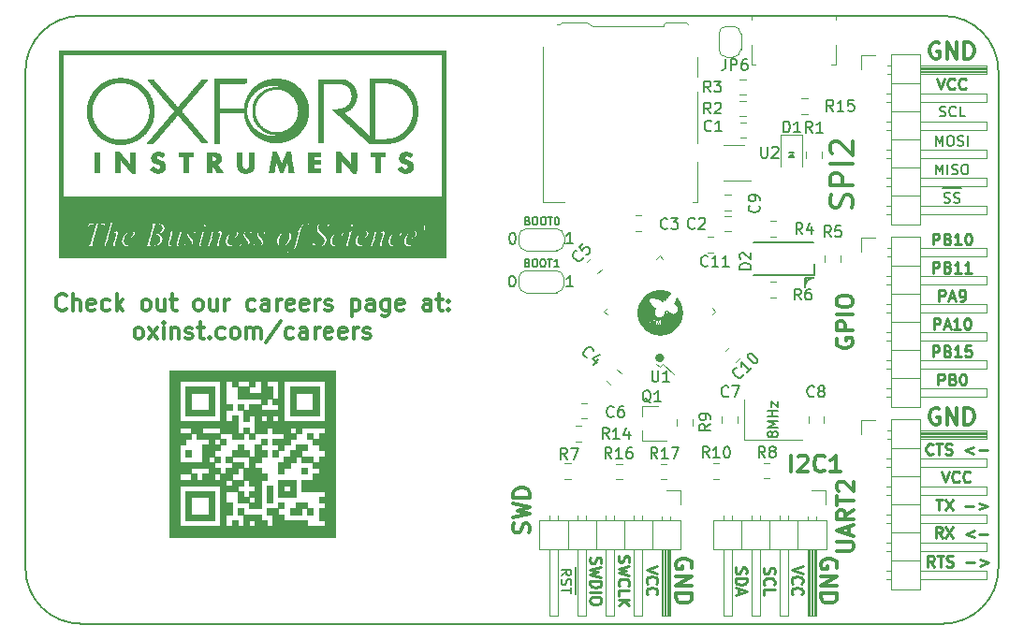
<source format=gbr>
G04 #@! TF.GenerationSoftware,KiCad,Pcbnew,(5.0.2)-1*
G04 #@! TF.CreationDate,2019-03-01T11:01:03+00:00*
G04 #@! TF.ProjectId,PCB_Card,5043425f-4361-4726-942e-6b696361645f,02*
G04 #@! TF.SameCoordinates,PX6ddf710PY7643e10*
G04 #@! TF.FileFunction,Legend,Top*
G04 #@! TF.FilePolarity,Positive*
%FSLAX46Y46*%
G04 Gerber Fmt 4.6, Leading zero omitted, Abs format (unit mm)*
G04 Created by KiCad (PCBNEW (5.0.2)-1) date 01/03/2019 11:01:03*
%MOMM*%
%LPD*%
G01*
G04 APERTURE LIST*
%ADD10C,0.150000*%
%ADD11C,0.250000*%
%ADD12C,0.200000*%
%ADD13C,0.300000*%
%ADD14C,0.400000*%
%ADD15C,0.120000*%
%ADD16C,0.010000*%
G04 APERTURE END LIST*
D10*
X69080000Y42610000D02*
X69480000Y42610000D01*
X69280000Y42510000D02*
X69080000Y42210000D01*
X69480000Y42210000D02*
X69280000Y42510000D01*
X69080000Y42210000D02*
X69480000Y42210000D01*
D11*
X70277619Y5218334D02*
X69277619Y4885000D01*
X70277619Y4551667D01*
X69372857Y3646905D02*
X69325238Y3694524D01*
X69277619Y3837381D01*
X69277619Y3932620D01*
X69325238Y4075477D01*
X69420476Y4170715D01*
X69515714Y4218334D01*
X69706190Y4265953D01*
X69849047Y4265953D01*
X70039523Y4218334D01*
X70134761Y4170715D01*
X70230000Y4075477D01*
X70277619Y3932620D01*
X70277619Y3837381D01*
X70230000Y3694524D01*
X70182380Y3646905D01*
X69372857Y2646905D02*
X69325238Y2694524D01*
X69277619Y2837381D01*
X69277619Y2932620D01*
X69325238Y3075477D01*
X69420476Y3170715D01*
X69515714Y3218334D01*
X69706190Y3265953D01*
X69849047Y3265953D01*
X70039523Y3218334D01*
X70134761Y3170715D01*
X70230000Y3075477D01*
X70277619Y2932620D01*
X70277619Y2837381D01*
X70230000Y2694524D01*
X70182380Y2646905D01*
D12*
X87980000Y50010000D02*
X87980000Y5010000D01*
X49763000Y5106429D02*
X49763000Y4206429D01*
X48447857Y4377858D02*
X48876428Y4677858D01*
X48447857Y4892143D02*
X49347857Y4892143D01*
X49347857Y4549286D01*
X49305000Y4463572D01*
X49262142Y4420715D01*
X49176428Y4377858D01*
X49047857Y4377858D01*
X48962142Y4420715D01*
X48919285Y4463572D01*
X48876428Y4549286D01*
X48876428Y4892143D01*
X49763000Y4206429D02*
X49763000Y3349286D01*
X48490714Y4035000D02*
X48447857Y3906429D01*
X48447857Y3692143D01*
X48490714Y3606429D01*
X48533571Y3563572D01*
X48619285Y3520715D01*
X48705000Y3520715D01*
X48790714Y3563572D01*
X48833571Y3606429D01*
X48876428Y3692143D01*
X48919285Y3863572D01*
X48962142Y3949286D01*
X49005000Y3992143D01*
X49090714Y4035000D01*
X49176428Y4035000D01*
X49262142Y3992143D01*
X49305000Y3949286D01*
X49347857Y3863572D01*
X49347857Y3649286D01*
X49305000Y3520715D01*
X49763000Y3349286D02*
X49763000Y2663572D01*
X49347857Y3263572D02*
X49347857Y2749286D01*
X48447857Y3006429D02*
X49347857Y3006429D01*
D11*
X51100238Y6004048D02*
X51052619Y5861191D01*
X51052619Y5623096D01*
X51100238Y5527858D01*
X51147857Y5480239D01*
X51243095Y5432620D01*
X51338333Y5432620D01*
X51433571Y5480239D01*
X51481190Y5527858D01*
X51528809Y5623096D01*
X51576428Y5813572D01*
X51624047Y5908810D01*
X51671666Y5956429D01*
X51766904Y6004048D01*
X51862142Y6004048D01*
X51957380Y5956429D01*
X52005000Y5908810D01*
X52052619Y5813572D01*
X52052619Y5575477D01*
X52005000Y5432620D01*
X52052619Y5099286D02*
X51052619Y4861191D01*
X51766904Y4670715D01*
X51052619Y4480239D01*
X52052619Y4242143D01*
X51052619Y3861191D02*
X52052619Y3861191D01*
X52052619Y3623096D01*
X52005000Y3480239D01*
X51909761Y3385000D01*
X51814523Y3337381D01*
X51624047Y3289762D01*
X51481190Y3289762D01*
X51290714Y3337381D01*
X51195476Y3385000D01*
X51100238Y3480239D01*
X51052619Y3623096D01*
X51052619Y3861191D01*
X51052619Y2861191D02*
X52052619Y2861191D01*
X52052619Y2194524D02*
X52052619Y2004048D01*
X52005000Y1908810D01*
X51909761Y1813572D01*
X51719285Y1765953D01*
X51385952Y1765953D01*
X51195476Y1813572D01*
X51100238Y1908810D01*
X51052619Y2004048D01*
X51052619Y2194524D01*
X51100238Y2289762D01*
X51195476Y2385000D01*
X51385952Y2432620D01*
X51719285Y2432620D01*
X51909761Y2385000D01*
X52005000Y2289762D01*
X52052619Y2194524D01*
X53650238Y6146905D02*
X53602619Y6004048D01*
X53602619Y5765953D01*
X53650238Y5670715D01*
X53697857Y5623096D01*
X53793095Y5575477D01*
X53888333Y5575477D01*
X53983571Y5623096D01*
X54031190Y5670715D01*
X54078809Y5765953D01*
X54126428Y5956429D01*
X54174047Y6051667D01*
X54221666Y6099286D01*
X54316904Y6146905D01*
X54412142Y6146905D01*
X54507380Y6099286D01*
X54555000Y6051667D01*
X54602619Y5956429D01*
X54602619Y5718334D01*
X54555000Y5575477D01*
X54602619Y5242143D02*
X53602619Y5004048D01*
X54316904Y4813572D01*
X53602619Y4623096D01*
X54602619Y4385000D01*
X53697857Y3432620D02*
X53650238Y3480239D01*
X53602619Y3623096D01*
X53602619Y3718334D01*
X53650238Y3861191D01*
X53745476Y3956429D01*
X53840714Y4004048D01*
X54031190Y4051667D01*
X54174047Y4051667D01*
X54364523Y4004048D01*
X54459761Y3956429D01*
X54555000Y3861191D01*
X54602619Y3718334D01*
X54602619Y3623096D01*
X54555000Y3480239D01*
X54507380Y3432620D01*
X53602619Y2527858D02*
X53602619Y3004048D01*
X54602619Y3004048D01*
X53602619Y2194524D02*
X54602619Y2194524D01*
X53602619Y1623096D02*
X54174047Y2051667D01*
X54602619Y1623096D02*
X54031190Y2194524D01*
D13*
X60205000Y5027858D02*
X60276428Y5170715D01*
X60276428Y5385000D01*
X60205000Y5599286D01*
X60062142Y5742143D01*
X59919285Y5813572D01*
X59633571Y5885000D01*
X59419285Y5885000D01*
X59133571Y5813572D01*
X58990714Y5742143D01*
X58847857Y5599286D01*
X58776428Y5385000D01*
X58776428Y5242143D01*
X58847857Y5027858D01*
X58919285Y4956429D01*
X59419285Y4956429D01*
X59419285Y5242143D01*
X58776428Y4313572D02*
X60276428Y4313572D01*
X58776428Y3456429D01*
X60276428Y3456429D01*
X58776428Y2742143D02*
X60276428Y2742143D01*
X60276428Y2385000D01*
X60205000Y2170715D01*
X60062142Y2027858D01*
X59919285Y1956429D01*
X59633571Y1885000D01*
X59419285Y1885000D01*
X59133571Y1956429D01*
X58990714Y2027858D01*
X58847857Y2170715D01*
X58776428Y2385000D01*
X58776428Y2742143D01*
X45537142Y8224286D02*
X45608571Y8438572D01*
X45608571Y8795715D01*
X45537142Y8938572D01*
X45465714Y9010000D01*
X45322857Y9081429D01*
X45180000Y9081429D01*
X45037142Y9010000D01*
X44965714Y8938572D01*
X44894285Y8795715D01*
X44822857Y8510000D01*
X44751428Y8367143D01*
X44680000Y8295715D01*
X44537142Y8224286D01*
X44394285Y8224286D01*
X44251428Y8295715D01*
X44180000Y8367143D01*
X44108571Y8510000D01*
X44108571Y8867143D01*
X44180000Y9081429D01*
X44108571Y9581429D02*
X45608571Y9938572D01*
X44537142Y10224286D01*
X45608571Y10510000D01*
X44108571Y10867143D01*
X45608571Y11438572D02*
X44108571Y11438572D01*
X44108571Y11795715D01*
X44180000Y12010000D01*
X44322857Y12152858D01*
X44465714Y12224286D01*
X44751428Y12295715D01*
X44965714Y12295715D01*
X45251428Y12224286D01*
X45394285Y12152858D01*
X45537142Y12010000D01*
X45608571Y11795715D01*
X45608571Y11438572D01*
D12*
X70505000Y31010000D02*
X70655000Y31260000D01*
X70455000Y30510000D02*
G75*
G02X71255000Y31310000I800000J0D01*
G01*
X70455000Y31310000D02*
X71255000Y31310000D01*
X70455000Y30460000D02*
X70455000Y31310000D01*
D14*
X57550000Y24060000D02*
G75*
G03X57550000Y24060000I-200000J0D01*
G01*
D10*
X67492857Y17034286D02*
X67450000Y16948572D01*
X67407142Y16905715D01*
X67321428Y16862858D01*
X67278571Y16862858D01*
X67192857Y16905715D01*
X67150000Y16948572D01*
X67107142Y17034286D01*
X67107142Y17205715D01*
X67150000Y17291429D01*
X67192857Y17334286D01*
X67278571Y17377143D01*
X67321428Y17377143D01*
X67407142Y17334286D01*
X67450000Y17291429D01*
X67492857Y17205715D01*
X67492857Y17034286D01*
X67535714Y16948572D01*
X67578571Y16905715D01*
X67664285Y16862858D01*
X67835714Y16862858D01*
X67921428Y16905715D01*
X67964285Y16948572D01*
X68007142Y17034286D01*
X68007142Y17205715D01*
X67964285Y17291429D01*
X67921428Y17334286D01*
X67835714Y17377143D01*
X67664285Y17377143D01*
X67578571Y17334286D01*
X67535714Y17291429D01*
X67492857Y17205715D01*
X68007142Y17762858D02*
X67107142Y17762858D01*
X67750000Y18062858D01*
X67107142Y18362858D01*
X68007142Y18362858D01*
X68007142Y18791429D02*
X67107142Y18791429D01*
X67535714Y18791429D02*
X67535714Y19305715D01*
X68007142Y19305715D02*
X67107142Y19305715D01*
X67407142Y19648572D02*
X67407142Y20120000D01*
X68007142Y19648572D01*
X68007142Y20120000D01*
X49505714Y30537620D02*
X48934285Y30537620D01*
X49220000Y30537620D02*
X49220000Y31537620D01*
X49124761Y31394762D01*
X49029523Y31299524D01*
X48934285Y31251905D01*
X43952380Y31497620D02*
X44047619Y31497620D01*
X44142857Y31450000D01*
X44190476Y31402381D01*
X44238095Y31307143D01*
X44285714Y31116667D01*
X44285714Y30878572D01*
X44238095Y30688096D01*
X44190476Y30592858D01*
X44142857Y30545239D01*
X44047619Y30497620D01*
X43952380Y30497620D01*
X43857142Y30545239D01*
X43809523Y30592858D01*
X43761904Y30688096D01*
X43714285Y30878572D01*
X43714285Y31116667D01*
X43761904Y31307143D01*
X43809523Y31402381D01*
X43857142Y31450000D01*
X43952380Y31497620D01*
X45376666Y32660000D02*
X45476666Y32626667D01*
X45510000Y32593334D01*
X45543333Y32526667D01*
X45543333Y32426667D01*
X45510000Y32360000D01*
X45476666Y32326667D01*
X45410000Y32293334D01*
X45143333Y32293334D01*
X45143333Y32993334D01*
X45376666Y32993334D01*
X45443333Y32960000D01*
X45476666Y32926667D01*
X45510000Y32860000D01*
X45510000Y32793334D01*
X45476666Y32726667D01*
X45443333Y32693334D01*
X45376666Y32660000D01*
X45143333Y32660000D01*
X45976666Y32993334D02*
X46110000Y32993334D01*
X46176666Y32960000D01*
X46243333Y32893334D01*
X46276666Y32760000D01*
X46276666Y32526667D01*
X46243333Y32393334D01*
X46176666Y32326667D01*
X46110000Y32293334D01*
X45976666Y32293334D01*
X45910000Y32326667D01*
X45843333Y32393334D01*
X45810000Y32526667D01*
X45810000Y32760000D01*
X45843333Y32893334D01*
X45910000Y32960000D01*
X45976666Y32993334D01*
X46710000Y32993334D02*
X46843333Y32993334D01*
X46910000Y32960000D01*
X46976666Y32893334D01*
X47010000Y32760000D01*
X47010000Y32526667D01*
X46976666Y32393334D01*
X46910000Y32326667D01*
X46843333Y32293334D01*
X46710000Y32293334D01*
X46643333Y32326667D01*
X46576666Y32393334D01*
X46543333Y32526667D01*
X46543333Y32760000D01*
X46576666Y32893334D01*
X46643333Y32960000D01*
X46710000Y32993334D01*
X47210000Y32993334D02*
X47610000Y32993334D01*
X47410000Y32293334D02*
X47410000Y32993334D01*
X48210000Y32293334D02*
X47810000Y32293334D01*
X48010000Y32293334D02*
X48010000Y32993334D01*
X47943333Y32893334D01*
X47876666Y32826667D01*
X47810000Y32793334D01*
X49485714Y34417620D02*
X48914285Y34417620D01*
X49200000Y34417620D02*
X49200000Y35417620D01*
X49104761Y35274762D01*
X49009523Y35179524D01*
X48914285Y35131905D01*
X43972380Y35367620D02*
X44067619Y35367620D01*
X44162857Y35320000D01*
X44210476Y35272381D01*
X44258095Y35177143D01*
X44305714Y34986667D01*
X44305714Y34748572D01*
X44258095Y34558096D01*
X44210476Y34462858D01*
X44162857Y34415239D01*
X44067619Y34367620D01*
X43972380Y34367620D01*
X43877142Y34415239D01*
X43829523Y34462858D01*
X43781904Y34558096D01*
X43734285Y34748572D01*
X43734285Y34986667D01*
X43781904Y35177143D01*
X43829523Y35272381D01*
X43877142Y35320000D01*
X43972380Y35367620D01*
X45406666Y36470000D02*
X45506666Y36436667D01*
X45540000Y36403334D01*
X45573333Y36336667D01*
X45573333Y36236667D01*
X45540000Y36170000D01*
X45506666Y36136667D01*
X45440000Y36103334D01*
X45173333Y36103334D01*
X45173333Y36803334D01*
X45406666Y36803334D01*
X45473333Y36770000D01*
X45506666Y36736667D01*
X45540000Y36670000D01*
X45540000Y36603334D01*
X45506666Y36536667D01*
X45473333Y36503334D01*
X45406666Y36470000D01*
X45173333Y36470000D01*
X46006666Y36803334D02*
X46140000Y36803334D01*
X46206666Y36770000D01*
X46273333Y36703334D01*
X46306666Y36570000D01*
X46306666Y36336667D01*
X46273333Y36203334D01*
X46206666Y36136667D01*
X46140000Y36103334D01*
X46006666Y36103334D01*
X45940000Y36136667D01*
X45873333Y36203334D01*
X45840000Y36336667D01*
X45840000Y36570000D01*
X45873333Y36703334D01*
X45940000Y36770000D01*
X46006666Y36803334D01*
X46740000Y36803334D02*
X46873333Y36803334D01*
X46940000Y36770000D01*
X47006666Y36703334D01*
X47040000Y36570000D01*
X47040000Y36336667D01*
X47006666Y36203334D01*
X46940000Y36136667D01*
X46873333Y36103334D01*
X46740000Y36103334D01*
X46673333Y36136667D01*
X46606666Y36203334D01*
X46573333Y36336667D01*
X46573333Y36570000D01*
X46606666Y36703334D01*
X46673333Y36770000D01*
X46740000Y36803334D01*
X47240000Y36803334D02*
X47640000Y36803334D01*
X47440000Y36103334D02*
X47440000Y36803334D01*
X48006666Y36803334D02*
X48073333Y36803334D01*
X48140000Y36770000D01*
X48173333Y36736667D01*
X48206666Y36670000D01*
X48240000Y36536667D01*
X48240000Y36370000D01*
X48206666Y36236667D01*
X48173333Y36170000D01*
X48140000Y36136667D01*
X48073333Y36103334D01*
X48006666Y36103334D01*
X47940000Y36136667D01*
X47906666Y36170000D01*
X47873333Y36236667D01*
X47840000Y36370000D01*
X47840000Y36536667D01*
X47873333Y36670000D01*
X47906666Y36736667D01*
X47940000Y36770000D01*
X48006666Y36803334D01*
D13*
X3651929Y28489286D02*
X3580500Y28417858D01*
X3366214Y28346429D01*
X3223357Y28346429D01*
X3009072Y28417858D01*
X2866214Y28560715D01*
X2794786Y28703572D01*
X2723357Y28989286D01*
X2723357Y29203572D01*
X2794786Y29489286D01*
X2866214Y29632143D01*
X3009072Y29775000D01*
X3223357Y29846429D01*
X3366214Y29846429D01*
X3580500Y29775000D01*
X3651929Y29703572D01*
X4294786Y28346429D02*
X4294786Y29846429D01*
X4937643Y28346429D02*
X4937643Y29132143D01*
X4866214Y29275000D01*
X4723357Y29346429D01*
X4509072Y29346429D01*
X4366214Y29275000D01*
X4294786Y29203572D01*
X6223357Y28417858D02*
X6080500Y28346429D01*
X5794786Y28346429D01*
X5651929Y28417858D01*
X5580500Y28560715D01*
X5580500Y29132143D01*
X5651929Y29275000D01*
X5794786Y29346429D01*
X6080500Y29346429D01*
X6223357Y29275000D01*
X6294786Y29132143D01*
X6294786Y28989286D01*
X5580500Y28846429D01*
X7580500Y28417858D02*
X7437643Y28346429D01*
X7151929Y28346429D01*
X7009072Y28417858D01*
X6937643Y28489286D01*
X6866214Y28632143D01*
X6866214Y29060715D01*
X6937643Y29203572D01*
X7009072Y29275000D01*
X7151929Y29346429D01*
X7437643Y29346429D01*
X7580500Y29275000D01*
X8223357Y28346429D02*
X8223357Y29846429D01*
X8366214Y28917858D02*
X8794786Y28346429D01*
X8794786Y29346429D02*
X8223357Y28775000D01*
X10794786Y28346429D02*
X10651929Y28417858D01*
X10580500Y28489286D01*
X10509072Y28632143D01*
X10509072Y29060715D01*
X10580500Y29203572D01*
X10651929Y29275000D01*
X10794786Y29346429D01*
X11009072Y29346429D01*
X11151929Y29275000D01*
X11223357Y29203572D01*
X11294786Y29060715D01*
X11294786Y28632143D01*
X11223357Y28489286D01*
X11151929Y28417858D01*
X11009072Y28346429D01*
X10794786Y28346429D01*
X12580500Y29346429D02*
X12580500Y28346429D01*
X11937643Y29346429D02*
X11937643Y28560715D01*
X12009072Y28417858D01*
X12151929Y28346429D01*
X12366214Y28346429D01*
X12509072Y28417858D01*
X12580500Y28489286D01*
X13080500Y29346429D02*
X13651929Y29346429D01*
X13294786Y29846429D02*
X13294786Y28560715D01*
X13366214Y28417858D01*
X13509072Y28346429D01*
X13651929Y28346429D01*
X15509072Y28346429D02*
X15366214Y28417858D01*
X15294786Y28489286D01*
X15223357Y28632143D01*
X15223357Y29060715D01*
X15294786Y29203572D01*
X15366214Y29275000D01*
X15509072Y29346429D01*
X15723357Y29346429D01*
X15866214Y29275000D01*
X15937643Y29203572D01*
X16009072Y29060715D01*
X16009072Y28632143D01*
X15937643Y28489286D01*
X15866214Y28417858D01*
X15723357Y28346429D01*
X15509072Y28346429D01*
X17294786Y29346429D02*
X17294786Y28346429D01*
X16651929Y29346429D02*
X16651929Y28560715D01*
X16723357Y28417858D01*
X16866214Y28346429D01*
X17080500Y28346429D01*
X17223357Y28417858D01*
X17294786Y28489286D01*
X18009072Y28346429D02*
X18009072Y29346429D01*
X18009072Y29060715D02*
X18080500Y29203572D01*
X18151929Y29275000D01*
X18294786Y29346429D01*
X18437643Y29346429D01*
X20723357Y28417858D02*
X20580500Y28346429D01*
X20294786Y28346429D01*
X20151929Y28417858D01*
X20080500Y28489286D01*
X20009072Y28632143D01*
X20009072Y29060715D01*
X20080500Y29203572D01*
X20151929Y29275000D01*
X20294786Y29346429D01*
X20580500Y29346429D01*
X20723357Y29275000D01*
X22009072Y28346429D02*
X22009072Y29132143D01*
X21937643Y29275000D01*
X21794786Y29346429D01*
X21509072Y29346429D01*
X21366214Y29275000D01*
X22009072Y28417858D02*
X21866214Y28346429D01*
X21509072Y28346429D01*
X21366214Y28417858D01*
X21294786Y28560715D01*
X21294786Y28703572D01*
X21366214Y28846429D01*
X21509072Y28917858D01*
X21866214Y28917858D01*
X22009072Y28989286D01*
X22723357Y28346429D02*
X22723357Y29346429D01*
X22723357Y29060715D02*
X22794786Y29203572D01*
X22866214Y29275000D01*
X23009072Y29346429D01*
X23151929Y29346429D01*
X24223357Y28417858D02*
X24080500Y28346429D01*
X23794786Y28346429D01*
X23651929Y28417858D01*
X23580500Y28560715D01*
X23580500Y29132143D01*
X23651929Y29275000D01*
X23794786Y29346429D01*
X24080500Y29346429D01*
X24223357Y29275000D01*
X24294786Y29132143D01*
X24294786Y28989286D01*
X23580500Y28846429D01*
X25509072Y28417858D02*
X25366214Y28346429D01*
X25080500Y28346429D01*
X24937643Y28417858D01*
X24866214Y28560715D01*
X24866214Y29132143D01*
X24937643Y29275000D01*
X25080500Y29346429D01*
X25366214Y29346429D01*
X25509072Y29275000D01*
X25580500Y29132143D01*
X25580500Y28989286D01*
X24866214Y28846429D01*
X26223357Y28346429D02*
X26223357Y29346429D01*
X26223357Y29060715D02*
X26294786Y29203572D01*
X26366214Y29275000D01*
X26509072Y29346429D01*
X26651929Y29346429D01*
X27080500Y28417858D02*
X27223357Y28346429D01*
X27509072Y28346429D01*
X27651929Y28417858D01*
X27723357Y28560715D01*
X27723357Y28632143D01*
X27651929Y28775000D01*
X27509072Y28846429D01*
X27294786Y28846429D01*
X27151929Y28917858D01*
X27080500Y29060715D01*
X27080500Y29132143D01*
X27151929Y29275000D01*
X27294786Y29346429D01*
X27509072Y29346429D01*
X27651929Y29275000D01*
X29509072Y29346429D02*
X29509072Y27846429D01*
X29509072Y29275000D02*
X29651929Y29346429D01*
X29937643Y29346429D01*
X30080500Y29275000D01*
X30151929Y29203572D01*
X30223357Y29060715D01*
X30223357Y28632143D01*
X30151929Y28489286D01*
X30080500Y28417858D01*
X29937643Y28346429D01*
X29651929Y28346429D01*
X29509072Y28417858D01*
X31509072Y28346429D02*
X31509072Y29132143D01*
X31437643Y29275000D01*
X31294786Y29346429D01*
X31009072Y29346429D01*
X30866214Y29275000D01*
X31509072Y28417858D02*
X31366214Y28346429D01*
X31009072Y28346429D01*
X30866214Y28417858D01*
X30794786Y28560715D01*
X30794786Y28703572D01*
X30866214Y28846429D01*
X31009072Y28917858D01*
X31366214Y28917858D01*
X31509072Y28989286D01*
X32866214Y29346429D02*
X32866214Y28132143D01*
X32794786Y27989286D01*
X32723357Y27917858D01*
X32580500Y27846429D01*
X32366214Y27846429D01*
X32223357Y27917858D01*
X32866214Y28417858D02*
X32723357Y28346429D01*
X32437643Y28346429D01*
X32294786Y28417858D01*
X32223357Y28489286D01*
X32151929Y28632143D01*
X32151929Y29060715D01*
X32223357Y29203572D01*
X32294786Y29275000D01*
X32437643Y29346429D01*
X32723357Y29346429D01*
X32866214Y29275000D01*
X34151929Y28417858D02*
X34009072Y28346429D01*
X33723357Y28346429D01*
X33580500Y28417858D01*
X33509072Y28560715D01*
X33509072Y29132143D01*
X33580500Y29275000D01*
X33723357Y29346429D01*
X34009072Y29346429D01*
X34151929Y29275000D01*
X34223357Y29132143D01*
X34223357Y28989286D01*
X33509072Y28846429D01*
X36651929Y28346429D02*
X36651929Y29132143D01*
X36580500Y29275000D01*
X36437643Y29346429D01*
X36151929Y29346429D01*
X36009072Y29275000D01*
X36651929Y28417858D02*
X36509072Y28346429D01*
X36151929Y28346429D01*
X36009072Y28417858D01*
X35937643Y28560715D01*
X35937643Y28703572D01*
X36009072Y28846429D01*
X36151929Y28917858D01*
X36509072Y28917858D01*
X36651929Y28989286D01*
X37151929Y29346429D02*
X37723357Y29346429D01*
X37366214Y29846429D02*
X37366214Y28560715D01*
X37437643Y28417858D01*
X37580500Y28346429D01*
X37723357Y28346429D01*
X38223357Y28489286D02*
X38294786Y28417858D01*
X38223357Y28346429D01*
X38151929Y28417858D01*
X38223357Y28489286D01*
X38223357Y28346429D01*
X38223357Y29275000D02*
X38294786Y29203572D01*
X38223357Y29132143D01*
X38151929Y29203572D01*
X38223357Y29275000D01*
X38223357Y29132143D01*
X10116214Y25796429D02*
X9973357Y25867858D01*
X9901929Y25939286D01*
X9830500Y26082143D01*
X9830500Y26510715D01*
X9901929Y26653572D01*
X9973357Y26725000D01*
X10116214Y26796429D01*
X10330500Y26796429D01*
X10473357Y26725000D01*
X10544786Y26653572D01*
X10616214Y26510715D01*
X10616214Y26082143D01*
X10544786Y25939286D01*
X10473357Y25867858D01*
X10330500Y25796429D01*
X10116214Y25796429D01*
X11116214Y25796429D02*
X11901929Y26796429D01*
X11116214Y26796429D02*
X11901929Y25796429D01*
X12473357Y25796429D02*
X12473357Y26796429D01*
X12473357Y27296429D02*
X12401929Y27225000D01*
X12473357Y27153572D01*
X12544786Y27225000D01*
X12473357Y27296429D01*
X12473357Y27153572D01*
X13187643Y26796429D02*
X13187643Y25796429D01*
X13187643Y26653572D02*
X13259072Y26725000D01*
X13401929Y26796429D01*
X13616214Y26796429D01*
X13759072Y26725000D01*
X13830500Y26582143D01*
X13830500Y25796429D01*
X14473357Y25867858D02*
X14616214Y25796429D01*
X14901929Y25796429D01*
X15044786Y25867858D01*
X15116214Y26010715D01*
X15116214Y26082143D01*
X15044786Y26225000D01*
X14901929Y26296429D01*
X14687643Y26296429D01*
X14544786Y26367858D01*
X14473357Y26510715D01*
X14473357Y26582143D01*
X14544786Y26725000D01*
X14687643Y26796429D01*
X14901929Y26796429D01*
X15044786Y26725000D01*
X15544786Y26796429D02*
X16116214Y26796429D01*
X15759072Y27296429D02*
X15759072Y26010715D01*
X15830500Y25867858D01*
X15973357Y25796429D01*
X16116214Y25796429D01*
X16616214Y25939286D02*
X16687643Y25867858D01*
X16616214Y25796429D01*
X16544786Y25867858D01*
X16616214Y25939286D01*
X16616214Y25796429D01*
X17973357Y25867858D02*
X17830500Y25796429D01*
X17544786Y25796429D01*
X17401929Y25867858D01*
X17330500Y25939286D01*
X17259072Y26082143D01*
X17259072Y26510715D01*
X17330500Y26653572D01*
X17401929Y26725000D01*
X17544786Y26796429D01*
X17830500Y26796429D01*
X17973357Y26725000D01*
X18830500Y25796429D02*
X18687643Y25867858D01*
X18616214Y25939286D01*
X18544786Y26082143D01*
X18544786Y26510715D01*
X18616214Y26653572D01*
X18687643Y26725000D01*
X18830500Y26796429D01*
X19044786Y26796429D01*
X19187643Y26725000D01*
X19259072Y26653572D01*
X19330500Y26510715D01*
X19330500Y26082143D01*
X19259072Y25939286D01*
X19187643Y25867858D01*
X19044786Y25796429D01*
X18830500Y25796429D01*
X19973357Y25796429D02*
X19973357Y26796429D01*
X19973357Y26653572D02*
X20044786Y26725000D01*
X20187643Y26796429D01*
X20401929Y26796429D01*
X20544786Y26725000D01*
X20616214Y26582143D01*
X20616214Y25796429D01*
X20616214Y26582143D02*
X20687643Y26725000D01*
X20830500Y26796429D01*
X21044786Y26796429D01*
X21187643Y26725000D01*
X21259072Y26582143D01*
X21259072Y25796429D01*
X23044786Y27367858D02*
X21759072Y25439286D01*
X24187643Y25867858D02*
X24044786Y25796429D01*
X23759072Y25796429D01*
X23616214Y25867858D01*
X23544786Y25939286D01*
X23473357Y26082143D01*
X23473357Y26510715D01*
X23544786Y26653572D01*
X23616214Y26725000D01*
X23759072Y26796429D01*
X24044786Y26796429D01*
X24187643Y26725000D01*
X25473357Y25796429D02*
X25473357Y26582143D01*
X25401929Y26725000D01*
X25259072Y26796429D01*
X24973357Y26796429D01*
X24830500Y26725000D01*
X25473357Y25867858D02*
X25330500Y25796429D01*
X24973357Y25796429D01*
X24830500Y25867858D01*
X24759072Y26010715D01*
X24759072Y26153572D01*
X24830500Y26296429D01*
X24973357Y26367858D01*
X25330500Y26367858D01*
X25473357Y26439286D01*
X26187643Y25796429D02*
X26187643Y26796429D01*
X26187643Y26510715D02*
X26259072Y26653572D01*
X26330500Y26725000D01*
X26473357Y26796429D01*
X26616214Y26796429D01*
X27687643Y25867858D02*
X27544786Y25796429D01*
X27259072Y25796429D01*
X27116214Y25867858D01*
X27044786Y26010715D01*
X27044786Y26582143D01*
X27116214Y26725000D01*
X27259072Y26796429D01*
X27544786Y26796429D01*
X27687643Y26725000D01*
X27759072Y26582143D01*
X27759072Y26439286D01*
X27044786Y26296429D01*
X28973357Y25867858D02*
X28830500Y25796429D01*
X28544786Y25796429D01*
X28401929Y25867858D01*
X28330500Y26010715D01*
X28330500Y26582143D01*
X28401929Y26725000D01*
X28544786Y26796429D01*
X28830500Y26796429D01*
X28973357Y26725000D01*
X29044786Y26582143D01*
X29044786Y26439286D01*
X28330500Y26296429D01*
X29687643Y25796429D02*
X29687643Y26796429D01*
X29687643Y26510715D02*
X29759072Y26653572D01*
X29830500Y26725000D01*
X29973357Y26796429D01*
X30116214Y26796429D01*
X30544786Y25867858D02*
X30687643Y25796429D01*
X30973357Y25796429D01*
X31116214Y25867858D01*
X31187643Y26010715D01*
X31187643Y26082143D01*
X31116214Y26225000D01*
X30973357Y26296429D01*
X30759072Y26296429D01*
X30616214Y26367858D01*
X30544786Y26510715D01*
X30544786Y26582143D01*
X30616214Y26725000D01*
X30759072Y26796429D01*
X30973357Y26796429D01*
X31116214Y26725000D01*
D11*
X64250238Y5099286D02*
X64202619Y4956429D01*
X64202619Y4718334D01*
X64250238Y4623096D01*
X64297857Y4575477D01*
X64393095Y4527858D01*
X64488333Y4527858D01*
X64583571Y4575477D01*
X64631190Y4623096D01*
X64678809Y4718334D01*
X64726428Y4908810D01*
X64774047Y5004048D01*
X64821666Y5051667D01*
X64916904Y5099286D01*
X65012142Y5099286D01*
X65107380Y5051667D01*
X65155000Y5004048D01*
X65202619Y4908810D01*
X65202619Y4670715D01*
X65155000Y4527858D01*
X64202619Y4099286D02*
X65202619Y4099286D01*
X65202619Y3861191D01*
X65155000Y3718334D01*
X65059761Y3623096D01*
X64964523Y3575477D01*
X64774047Y3527858D01*
X64631190Y3527858D01*
X64440714Y3575477D01*
X64345476Y3623096D01*
X64250238Y3718334D01*
X64202619Y3861191D01*
X64202619Y4099286D01*
X64488333Y3146905D02*
X64488333Y2670715D01*
X64202619Y3242143D02*
X65202619Y2908810D01*
X64202619Y2575477D01*
X66800238Y5075477D02*
X66752619Y4932620D01*
X66752619Y4694524D01*
X66800238Y4599286D01*
X66847857Y4551667D01*
X66943095Y4504048D01*
X67038333Y4504048D01*
X67133571Y4551667D01*
X67181190Y4599286D01*
X67228809Y4694524D01*
X67276428Y4885000D01*
X67324047Y4980239D01*
X67371666Y5027858D01*
X67466904Y5075477D01*
X67562142Y5075477D01*
X67657380Y5027858D01*
X67705000Y4980239D01*
X67752619Y4885000D01*
X67752619Y4646905D01*
X67705000Y4504048D01*
X66847857Y3504048D02*
X66800238Y3551667D01*
X66752619Y3694524D01*
X66752619Y3789762D01*
X66800238Y3932620D01*
X66895476Y4027858D01*
X66990714Y4075477D01*
X67181190Y4123096D01*
X67324047Y4123096D01*
X67514523Y4075477D01*
X67609761Y4027858D01*
X67705000Y3932620D01*
X67752619Y3789762D01*
X67752619Y3694524D01*
X67705000Y3551667D01*
X67657380Y3504048D01*
X66752619Y2599286D02*
X66752619Y3075477D01*
X67752619Y3075477D01*
X82163333Y5157620D02*
X81830000Y5633810D01*
X81591904Y5157620D02*
X81591904Y6157620D01*
X81972857Y6157620D01*
X82068095Y6110000D01*
X82115714Y6062381D01*
X82163333Y5967143D01*
X82163333Y5824286D01*
X82115714Y5729048D01*
X82068095Y5681429D01*
X81972857Y5633810D01*
X81591904Y5633810D01*
X82449047Y6157620D02*
X83020476Y6157620D01*
X82734761Y5157620D02*
X82734761Y6157620D01*
X83306190Y5205239D02*
X83449047Y5157620D01*
X83687142Y5157620D01*
X83782380Y5205239D01*
X83830000Y5252858D01*
X83877619Y5348096D01*
X83877619Y5443334D01*
X83830000Y5538572D01*
X83782380Y5586191D01*
X83687142Y5633810D01*
X83496666Y5681429D01*
X83401428Y5729048D01*
X83353809Y5776667D01*
X83306190Y5871905D01*
X83306190Y5967143D01*
X83353809Y6062381D01*
X83401428Y6110000D01*
X83496666Y6157620D01*
X83734761Y6157620D01*
X83877619Y6110000D01*
X85068095Y5538572D02*
X85830000Y5538572D01*
X86306190Y5824286D02*
X87068095Y5538572D01*
X86306190Y5252858D01*
X82894285Y7757620D02*
X82560952Y8233810D01*
X82322857Y7757620D02*
X82322857Y8757620D01*
X82703809Y8757620D01*
X82799047Y8710000D01*
X82846666Y8662381D01*
X82894285Y8567143D01*
X82894285Y8424286D01*
X82846666Y8329048D01*
X82799047Y8281429D01*
X82703809Y8233810D01*
X82322857Y8233810D01*
X83227619Y8757620D02*
X83894285Y7757620D01*
X83894285Y8757620D02*
X83227619Y7757620D01*
X85799047Y8424286D02*
X85037142Y8138572D01*
X85799047Y7852858D01*
X86275238Y8138572D02*
X87037142Y8138572D01*
X82349047Y11257620D02*
X82920476Y11257620D01*
X82634761Y10257620D02*
X82634761Y11257620D01*
X83158571Y11257620D02*
X83825238Y10257620D01*
X83825238Y11257620D02*
X83158571Y10257620D01*
X84968095Y10638572D02*
X85730000Y10638572D01*
X86206190Y10924286D02*
X86968095Y10638572D01*
X86206190Y10352858D01*
X82063333Y15402858D02*
X82015714Y15355239D01*
X81872857Y15307620D01*
X81777619Y15307620D01*
X81634761Y15355239D01*
X81539523Y15450477D01*
X81491904Y15545715D01*
X81444285Y15736191D01*
X81444285Y15879048D01*
X81491904Y16069524D01*
X81539523Y16164762D01*
X81634761Y16260000D01*
X81777619Y16307620D01*
X81872857Y16307620D01*
X82015714Y16260000D01*
X82063333Y16212381D01*
X82349047Y16307620D02*
X82920476Y16307620D01*
X82634761Y15307620D02*
X82634761Y16307620D01*
X83206190Y15355239D02*
X83349047Y15307620D01*
X83587142Y15307620D01*
X83682380Y15355239D01*
X83730000Y15402858D01*
X83777619Y15498096D01*
X83777619Y15593334D01*
X83730000Y15688572D01*
X83682380Y15736191D01*
X83587142Y15783810D01*
X83396666Y15831429D01*
X83301428Y15879048D01*
X83253809Y15926667D01*
X83206190Y16021905D01*
X83206190Y16117143D01*
X83253809Y16212381D01*
X83301428Y16260000D01*
X83396666Y16307620D01*
X83634761Y16307620D01*
X83777619Y16260000D01*
X85730000Y15974286D02*
X84968095Y15688572D01*
X85730000Y15402858D01*
X86206190Y15688572D02*
X86968095Y15688572D01*
X82541904Y21607620D02*
X82541904Y22607620D01*
X82922857Y22607620D01*
X83018095Y22560000D01*
X83065714Y22512381D01*
X83113333Y22417143D01*
X83113333Y22274286D01*
X83065714Y22179048D01*
X83018095Y22131429D01*
X82922857Y22083810D01*
X82541904Y22083810D01*
X83875238Y22131429D02*
X84018095Y22083810D01*
X84065714Y22036191D01*
X84113333Y21940953D01*
X84113333Y21798096D01*
X84065714Y21702858D01*
X84018095Y21655239D01*
X83922857Y21607620D01*
X83541904Y21607620D01*
X83541904Y22607620D01*
X83875238Y22607620D01*
X83970476Y22560000D01*
X84018095Y22512381D01*
X84065714Y22417143D01*
X84065714Y22321905D01*
X84018095Y22226667D01*
X83970476Y22179048D01*
X83875238Y22131429D01*
X83541904Y22131429D01*
X84732380Y22607620D02*
X84827619Y22607620D01*
X84922857Y22560000D01*
X84970476Y22512381D01*
X85018095Y22417143D01*
X85065714Y22226667D01*
X85065714Y21988572D01*
X85018095Y21798096D01*
X84970476Y21702858D01*
X84922857Y21655239D01*
X84827619Y21607620D01*
X84732380Y21607620D01*
X84637142Y21655239D01*
X84589523Y21702858D01*
X84541904Y21798096D01*
X84494285Y21988572D01*
X84494285Y22226667D01*
X84541904Y22417143D01*
X84589523Y22512381D01*
X84637142Y22560000D01*
X84732380Y22607620D01*
X82065714Y24157620D02*
X82065714Y25157620D01*
X82446666Y25157620D01*
X82541904Y25110000D01*
X82589523Y25062381D01*
X82637142Y24967143D01*
X82637142Y24824286D01*
X82589523Y24729048D01*
X82541904Y24681429D01*
X82446666Y24633810D01*
X82065714Y24633810D01*
X83399047Y24681429D02*
X83541904Y24633810D01*
X83589523Y24586191D01*
X83637142Y24490953D01*
X83637142Y24348096D01*
X83589523Y24252858D01*
X83541904Y24205239D01*
X83446666Y24157620D01*
X83065714Y24157620D01*
X83065714Y25157620D01*
X83399047Y25157620D01*
X83494285Y25110000D01*
X83541904Y25062381D01*
X83589523Y24967143D01*
X83589523Y24871905D01*
X83541904Y24776667D01*
X83494285Y24729048D01*
X83399047Y24681429D01*
X83065714Y24681429D01*
X84589523Y24157620D02*
X84018095Y24157620D01*
X84303809Y24157620D02*
X84303809Y25157620D01*
X84208571Y25014762D01*
X84113333Y24919524D01*
X84018095Y24871905D01*
X85494285Y25157620D02*
X85018095Y25157620D01*
X84970476Y24681429D01*
X85018095Y24729048D01*
X85113333Y24776667D01*
X85351428Y24776667D01*
X85446666Y24729048D01*
X85494285Y24681429D01*
X85541904Y24586191D01*
X85541904Y24348096D01*
X85494285Y24252858D01*
X85446666Y24205239D01*
X85351428Y24157620D01*
X85113333Y24157620D01*
X85018095Y24205239D01*
X84970476Y24252858D01*
X82137142Y26657620D02*
X82137142Y27657620D01*
X82518095Y27657620D01*
X82613333Y27610000D01*
X82660952Y27562381D01*
X82708571Y27467143D01*
X82708571Y27324286D01*
X82660952Y27229048D01*
X82613333Y27181429D01*
X82518095Y27133810D01*
X82137142Y27133810D01*
X83089523Y26943334D02*
X83565714Y26943334D01*
X82994285Y26657620D02*
X83327619Y27657620D01*
X83660952Y26657620D01*
X84518095Y26657620D02*
X83946666Y26657620D01*
X84232380Y26657620D02*
X84232380Y27657620D01*
X84137142Y27514762D01*
X84041904Y27419524D01*
X83946666Y27371905D01*
X85137142Y27657620D02*
X85232380Y27657620D01*
X85327619Y27610000D01*
X85375238Y27562381D01*
X85422857Y27467143D01*
X85470476Y27276667D01*
X85470476Y27038572D01*
X85422857Y26848096D01*
X85375238Y26752858D01*
X85327619Y26705239D01*
X85232380Y26657620D01*
X85137142Y26657620D01*
X85041904Y26705239D01*
X84994285Y26752858D01*
X84946666Y26848096D01*
X84899047Y27038572D01*
X84899047Y27276667D01*
X84946666Y27467143D01*
X84994285Y27562381D01*
X85041904Y27610000D01*
X85137142Y27657620D01*
X82613333Y29207620D02*
X82613333Y30207620D01*
X82994285Y30207620D01*
X83089523Y30160000D01*
X83137142Y30112381D01*
X83184761Y30017143D01*
X83184761Y29874286D01*
X83137142Y29779048D01*
X83089523Y29731429D01*
X82994285Y29683810D01*
X82613333Y29683810D01*
X83565714Y29493334D02*
X84041904Y29493334D01*
X83470476Y29207620D02*
X83803809Y30207620D01*
X84137142Y29207620D01*
X84518095Y29207620D02*
X84708571Y29207620D01*
X84803809Y29255239D01*
X84851428Y29302858D01*
X84946666Y29445715D01*
X84994285Y29636191D01*
X84994285Y30017143D01*
X84946666Y30112381D01*
X84899047Y30160000D01*
X84803809Y30207620D01*
X84613333Y30207620D01*
X84518095Y30160000D01*
X84470476Y30112381D01*
X84422857Y30017143D01*
X84422857Y29779048D01*
X84470476Y29683810D01*
X84518095Y29636191D01*
X84613333Y29588572D01*
X84803809Y29588572D01*
X84899047Y29636191D01*
X84946666Y29683810D01*
X84994285Y29779048D01*
X82065714Y31757620D02*
X82065714Y32757620D01*
X82446666Y32757620D01*
X82541904Y32710000D01*
X82589523Y32662381D01*
X82637142Y32567143D01*
X82637142Y32424286D01*
X82589523Y32329048D01*
X82541904Y32281429D01*
X82446666Y32233810D01*
X82065714Y32233810D01*
X83399047Y32281429D02*
X83541904Y32233810D01*
X83589523Y32186191D01*
X83637142Y32090953D01*
X83637142Y31948096D01*
X83589523Y31852858D01*
X83541904Y31805239D01*
X83446666Y31757620D01*
X83065714Y31757620D01*
X83065714Y32757620D01*
X83399047Y32757620D01*
X83494285Y32710000D01*
X83541904Y32662381D01*
X83589523Y32567143D01*
X83589523Y32471905D01*
X83541904Y32376667D01*
X83494285Y32329048D01*
X83399047Y32281429D01*
X83065714Y32281429D01*
X84589523Y31757620D02*
X84018095Y31757620D01*
X84303809Y31757620D02*
X84303809Y32757620D01*
X84208571Y32614762D01*
X84113333Y32519524D01*
X84018095Y32471905D01*
X85541904Y31757620D02*
X84970476Y31757620D01*
X85256190Y31757620D02*
X85256190Y32757620D01*
X85160952Y32614762D01*
X85065714Y32519524D01*
X84970476Y32471905D01*
X82065714Y34307620D02*
X82065714Y35307620D01*
X82446666Y35307620D01*
X82541904Y35260000D01*
X82589523Y35212381D01*
X82637142Y35117143D01*
X82637142Y34974286D01*
X82589523Y34879048D01*
X82541904Y34831429D01*
X82446666Y34783810D01*
X82065714Y34783810D01*
X83399047Y34831429D02*
X83541904Y34783810D01*
X83589523Y34736191D01*
X83637142Y34640953D01*
X83637142Y34498096D01*
X83589523Y34402858D01*
X83541904Y34355239D01*
X83446666Y34307620D01*
X83065714Y34307620D01*
X83065714Y35307620D01*
X83399047Y35307620D01*
X83494285Y35260000D01*
X83541904Y35212381D01*
X83589523Y35117143D01*
X83589523Y35021905D01*
X83541904Y34926667D01*
X83494285Y34879048D01*
X83399047Y34831429D01*
X83065714Y34831429D01*
X84589523Y34307620D02*
X84018095Y34307620D01*
X84303809Y34307620D02*
X84303809Y35307620D01*
X84208571Y35164762D01*
X84113333Y35069524D01*
X84018095Y35021905D01*
X85208571Y35307620D02*
X85303809Y35307620D01*
X85399047Y35260000D01*
X85446666Y35212381D01*
X85494285Y35117143D01*
X85541904Y34926667D01*
X85541904Y34688572D01*
X85494285Y34498096D01*
X85446666Y34402858D01*
X85399047Y34355239D01*
X85303809Y34307620D01*
X85208571Y34307620D01*
X85113333Y34355239D01*
X85065714Y34402858D01*
X85018095Y34498096D01*
X84970476Y34688572D01*
X84970476Y34926667D01*
X85018095Y35117143D01*
X85065714Y35212381D01*
X85113333Y35260000D01*
X85208571Y35307620D01*
D12*
X82922857Y39418000D02*
X83780000Y39418000D01*
X83094285Y38145715D02*
X83222857Y38102858D01*
X83437142Y38102858D01*
X83522857Y38145715D01*
X83565714Y38188572D01*
X83608571Y38274286D01*
X83608571Y38360000D01*
X83565714Y38445715D01*
X83522857Y38488572D01*
X83437142Y38531429D01*
X83265714Y38574286D01*
X83180000Y38617143D01*
X83137142Y38660000D01*
X83094285Y38745715D01*
X83094285Y38831429D01*
X83137142Y38917143D01*
X83180000Y38960000D01*
X83265714Y39002858D01*
X83480000Y39002858D01*
X83608571Y38960000D01*
X83780000Y39418000D02*
X84637142Y39418000D01*
X83951428Y38145715D02*
X84080000Y38102858D01*
X84294285Y38102858D01*
X84380000Y38145715D01*
X84422857Y38188572D01*
X84465714Y38274286D01*
X84465714Y38360000D01*
X84422857Y38445715D01*
X84380000Y38488572D01*
X84294285Y38531429D01*
X84122857Y38574286D01*
X84037142Y38617143D01*
X83994285Y38660000D01*
X83951428Y38745715D01*
X83951428Y38831429D01*
X83994285Y38917143D01*
X84037142Y38960000D01*
X84122857Y39002858D01*
X84337142Y39002858D01*
X84465714Y38960000D01*
X82365714Y40677858D02*
X82365714Y41577858D01*
X82665714Y40935000D01*
X82965714Y41577858D01*
X82965714Y40677858D01*
X83394285Y40677858D02*
X83394285Y41577858D01*
X83780000Y40720715D02*
X83908571Y40677858D01*
X84122857Y40677858D01*
X84208571Y40720715D01*
X84251428Y40763572D01*
X84294285Y40849286D01*
X84294285Y40935000D01*
X84251428Y41020715D01*
X84208571Y41063572D01*
X84122857Y41106429D01*
X83951428Y41149286D01*
X83865714Y41192143D01*
X83822857Y41235000D01*
X83780000Y41320715D01*
X83780000Y41406429D01*
X83822857Y41492143D01*
X83865714Y41535000D01*
X83951428Y41577858D01*
X84165714Y41577858D01*
X84294285Y41535000D01*
X84851428Y41577858D02*
X85022857Y41577858D01*
X85108571Y41535000D01*
X85194285Y41449286D01*
X85237142Y41277858D01*
X85237142Y40977858D01*
X85194285Y40806429D01*
X85108571Y40720715D01*
X85022857Y40677858D01*
X84851428Y40677858D01*
X84765714Y40720715D01*
X84680000Y40806429D01*
X84637142Y40977858D01*
X84637142Y41277858D01*
X84680000Y41449286D01*
X84765714Y41535000D01*
X84851428Y41577858D01*
X82365714Y43252858D02*
X82365714Y44152858D01*
X82665714Y43510000D01*
X82965714Y44152858D01*
X82965714Y43252858D01*
X83565714Y44152858D02*
X83737142Y44152858D01*
X83822857Y44110000D01*
X83908571Y44024286D01*
X83951428Y43852858D01*
X83951428Y43552858D01*
X83908571Y43381429D01*
X83822857Y43295715D01*
X83737142Y43252858D01*
X83565714Y43252858D01*
X83480000Y43295715D01*
X83394285Y43381429D01*
X83351428Y43552858D01*
X83351428Y43852858D01*
X83394285Y44024286D01*
X83480000Y44110000D01*
X83565714Y44152858D01*
X84294285Y43295715D02*
X84422857Y43252858D01*
X84637142Y43252858D01*
X84722857Y43295715D01*
X84765714Y43338572D01*
X84808571Y43424286D01*
X84808571Y43510000D01*
X84765714Y43595715D01*
X84722857Y43638572D01*
X84637142Y43681429D01*
X84465714Y43724286D01*
X84380000Y43767143D01*
X84337142Y43810000D01*
X84294285Y43895715D01*
X84294285Y43981429D01*
X84337142Y44067143D01*
X84380000Y44110000D01*
X84465714Y44152858D01*
X84680000Y44152858D01*
X84808571Y44110000D01*
X85194285Y43252858D02*
X85194285Y44152858D01*
X82708571Y45945715D02*
X82837142Y45902858D01*
X83051428Y45902858D01*
X83137142Y45945715D01*
X83180000Y45988572D01*
X83222857Y46074286D01*
X83222857Y46160000D01*
X83180000Y46245715D01*
X83137142Y46288572D01*
X83051428Y46331429D01*
X82880000Y46374286D01*
X82794285Y46417143D01*
X82751428Y46460000D01*
X82708571Y46545715D01*
X82708571Y46631429D01*
X82751428Y46717143D01*
X82794285Y46760000D01*
X82880000Y46802858D01*
X83094285Y46802858D01*
X83222857Y46760000D01*
X84122857Y45988572D02*
X84080000Y45945715D01*
X83951428Y45902858D01*
X83865714Y45902858D01*
X83737142Y45945715D01*
X83651428Y46031429D01*
X83608571Y46117143D01*
X83565714Y46288572D01*
X83565714Y46417143D01*
X83608571Y46588572D01*
X83651428Y46674286D01*
X83737142Y46760000D01*
X83865714Y46802858D01*
X83951428Y46802858D01*
X84080000Y46760000D01*
X84122857Y46717143D01*
X84937142Y45902858D02*
X84508571Y45902858D01*
X84508571Y46802858D01*
D11*
X57152619Y5218334D02*
X56152619Y4885000D01*
X57152619Y4551667D01*
X56247857Y3646905D02*
X56200238Y3694524D01*
X56152619Y3837381D01*
X56152619Y3932620D01*
X56200238Y4075477D01*
X56295476Y4170715D01*
X56390714Y4218334D01*
X56581190Y4265953D01*
X56724047Y4265953D01*
X56914523Y4218334D01*
X57009761Y4170715D01*
X57105000Y4075477D01*
X57152619Y3932620D01*
X57152619Y3837381D01*
X57105000Y3694524D01*
X57057380Y3646905D01*
X56247857Y2646905D02*
X56200238Y2694524D01*
X56152619Y2837381D01*
X56152619Y2932620D01*
X56200238Y3075477D01*
X56295476Y3170715D01*
X56390714Y3218334D01*
X56581190Y3265953D01*
X56724047Y3265953D01*
X56914523Y3218334D01*
X57009761Y3170715D01*
X57105000Y3075477D01*
X57152619Y2932620D01*
X57152619Y2837381D01*
X57105000Y2694524D01*
X57057380Y2646905D01*
X82846666Y13807620D02*
X83180000Y12807620D01*
X83513333Y13807620D01*
X84418095Y12902858D02*
X84370476Y12855239D01*
X84227619Y12807620D01*
X84132380Y12807620D01*
X83989523Y12855239D01*
X83894285Y12950477D01*
X83846666Y13045715D01*
X83799047Y13236191D01*
X83799047Y13379048D01*
X83846666Y13569524D01*
X83894285Y13664762D01*
X83989523Y13760000D01*
X84132380Y13807620D01*
X84227619Y13807620D01*
X84370476Y13760000D01*
X84418095Y13712381D01*
X85418095Y12902858D02*
X85370476Y12855239D01*
X85227619Y12807620D01*
X85132380Y12807620D01*
X84989523Y12855239D01*
X84894285Y12950477D01*
X84846666Y13045715D01*
X84799047Y13236191D01*
X84799047Y13379048D01*
X84846666Y13569524D01*
X84894285Y13664762D01*
X84989523Y13760000D01*
X85132380Y13807620D01*
X85227619Y13807620D01*
X85370476Y13760000D01*
X85418095Y13712381D01*
X82446666Y49357620D02*
X82780000Y48357620D01*
X83113333Y49357620D01*
X84018095Y48452858D02*
X83970476Y48405239D01*
X83827619Y48357620D01*
X83732380Y48357620D01*
X83589523Y48405239D01*
X83494285Y48500477D01*
X83446666Y48595715D01*
X83399047Y48786191D01*
X83399047Y48929048D01*
X83446666Y49119524D01*
X83494285Y49214762D01*
X83589523Y49310000D01*
X83732380Y49357620D01*
X83827619Y49357620D01*
X83970476Y49310000D01*
X84018095Y49262381D01*
X85018095Y48452858D02*
X84970476Y48405239D01*
X84827619Y48357620D01*
X84732380Y48357620D01*
X84589523Y48405239D01*
X84494285Y48500477D01*
X84446666Y48595715D01*
X84399047Y48786191D01*
X84399047Y48929048D01*
X84446666Y49119524D01*
X84494285Y49214762D01*
X84589523Y49310000D01*
X84732380Y49357620D01*
X84827619Y49357620D01*
X84970476Y49310000D01*
X85018095Y49262381D01*
D13*
X73330000Y5027858D02*
X73401428Y5170715D01*
X73401428Y5385000D01*
X73330000Y5599286D01*
X73187142Y5742143D01*
X73044285Y5813572D01*
X72758571Y5885000D01*
X72544285Y5885000D01*
X72258571Y5813572D01*
X72115714Y5742143D01*
X71972857Y5599286D01*
X71901428Y5385000D01*
X71901428Y5242143D01*
X71972857Y5027858D01*
X72044285Y4956429D01*
X72544285Y4956429D01*
X72544285Y5242143D01*
X71901428Y4313572D02*
X73401428Y4313572D01*
X71901428Y3456429D01*
X73401428Y3456429D01*
X71901428Y2742143D02*
X73401428Y2742143D01*
X73401428Y2385000D01*
X73330000Y2170715D01*
X73187142Y2027858D01*
X73044285Y1956429D01*
X72758571Y1885000D01*
X72544285Y1885000D01*
X72258571Y1956429D01*
X72115714Y2027858D01*
X71972857Y2170715D01*
X71901428Y2385000D01*
X71901428Y2742143D01*
X82637142Y19460000D02*
X82494285Y19531429D01*
X82280000Y19531429D01*
X82065714Y19460000D01*
X81922857Y19317143D01*
X81851428Y19174286D01*
X81780000Y18888572D01*
X81780000Y18674286D01*
X81851428Y18388572D01*
X81922857Y18245715D01*
X82065714Y18102858D01*
X82280000Y18031429D01*
X82422857Y18031429D01*
X82637142Y18102858D01*
X82708571Y18174286D01*
X82708571Y18674286D01*
X82422857Y18674286D01*
X83351428Y18031429D02*
X83351428Y19531429D01*
X84208571Y18031429D01*
X84208571Y19531429D01*
X84922857Y18031429D02*
X84922857Y19531429D01*
X85280000Y19531429D01*
X85494285Y19460000D01*
X85637142Y19317143D01*
X85708571Y19174286D01*
X85780000Y18888572D01*
X85780000Y18674286D01*
X85708571Y18388572D01*
X85637142Y18245715D01*
X85494285Y18102858D01*
X85280000Y18031429D01*
X84922857Y18031429D01*
X82637142Y52560000D02*
X82494285Y52631429D01*
X82280000Y52631429D01*
X82065714Y52560000D01*
X81922857Y52417143D01*
X81851428Y52274286D01*
X81780000Y51988572D01*
X81780000Y51774286D01*
X81851428Y51488572D01*
X81922857Y51345715D01*
X82065714Y51202858D01*
X82280000Y51131429D01*
X82422857Y51131429D01*
X82637142Y51202858D01*
X82708571Y51274286D01*
X82708571Y51774286D01*
X82422857Y51774286D01*
X83351428Y51131429D02*
X83351428Y52631429D01*
X84208571Y51131429D01*
X84208571Y52631429D01*
X84922857Y51131429D02*
X84922857Y52631429D01*
X85280000Y52631429D01*
X85494285Y52560000D01*
X85637142Y52417143D01*
X85708571Y52274286D01*
X85780000Y51988572D01*
X85780000Y51774286D01*
X85708571Y51488572D01*
X85637142Y51345715D01*
X85494285Y51202858D01*
X85280000Y51131429D01*
X84922857Y51131429D01*
X69241428Y13741429D02*
X69241428Y15241429D01*
X69884285Y15098572D02*
X69955714Y15170000D01*
X70098571Y15241429D01*
X70455714Y15241429D01*
X70598571Y15170000D01*
X70670000Y15098572D01*
X70741428Y14955715D01*
X70741428Y14812858D01*
X70670000Y14598572D01*
X69812857Y13741429D01*
X70741428Y13741429D01*
X72241428Y13884286D02*
X72170000Y13812858D01*
X71955714Y13741429D01*
X71812857Y13741429D01*
X71598571Y13812858D01*
X71455714Y13955715D01*
X71384285Y14098572D01*
X71312857Y14384286D01*
X71312857Y14598572D01*
X71384285Y14884286D01*
X71455714Y15027143D01*
X71598571Y15170000D01*
X71812857Y15241429D01*
X71955714Y15241429D01*
X72170000Y15170000D01*
X72241428Y15098572D01*
X73670000Y13741429D02*
X72812857Y13741429D01*
X73241428Y13741429D02*
X73241428Y15241429D01*
X73098571Y15027143D01*
X72955714Y14884286D01*
X72812857Y14812858D01*
X73358571Y6592858D02*
X74572857Y6592858D01*
X74715714Y6664286D01*
X74787142Y6735715D01*
X74858571Y6878572D01*
X74858571Y7164286D01*
X74787142Y7307143D01*
X74715714Y7378572D01*
X74572857Y7450000D01*
X73358571Y7450000D01*
X74430000Y8092858D02*
X74430000Y8807143D01*
X74858571Y7950000D02*
X73358571Y8450000D01*
X74858571Y8950000D01*
X74858571Y10307143D02*
X74144285Y9807143D01*
X74858571Y9450000D02*
X73358571Y9450000D01*
X73358571Y10021429D01*
X73430000Y10164286D01*
X73501428Y10235715D01*
X73644285Y10307143D01*
X73858571Y10307143D01*
X74001428Y10235715D01*
X74072857Y10164286D01*
X74144285Y10021429D01*
X74144285Y9450000D01*
X73358571Y10735715D02*
X73358571Y11592858D01*
X74858571Y11164286D02*
X73358571Y11164286D01*
X73501428Y12021429D02*
X73430000Y12092858D01*
X73358571Y12235715D01*
X73358571Y12592858D01*
X73430000Y12735715D01*
X73501428Y12807143D01*
X73644285Y12878572D01*
X73787142Y12878572D01*
X74001428Y12807143D01*
X74858571Y11950000D01*
X74858571Y12878572D01*
X73405000Y25810000D02*
X73333571Y25667143D01*
X73333571Y25452858D01*
X73405000Y25238572D01*
X73547857Y25095715D01*
X73690714Y25024286D01*
X73976428Y24952858D01*
X74190714Y24952858D01*
X74476428Y25024286D01*
X74619285Y25095715D01*
X74762142Y25238572D01*
X74833571Y25452858D01*
X74833571Y25595715D01*
X74762142Y25810000D01*
X74690714Y25881429D01*
X74190714Y25881429D01*
X74190714Y25595715D01*
X74833571Y26524286D02*
X73333571Y26524286D01*
X73333571Y27095715D01*
X73405000Y27238572D01*
X73476428Y27310000D01*
X73619285Y27381429D01*
X73833571Y27381429D01*
X73976428Y27310000D01*
X74047857Y27238572D01*
X74119285Y27095715D01*
X74119285Y26524286D01*
X74833571Y28024286D02*
X73333571Y28024286D01*
X73333571Y29024286D02*
X73333571Y29310000D01*
X73405000Y29452858D01*
X73547857Y29595715D01*
X73833571Y29667143D01*
X74333571Y29667143D01*
X74619285Y29595715D01*
X74762142Y29452858D01*
X74833571Y29310000D01*
X74833571Y29024286D01*
X74762142Y28881429D01*
X74619285Y28738572D01*
X74333571Y28667143D01*
X73833571Y28667143D01*
X73547857Y28738572D01*
X73405000Y28881429D01*
X73333571Y29024286D01*
X74689523Y37660000D02*
X74784761Y37945715D01*
X74784761Y38421905D01*
X74689523Y38612381D01*
X74594285Y38707620D01*
X74403809Y38802858D01*
X74213333Y38802858D01*
X74022857Y38707620D01*
X73927619Y38612381D01*
X73832380Y38421905D01*
X73737142Y38040953D01*
X73641904Y37850477D01*
X73546666Y37755239D01*
X73356190Y37660000D01*
X73165714Y37660000D01*
X72975238Y37755239D01*
X72880000Y37850477D01*
X72784761Y38040953D01*
X72784761Y38517143D01*
X72880000Y38802858D01*
X74784761Y39660000D02*
X72784761Y39660000D01*
X72784761Y40421905D01*
X72880000Y40612381D01*
X72975238Y40707620D01*
X73165714Y40802858D01*
X73451428Y40802858D01*
X73641904Y40707620D01*
X73737142Y40612381D01*
X73832380Y40421905D01*
X73832380Y39660000D01*
X74784761Y41660000D02*
X72784761Y41660000D01*
X72975238Y42517143D02*
X72880000Y42612381D01*
X72784761Y42802858D01*
X72784761Y43279048D01*
X72880000Y43469524D01*
X72975238Y43564762D01*
X73165714Y43660000D01*
X73356190Y43660000D01*
X73641904Y43564762D01*
X74784761Y42421905D01*
X74784761Y43660000D01*
D12*
X-20000Y5010000D02*
G75*
G03X4980000Y10000I5000000J0D01*
G01*
X87980000Y5010000D02*
G75*
G02X82980000Y10000I-5000000J0D01*
G01*
X87980000Y50010000D02*
G75*
G03X82980000Y55010000I-5000000J0D01*
G01*
X-20000Y50010000D02*
G75*
G02X4980000Y55010000I5000000J0D01*
G01*
X-20000Y5010000D02*
X-20000Y50010000D01*
X82980000Y10000D02*
X4980000Y10000D01*
X4980000Y55010000D02*
X82980000Y55010000D01*
D15*
G04 #@! TO.C,Q1*
X55770000Y19700000D02*
X55770000Y18770000D01*
X55770000Y16540000D02*
X55770000Y17470000D01*
X55770000Y16540000D02*
X57930000Y16540000D01*
X55770000Y19700000D02*
X57230000Y19700000D01*
G04 #@! TO.C,JP1*
X44600000Y34450000D02*
X44600000Y35050000D01*
X48050000Y33750000D02*
X45250000Y33750000D01*
X48700000Y35050000D02*
X48700000Y34450000D01*
X45250000Y35750000D02*
X48050000Y35750000D01*
X48000000Y35750000D02*
G75*
G02X48700000Y35050000I0J-700000D01*
G01*
X48700000Y34450000D02*
G75*
G02X48000000Y33750000I-700000J0D01*
G01*
X45300000Y33750000D02*
G75*
G02X44600000Y34450000I0J700000D01*
G01*
X44600000Y35050000D02*
G75*
G02X45300000Y35750000I700000J0D01*
G01*
D16*
G04 #@! TO.C,G\002A\002A\002A*
G36*
X19950272Y49154089D02*
X19949718Y49089404D01*
X19948203Y49032840D01*
X19945945Y48989795D01*
X19943163Y48965670D01*
X19942563Y48963589D01*
X19939495Y48960244D01*
X19932036Y48957288D01*
X19918721Y48954697D01*
X19898082Y48952448D01*
X19868655Y48950517D01*
X19828971Y48948881D01*
X19777566Y48947516D01*
X19712973Y48946398D01*
X19633725Y48945503D01*
X19538357Y48944808D01*
X19425402Y48944289D01*
X19293394Y48943923D01*
X19140866Y48943686D01*
X18966353Y48943554D01*
X18768388Y48943503D01*
X18697963Y48943500D01*
X17461072Y48943500D01*
X17461072Y46657500D01*
X19747072Y46657500D01*
X19747072Y46701950D01*
X19749783Y46731337D01*
X19756450Y46746019D01*
X19757862Y46746400D01*
X19762868Y46758245D01*
X19768294Y46790403D01*
X19773452Y46837812D01*
X19777292Y46889275D01*
X19781765Y46946604D01*
X19787348Y46993748D01*
X19793290Y47025442D01*
X19798252Y47036384D01*
X19805376Y47050408D01*
X19809825Y47081442D01*
X19810572Y47103059D01*
X19812892Y47138933D01*
X19818817Y47161513D01*
X19823272Y47165500D01*
X19832818Y47176369D01*
X19835972Y47197250D01*
X19840319Y47221118D01*
X19848672Y47229000D01*
X19856624Y47240267D01*
X19861048Y47268413D01*
X19861372Y47279800D01*
X19864188Y47311612D01*
X19871225Y47329305D01*
X19874072Y47330600D01*
X19882989Y47341636D01*
X19886771Y47368226D01*
X19886772Y47368700D01*
X19890450Y47395452D01*
X19899313Y47406798D01*
X19899472Y47406800D01*
X19910739Y47417087D01*
X19912172Y47425850D01*
X19918159Y47442764D01*
X19923235Y47444900D01*
X19931048Y47456286D01*
X19938918Y47485406D01*
X19942723Y47508400D01*
X19951640Y47551266D01*
X19964186Y47570475D01*
X19969759Y47571900D01*
X19984846Y47582471D01*
X19988372Y47597300D01*
X19993092Y47617947D01*
X19999629Y47622700D01*
X20008026Y47634005D01*
X20016348Y47662619D01*
X20019458Y47679850D01*
X20026919Y47713875D01*
X20035957Y47734333D01*
X20039950Y47737000D01*
X20050010Y47747511D01*
X20051872Y47759597D01*
X20061454Y47784151D01*
X20077272Y47800500D01*
X20097109Y47823323D01*
X20102672Y47841404D01*
X20108574Y47860468D01*
X20115372Y47864000D01*
X20126639Y47874287D01*
X20128072Y47883050D01*
X20134929Y47899951D01*
X20140772Y47902100D01*
X20151214Y47912697D01*
X20153472Y47926593D01*
X20162107Y47955711D01*
X20172522Y47970136D01*
X20188322Y47994780D01*
X20191572Y48009143D01*
X20198618Y48026611D01*
X20205179Y48029100D01*
X20229681Y48040621D01*
X20250654Y48070635D01*
X20259309Y48095055D01*
X20274266Y48123180D01*
X20293201Y48137060D01*
X20313783Y48151357D01*
X20318572Y48163730D01*
X20327013Y48183054D01*
X20348476Y48211221D01*
X20363022Y48226797D01*
X20389005Y48256318D01*
X20405013Y48281320D01*
X20407472Y48289874D01*
X20414464Y48306501D01*
X20420172Y48308500D01*
X20431439Y48318787D01*
X20432872Y48327550D01*
X20440017Y48344447D01*
X20446116Y48346600D01*
X20460283Y48355229D01*
X20487262Y48378202D01*
X20522688Y48411157D01*
X20562194Y48449727D01*
X20601416Y48489546D01*
X20635988Y48526250D01*
X20661545Y48555473D01*
X20673722Y48572849D01*
X20674172Y48574656D01*
X20683667Y48587424D01*
X20687096Y48587901D01*
X20702851Y48596344D01*
X20728352Y48617810D01*
X20743187Y48632351D01*
X20771344Y48658393D01*
X20794161Y48674391D01*
X20801367Y48676801D01*
X20818953Y48685399D01*
X20844091Y48706782D01*
X20851292Y48714173D01*
X20882707Y48740915D01*
X20914967Y48758498D01*
X20919887Y48760000D01*
X20944555Y48769824D01*
X20953572Y48779777D01*
X20963878Y48789829D01*
X20972622Y48791100D01*
X20989462Y48801143D01*
X20991672Y48809909D01*
X21002582Y48826227D01*
X21026597Y48837339D01*
X21060567Y48852238D01*
X21082061Y48869331D01*
X21102203Y48887402D01*
X21114183Y48892701D01*
X21129745Y48901926D01*
X21144072Y48918101D01*
X21166894Y48937938D01*
X21184975Y48943500D01*
X21204039Y48949403D01*
X21207572Y48956200D01*
X21218208Y48966519D01*
X21232972Y48968900D01*
X21253616Y48973756D01*
X21258372Y48980484D01*
X21269581Y48989616D01*
X21297602Y48998391D01*
X21309172Y49000650D01*
X21340912Y49008569D01*
X21358634Y49017953D01*
X21359972Y49020817D01*
X21370275Y49031099D01*
X21379022Y49032400D01*
X21395872Y49041994D01*
X21398072Y49050334D01*
X21409966Y49064771D01*
X21442473Y49075668D01*
X21448872Y49076850D01*
X21480612Y49084769D01*
X21498334Y49094153D01*
X21499672Y49097017D01*
X21510712Y49105152D01*
X21537312Y49108600D01*
X21537772Y49108600D01*
X21564529Y49111863D01*
X21575869Y49119724D01*
X21575872Y49119858D01*
X21587176Y49128255D01*
X21615790Y49136577D01*
X21633022Y49139687D01*
X21673155Y49149655D01*
X21689784Y49163694D01*
X21690172Y49166529D01*
X21701234Y49181012D01*
X21721922Y49184800D01*
X21745789Y49189148D01*
X21753672Y49197500D01*
X21764938Y49205453D01*
X21793084Y49209877D01*
X21804472Y49210200D01*
X21836287Y49212725D01*
X21853978Y49219030D01*
X21855272Y49221579D01*
X21866947Y49227892D01*
X21897978Y49234616D01*
X21942371Y49240551D01*
X21956872Y49241950D01*
X22004016Y49247431D01*
X22039534Y49254050D01*
X22057432Y49260606D01*
X22058472Y49262322D01*
X22069956Y49268554D01*
X22099581Y49272687D01*
X22128322Y49273700D01*
X22172103Y49275832D01*
X22194054Y49282758D01*
X22198172Y49290810D01*
X22210372Y49299428D01*
X22245019Y49306924D01*
X22299177Y49313200D01*
X22369914Y49318157D01*
X22454296Y49321695D01*
X22549389Y49323717D01*
X22652259Y49324124D01*
X22759973Y49322816D01*
X22869598Y49319695D01*
X22950647Y49316139D01*
X23021221Y49311869D01*
X23069468Y49307179D01*
X23098460Y49301590D01*
X23111268Y49294619D01*
X23112572Y49290791D01*
X23122034Y49279575D01*
X23152271Y49274323D01*
X23176072Y49273700D01*
X23212298Y49271711D01*
X23235290Y49266623D01*
X23239572Y49262640D01*
X23251247Y49256490D01*
X23282279Y49249916D01*
X23326674Y49244095D01*
X23341172Y49242718D01*
X23388319Y49237246D01*
X23423838Y49230534D01*
X23441734Y49223805D01*
X23442772Y49222028D01*
X23453811Y49213722D01*
X23480409Y49210201D01*
X23480872Y49210200D01*
X23507623Y49206522D01*
X23518969Y49197659D01*
X23518972Y49197500D01*
X23530007Y49188583D01*
X23556597Y49184801D01*
X23557072Y49184800D01*
X23586810Y49179353D01*
X23595172Y49166664D01*
X23606035Y49153503D01*
X23639727Y49143627D01*
X23665022Y49139801D01*
X23703222Y49133186D01*
X23728593Y49125264D01*
X23734872Y49119837D01*
X23745521Y49110703D01*
X23760272Y49108600D01*
X23780917Y49103868D01*
X23785672Y49097314D01*
X23796768Y49087792D01*
X23824076Y49078927D01*
X23830122Y49077688D01*
X23861713Y49066920D01*
X23874536Y49051733D01*
X23874572Y49050875D01*
X23885084Y49037022D01*
X23917767Y49032404D01*
X23919022Y49032400D01*
X23948406Y49029555D01*
X23963089Y49022560D01*
X23963472Y49021077D01*
X23974235Y49009897D01*
X23995222Y49001785D01*
X24019007Y48991587D01*
X24026972Y48981359D01*
X24037611Y48971236D01*
X24052372Y48968900D01*
X24073009Y48963582D01*
X24077772Y48956200D01*
X24088058Y48944933D01*
X24096822Y48943500D01*
X24113722Y48936643D01*
X24115872Y48930800D01*
X24126508Y48920482D01*
X24141272Y48918100D01*
X24161909Y48912782D01*
X24166672Y48905400D01*
X24176958Y48894133D01*
X24185722Y48892700D01*
X24202622Y48885843D01*
X24204772Y48880000D01*
X24214554Y48867814D01*
X24218379Y48867301D01*
X24237701Y48859131D01*
X24251036Y48848251D01*
X24278070Y48832320D01*
X24294579Y48829201D01*
X24314712Y48823319D01*
X24319072Y48815593D01*
X24330085Y48791870D01*
X24357706Y48769837D01*
X24379339Y48760376D01*
X24404744Y48743067D01*
X24414528Y48726951D01*
X24432462Y48706346D01*
X24448613Y48702200D01*
X24473380Y48693509D01*
X24500068Y48673127D01*
X24518858Y48649592D01*
X24522272Y48638134D01*
X24532991Y48628355D01*
X24553175Y48620998D01*
X24580534Y48604520D01*
X24592951Y48585288D01*
X24615027Y48545197D01*
X24653659Y48520927D01*
X24662309Y48517944D01*
X24694042Y48500542D01*
X24726306Y48471936D01*
X24751859Y48439865D01*
X24763458Y48412065D01*
X24763572Y48409766D01*
X24775427Y48388675D01*
X24801672Y48378350D01*
X24831491Y48365287D01*
X24839772Y48345163D01*
X24848326Y48322591D01*
X24869223Y48293520D01*
X24895314Y48265966D01*
X24919449Y48247946D01*
X24929109Y48245000D01*
X24939848Y48234647D01*
X24941372Y48225043D01*
X24949413Y48198736D01*
X24957247Y48187384D01*
X24986048Y48153993D01*
X25000656Y48133047D01*
X25004866Y48119057D01*
X25004872Y48118537D01*
X25015149Y48106797D01*
X25023922Y48105300D01*
X25040759Y48095135D01*
X25042972Y48086250D01*
X25049098Y48069339D01*
X25054295Y48067200D01*
X25065475Y48056437D01*
X25073587Y48035450D01*
X25083785Y48011665D01*
X25094013Y48003700D01*
X25104136Y47993061D01*
X25106472Y47978300D01*
X25111690Y47957662D01*
X25118930Y47952900D01*
X25130967Y47942125D01*
X25139356Y47921150D01*
X25151365Y47897319D01*
X25164998Y47889400D01*
X25178811Y47878370D01*
X25182672Y47857650D01*
X25186550Y47833776D01*
X25193995Y47825900D01*
X25205175Y47815137D01*
X25213287Y47794150D01*
X25223485Y47770365D01*
X25233713Y47762400D01*
X25243836Y47751761D01*
X25246172Y47737000D01*
X25253917Y47716412D01*
X25264784Y47711600D01*
X25278811Y47700579D01*
X25288966Y47666469D01*
X25291820Y47648100D01*
X25298602Y47611930D01*
X25306726Y47588933D01*
X25311308Y47584600D01*
X25321130Y47574290D01*
X25322372Y47565550D01*
X25329229Y47548650D01*
X25335072Y47546500D01*
X25343989Y47535465D01*
X25347771Y47508875D01*
X25347772Y47508400D01*
X25351324Y47481647D01*
X25359883Y47470303D01*
X25360034Y47470300D01*
X25368531Y47458911D01*
X25376836Y47429782D01*
X25380720Y47406801D01*
X25389783Y47364038D01*
X25402258Y47344426D01*
X25406558Y47343300D01*
X25420073Y47332297D01*
X25423972Y47311550D01*
X25427811Y47287676D01*
X25435179Y47279800D01*
X25441623Y47268161D01*
X25448470Y47237366D01*
X25454414Y47193604D01*
X25455313Y47184550D01*
X25460995Y47139061D01*
X25467906Y47105392D01*
X25474711Y47089730D01*
X25475855Y47089300D01*
X25483130Y47078031D01*
X25487176Y47049879D01*
X25487472Y47038500D01*
X25491376Y47001343D01*
X25503224Y46987784D01*
X25504606Y46987700D01*
X25513409Y46975540D01*
X25521347Y46941207D01*
X25528108Y46887921D01*
X25533379Y46818903D01*
X25536847Y46737375D01*
X25538199Y46646556D01*
X25538206Y46641625D01*
X25539768Y46592504D01*
X25543946Y46558090D01*
X25550090Y46543400D01*
X25550972Y46543200D01*
X25557261Y46531318D01*
X25561681Y46498878D01*
X25563629Y46450689D01*
X25563672Y46441600D01*
X25562186Y46391286D01*
X25558131Y46355928D01*
X25552108Y46340339D01*
X25550972Y46340000D01*
X25544732Y46328092D01*
X25540308Y46295469D01*
X25538268Y46246787D01*
X25538195Y46235225D01*
X25536834Y46143405D01*
X25533097Y46063631D01*
X25527293Y45998797D01*
X25519731Y45951795D01*
X25510719Y45925517D01*
X25504639Y45920900D01*
X25493895Y45912295D01*
X25488501Y45884263D01*
X25487472Y45851050D01*
X25485627Y45812795D01*
X25480868Y45787424D01*
X25476251Y45781200D01*
X25469306Y45769644D01*
X25462027Y45739403D01*
X25456190Y45698650D01*
X25450056Y45656656D01*
X25442591Y45626931D01*
X25435661Y45616100D01*
X25427452Y45605060D01*
X25423972Y45578462D01*
X25423972Y45578000D01*
X25418524Y45548262D01*
X25405835Y45539900D01*
X25392674Y45529037D01*
X25382798Y45495345D01*
X25378972Y45470050D01*
X25372357Y45431850D01*
X25364435Y45406479D01*
X25359008Y45400200D01*
X25349033Y45389893D01*
X25347772Y45381150D01*
X25340914Y45364250D01*
X25335072Y45362100D01*
X25326154Y45351065D01*
X25322372Y45324475D01*
X25322372Y45324000D01*
X25319101Y45297243D01*
X25311220Y45285903D01*
X25311085Y45285900D01*
X25301563Y45274804D01*
X25292698Y45247496D01*
X25291459Y45241450D01*
X25280691Y45209859D01*
X25265504Y45197036D01*
X25264646Y45197000D01*
X25249940Y45185936D01*
X25246172Y45165250D01*
X25242020Y45141380D01*
X25234047Y45133500D01*
X25223969Y45122398D01*
X25214826Y45095079D01*
X25213584Y45089050D01*
X25205269Y45059747D01*
X25195571Y45045013D01*
X25193958Y45044600D01*
X25184602Y45034018D01*
X25182672Y45020682D01*
X25171945Y44998334D01*
X25157272Y44990121D01*
X25135926Y44973125D01*
X25131872Y44953343D01*
X25122059Y44922350D01*
X25106939Y44905237D01*
X25085472Y44879453D01*
X25074180Y44851634D01*
X25064982Y44826042D01*
X25054662Y44816000D01*
X25044286Y44805699D01*
X25042972Y44796950D01*
X25035634Y44780057D01*
X25029364Y44777900D01*
X25005270Y44766688D01*
X24983469Y44738272D01*
X24972486Y44710040D01*
X24956642Y44682123D01*
X24936934Y44668694D01*
X24904631Y44650153D01*
X24891548Y44617754D01*
X24890766Y44604131D01*
X24880171Y44577690D01*
X24865821Y44568557D01*
X24841447Y44550632D01*
X24833225Y44535980D01*
X24815702Y44513964D01*
X24794364Y44503475D01*
X24765851Y44485132D01*
X24755848Y44465801D01*
X24740739Y44439416D01*
X24724209Y44428250D01*
X24704362Y44416827D01*
X24700072Y44408745D01*
X24689789Y44398196D01*
X24681263Y44396900D01*
X24664348Y44386074D01*
X24654601Y44365606D01*
X24639984Y44338769D01*
X24623259Y44326856D01*
X24599980Y44309312D01*
X24591925Y44294680D01*
X24574593Y44273320D01*
X24550126Y44261438D01*
X24512360Y44245452D01*
X24488711Y44222603D01*
X24484172Y44207550D01*
X24473386Y44194826D01*
X24452422Y44186216D01*
X24428647Y44176410D01*
X24420672Y44166924D01*
X24410986Y44155901D01*
X24408117Y44155600D01*
X24386653Y44146633D01*
X24362727Y44126130D01*
X24346527Y44103692D01*
X24344472Y44095628D01*
X24333656Y44083320D01*
X24313577Y44079400D01*
X24284517Y44069637D01*
X24274622Y44054000D01*
X24257548Y44033283D01*
X24241617Y44028600D01*
X24217564Y44020060D01*
X24209364Y44009550D01*
X24192367Y43994748D01*
X24171663Y43990500D01*
X24147210Y43983678D01*
X24141272Y43971601D01*
X24129067Y43955930D01*
X24093882Y43945143D01*
X24090830Y43944635D01*
X24050822Y43932399D01*
X24033150Y43913761D01*
X24014247Y43894414D01*
X23975642Y43882461D01*
X23940763Y43872334D01*
X23925634Y43858244D01*
X23925372Y43856034D01*
X23914793Y43841493D01*
X23899972Y43838100D01*
X23879334Y43832782D01*
X23874572Y43825400D01*
X23863536Y43816483D01*
X23836946Y43812701D01*
X23836472Y43812700D01*
X23809716Y43809313D01*
X23798374Y43801151D01*
X23798372Y43801010D01*
X23787423Y43790424D01*
X23761012Y43781115D01*
X23760272Y43780950D01*
X23733609Y43771735D01*
X23722179Y43761120D01*
X23722172Y43760891D01*
X23711131Y43752682D01*
X23684533Y43749201D01*
X23684072Y43749200D01*
X23654863Y43743978D01*
X23645972Y43731791D01*
X23634617Y43719443D01*
X23599778Y43709953D01*
X23569772Y43705760D01*
X23529627Y43699395D01*
X23502019Y43691532D01*
X23493572Y43685070D01*
X23482405Y43677092D01*
X23454949Y43673105D01*
X23449122Y43673000D01*
X23419738Y43670049D01*
X23405054Y43662793D01*
X23404672Y43661254D01*
X23392933Y43655166D01*
X23361489Y43648697D01*
X23315992Y43642870D01*
X23290372Y43640566D01*
X23231802Y43634814D01*
X23195524Y43628150D01*
X23178426Y43619857D01*
X23176072Y43614212D01*
X23167749Y43603306D01*
X23140416Y43597854D01*
X23107280Y43596800D01*
X23068361Y43594519D01*
X23041425Y43588651D01*
X23033991Y43583310D01*
X23020507Y43579345D01*
X22985475Y43576027D01*
X22932742Y43573356D01*
X22866151Y43571333D01*
X22789547Y43569958D01*
X22706775Y43569232D01*
X22621680Y43569154D01*
X22538107Y43569727D01*
X22459899Y43570949D01*
X22390902Y43572821D01*
X22334961Y43575345D01*
X22295920Y43578519D01*
X22277624Y43582345D01*
X22276780Y43583225D01*
X22262354Y43590413D01*
X22228280Y43595213D01*
X22184413Y43596800D01*
X22135344Y43598153D01*
X22107541Y43602744D01*
X22096986Y43611378D01*
X22096572Y43614348D01*
X22088729Y43624223D01*
X22063117Y43631956D01*
X22016612Y43638318D01*
X21988622Y43640888D01*
X21939873Y43646203D01*
X21902576Y43652656D01*
X21882547Y43659140D01*
X21880672Y43661441D01*
X21869796Y43670133D01*
X21848922Y43673000D01*
X21825054Y43677348D01*
X21817172Y43685700D01*
X21806065Y43694392D01*
X21779012Y43698525D01*
X21775897Y43698574D01*
X21723946Y43702741D01*
X21689997Y43713971D01*
X21677480Y43731111D01*
X21677472Y43731632D01*
X21665739Y43745021D01*
X21634080Y43749200D01*
X21603675Y43752748D01*
X21586816Y43761419D01*
X21586182Y43762720D01*
X21571915Y43772594D01*
X21541503Y43781218D01*
X21527973Y43783442D01*
X21495141Y43790162D01*
X21476151Y43798533D01*
X21474272Y43801673D01*
X21463961Y43811464D01*
X21455222Y43812700D01*
X21438321Y43819558D01*
X21436172Y43825400D01*
X21425303Y43834947D01*
X21404422Y43838100D01*
X21378949Y43844679D01*
X21372672Y43857000D01*
X21360449Y43872664D01*
X21325132Y43883480D01*
X21321872Y43884024D01*
X21290121Y43891547D01*
X21272403Y43900494D01*
X21271072Y43903224D01*
X21260761Y43913058D01*
X21252022Y43914300D01*
X21235120Y43921079D01*
X21232972Y43926850D01*
X21221759Y43936555D01*
X21193801Y43945375D01*
X21183181Y43947362D01*
X21147168Y43957233D01*
X21129498Y43974619D01*
X21126150Y43984177D01*
X21111024Y44007770D01*
X21077128Y44020847D01*
X21074340Y44021390D01*
X21044984Y44029918D01*
X21030195Y44040129D01*
X21029772Y44041876D01*
X21019973Y44053514D01*
X21016164Y44054000D01*
X20995305Y44063228D01*
X20974810Y44083405D01*
X20966272Y44102306D01*
X20955313Y44113008D01*
X20929193Y44121741D01*
X20899041Y44135130D01*
X20884367Y44153566D01*
X20866504Y44174239D01*
X20838896Y44185521D01*
X20812344Y44195115D01*
X20801173Y44207661D01*
X20801172Y44207768D01*
X20792064Y44225906D01*
X20771206Y44248330D01*
X20748289Y44265715D01*
X20736584Y44269900D01*
X20725277Y44280348D01*
X20718622Y44295300D01*
X20699978Y44316629D01*
X20679267Y44320700D01*
X20650976Y44329154D01*
X20639627Y44342925D01*
X20625516Y44365329D01*
X20601275Y44392704D01*
X20574344Y44417747D01*
X20552164Y44433155D01*
X20545828Y44435000D01*
X20535044Y44444910D01*
X20534472Y44449419D01*
X20525893Y44467202D01*
X20505010Y44491105D01*
X20502722Y44493263D01*
X20480958Y44518432D01*
X20471032Y44539782D01*
X20470972Y44540967D01*
X20460139Y44557409D01*
X20439222Y44567216D01*
X20415386Y44579418D01*
X20407472Y44593415D01*
X20398828Y44613877D01*
X20378237Y44640222D01*
X20353703Y44663806D01*
X20333234Y44675986D01*
X20330694Y44676300D01*
X20321490Y44687146D01*
X20318572Y44707195D01*
X20308808Y44736255D01*
X20293172Y44746150D01*
X20272454Y44763224D01*
X20267772Y44779155D01*
X20259231Y44803208D01*
X20248722Y44811408D01*
X20233667Y44828472D01*
X20229672Y44847732D01*
X20220465Y44873562D01*
X20197922Y44884716D01*
X20172490Y44899146D01*
X20166172Y44923285D01*
X20158506Y44955445D01*
X20147122Y44972936D01*
X20131508Y44994386D01*
X20128072Y45005593D01*
X20118941Y45018650D01*
X20115372Y45019200D01*
X20104104Y45029487D01*
X20102672Y45038250D01*
X20095814Y45055151D01*
X20089972Y45057300D01*
X20080425Y45068169D01*
X20077272Y45089050D01*
X20072924Y45112918D01*
X20064572Y45120800D01*
X20053304Y45131087D01*
X20051872Y45139850D01*
X20045877Y45156764D01*
X20040795Y45158900D01*
X20032078Y45170119D01*
X20023731Y45198157D01*
X20021595Y45209700D01*
X20013743Y45241460D01*
X20003980Y45259174D01*
X20000921Y45260500D01*
X19989787Y45270789D01*
X19988372Y45279550D01*
X19978674Y45296398D01*
X19970235Y45298600D01*
X19957074Y45309464D01*
X19947198Y45343156D01*
X19943372Y45368450D01*
X19936757Y45406651D01*
X19928835Y45432022D01*
X19923408Y45438300D01*
X19914959Y45449177D01*
X19912172Y45470050D01*
X19907824Y45493918D01*
X19899472Y45501800D01*
X19890554Y45512836D01*
X19886772Y45539426D01*
X19886772Y45539900D01*
X19883093Y45566652D01*
X19874230Y45577998D01*
X19874072Y45578000D01*
X19864525Y45588869D01*
X19861372Y45609750D01*
X19857024Y45633618D01*
X19848672Y45641500D01*
X19840719Y45652767D01*
X19836295Y45680913D01*
X19835972Y45692300D01*
X19833155Y45724112D01*
X19826118Y45741805D01*
X19823272Y45743100D01*
X19815250Y45754352D01*
X19810855Y45782391D01*
X19810572Y45792842D01*
X19807660Y45825480D01*
X19800422Y45845005D01*
X19797929Y45846817D01*
X19792440Y45860393D01*
X19786702Y45894321D01*
X19781374Y45943571D01*
X19777119Y46003113D01*
X19776928Y46006625D01*
X19772911Y46066097D01*
X19768040Y46115075D01*
X19762911Y46148707D01*
X19758119Y46162142D01*
X19757820Y46162200D01*
X19751088Y46173472D01*
X19747345Y46201628D01*
X19747072Y46213000D01*
X19747072Y46263800D01*
X17461072Y46263800D01*
X17461072Y43507900D01*
X17080072Y43507900D01*
X17080072Y46410445D01*
X19944290Y46410445D01*
X19945469Y46320990D01*
X19948348Y46242508D01*
X19952787Y46178098D01*
X19958642Y46130860D01*
X19965771Y46103892D01*
X19971007Y46098700D01*
X19982902Y46088821D01*
X19988033Y46057529D01*
X19988372Y46041550D01*
X19990632Y46007464D01*
X19996351Y45987020D01*
X19999750Y45984400D01*
X20006063Y45972725D01*
X20012787Y45941694D01*
X20018722Y45897301D01*
X20020122Y45882800D01*
X20025602Y45835656D01*
X20032221Y45800138D01*
X20038777Y45782240D01*
X20040493Y45781200D01*
X20049049Y45770324D01*
X20051872Y45749450D01*
X20056219Y45725583D01*
X20064572Y45717700D01*
X20073489Y45706665D01*
X20077271Y45680075D01*
X20077272Y45679600D01*
X20080950Y45652849D01*
X20089813Y45641503D01*
X20089972Y45641500D01*
X20101239Y45631214D01*
X20102672Y45622450D01*
X20109529Y45605550D01*
X20115372Y45603400D01*
X20124918Y45592532D01*
X20128072Y45571650D01*
X20131867Y45547775D01*
X20139148Y45539900D01*
X20147865Y45528682D01*
X20156212Y45500644D01*
X20158348Y45489100D01*
X20166200Y45457341D01*
X20175963Y45439627D01*
X20179022Y45438300D01*
X20188608Y45427475D01*
X20191572Y45407927D01*
X20200482Y45380892D01*
X20221671Y45370000D01*
X20244125Y45357502D01*
X20256479Y45329778D01*
X20259434Y45314519D01*
X20271353Y45277155D01*
X20290425Y45249953D01*
X20292834Y45248043D01*
X20312669Y45227825D01*
X20318572Y45213247D01*
X20326437Y45198230D01*
X20331272Y45197000D01*
X20342539Y45186714D01*
X20343972Y45177950D01*
X20350829Y45161050D01*
X20356672Y45158900D01*
X20367939Y45148614D01*
X20369372Y45139850D01*
X20376101Y45122948D01*
X20381830Y45120800D01*
X20393867Y45110025D01*
X20402256Y45089050D01*
X20412062Y45065276D01*
X20421548Y45057300D01*
X20431600Y45046994D01*
X20432872Y45038250D01*
X20440245Y45021358D01*
X20446548Y45019200D01*
X20463066Y45010821D01*
X20487831Y44990639D01*
X20512988Y44966092D01*
X20530686Y44944615D01*
X20534472Y44935942D01*
X20544646Y44920180D01*
X20572432Y44895016D01*
X20609487Y44867172D01*
X20629705Y44848234D01*
X20636072Y44835069D01*
X20644719Y44818773D01*
X20664114Y44797528D01*
X20684433Y44781214D01*
X20692929Y44777900D01*
X20706982Y44769172D01*
X20729451Y44748122D01*
X20753126Y44722450D01*
X20770796Y44699858D01*
X20775772Y44689429D01*
X20786378Y44678683D01*
X20800594Y44676300D01*
X20826097Y44667723D01*
X20854809Y44646844D01*
X20857167Y44644550D01*
X20881932Y44623242D01*
X20900662Y44612968D01*
X20902194Y44612800D01*
X20914209Y44602627D01*
X20915472Y44595127D01*
X20926352Y44579494D01*
X20949644Y44568877D01*
X20983077Y44554133D01*
X21003619Y44537781D01*
X21031063Y44517576D01*
X21058347Y44506639D01*
X21083591Y44496536D01*
X21093272Y44485559D01*
X21103562Y44474505D01*
X21112322Y44473100D01*
X21129177Y44463769D01*
X21131372Y44455674D01*
X21143138Y44441928D01*
X21174712Y44431459D01*
X21182172Y44430124D01*
X21213931Y44422272D01*
X21231645Y44412509D01*
X21232972Y44409450D01*
X21243260Y44398316D01*
X21252022Y44396900D01*
X21268922Y44390043D01*
X21271072Y44384200D01*
X21281940Y44374654D01*
X21302822Y44371500D01*
X21327568Y44365402D01*
X21334572Y44353932D01*
X21346210Y44337123D01*
X21377174Y44325341D01*
X21420297Y44320874D01*
X21442604Y44315952D01*
X21448872Y44308000D01*
X21459508Y44297682D01*
X21474272Y44295300D01*
X21494914Y44290301D01*
X21499672Y44283370D01*
X21511274Y44276351D01*
X21541814Y44269082D01*
X21584885Y44263052D01*
X21588572Y44262679D01*
X21632346Y44256922D01*
X21664088Y44249996D01*
X21677395Y44243327D01*
X21677472Y44242860D01*
X21688514Y44235093D01*
X21715118Y44231801D01*
X21715572Y44231800D01*
X21744640Y44226635D01*
X21753672Y44214560D01*
X21765656Y44203778D01*
X21798769Y44194378D01*
X21848748Y44187018D01*
X21911331Y44182354D01*
X21971434Y44181000D01*
X22007042Y44178651D01*
X22029305Y44172661D01*
X22033072Y44168300D01*
X22045555Y44163834D01*
X22082169Y44160275D01*
X22141657Y44157679D01*
X22222764Y44156103D01*
X22318822Y44155600D01*
X22419326Y44156155D01*
X22499405Y44157783D01*
X22557805Y44160427D01*
X22593269Y44164031D01*
X22604572Y44168300D01*
X22615961Y44175731D01*
X22644935Y44180375D01*
X22664897Y44181140D01*
X22730149Y44183843D01*
X22780116Y44191121D01*
X22811312Y44202230D01*
X22820472Y44214412D01*
X22831501Y44227022D01*
X22865423Y44231744D01*
X22871272Y44231800D01*
X22903087Y44234293D01*
X22920779Y44240521D01*
X22922072Y44243037D01*
X22933520Y44250613D01*
X22963061Y44258385D01*
X22991922Y44263001D01*
X23030124Y44269706D01*
X23055495Y44277861D01*
X23061772Y44283514D01*
X23072811Y44291791D01*
X23099409Y44295300D01*
X23099872Y44295300D01*
X23126623Y44298936D01*
X23137969Y44307695D01*
X23137972Y44307850D01*
X23149197Y44317491D01*
X23177251Y44326354D01*
X23188772Y44328524D01*
X23223214Y44338637D01*
X23239148Y44352135D01*
X23235240Y44364504D01*
X23210156Y44371227D01*
X23201472Y44371500D01*
X23171797Y44366081D01*
X23163372Y44353461D01*
X23154227Y44341748D01*
X23124933Y44332812D01*
X23080822Y44326582D01*
X23038829Y44320514D01*
X23009104Y44313220D01*
X22998272Y44306521D01*
X22986734Y44300603D01*
X22956746Y44296537D01*
X22922072Y44295300D01*
X22881483Y44293373D01*
X22853965Y44288336D01*
X22845872Y44282600D01*
X22833670Y44277026D01*
X22799002Y44272901D01*
X22744771Y44270469D01*
X22693472Y44269900D01*
X22626574Y44270917D01*
X22577079Y44273806D01*
X22547890Y44278326D01*
X22541072Y44282600D01*
X22529189Y44288890D01*
X22496749Y44293310D01*
X22448560Y44295258D01*
X22439472Y44295300D01*
X22392291Y44296589D01*
X22356761Y44300015D01*
X22338892Y44304914D01*
X22337872Y44306498D01*
X22326164Y44312530D01*
X22294918Y44319002D01*
X22249951Y44324825D01*
X22229922Y44326688D01*
X22173695Y44332582D01*
X22139473Y44339438D01*
X22123862Y44348103D01*
X22121972Y44353591D01*
X22110441Y44367234D01*
X22077522Y44371500D01*
X22048141Y44374690D01*
X22033455Y44382534D01*
X22033072Y44384200D01*
X22022060Y44393214D01*
X21996030Y44396900D01*
X21968044Y44401154D01*
X21954338Y44410850D01*
X21940038Y44420366D01*
X21909021Y44428686D01*
X21889780Y44431551D01*
X21848551Y44439777D01*
X21830559Y44452238D01*
X21829872Y44455702D01*
X21819670Y44471097D01*
X21810822Y44473100D01*
X21793908Y44479069D01*
X21791772Y44484128D01*
X21780491Y44492384D01*
X21752130Y44500087D01*
X21738070Y44502359D01*
X21704005Y44509691D01*
X21682685Y44519483D01*
X21679861Y44523081D01*
X21665035Y44535436D01*
X21657363Y44536600D01*
X21641142Y44543019D01*
X21639372Y44547887D01*
X21628275Y44557409D01*
X21600967Y44566274D01*
X21594922Y44567513D01*
X21563330Y44578281D01*
X21550507Y44593468D01*
X21550472Y44594326D01*
X21540049Y44609870D01*
X21527875Y44612800D01*
X21503198Y44622380D01*
X21487308Y44637733D01*
X21461524Y44659200D01*
X21433705Y44670492D01*
X21408065Y44681668D01*
X21398072Y44696360D01*
X21390586Y44712598D01*
X21384835Y44714400D01*
X21371018Y44718254D01*
X21350477Y44732346D01*
X21317723Y44760471D01*
X21315988Y44762025D01*
X21294184Y44775637D01*
X21284679Y44777900D01*
X21271611Y44786071D01*
X21271072Y44789224D01*
X21260343Y44800538D01*
X21240726Y44808163D01*
X21212536Y44826823D01*
X21202737Y44846235D01*
X21183885Y44874641D01*
X21164079Y44884475D01*
X21136611Y44901166D01*
X21124051Y44920805D01*
X21106791Y44951986D01*
X21080167Y44978956D01*
X21053065Y44993213D01*
X21047734Y44993800D01*
X21031110Y45004332D01*
X21023628Y45018551D01*
X21006135Y45042767D01*
X20991905Y45050877D01*
X20972228Y45067815D01*
X20959795Y45095976D01*
X20950317Y45122400D01*
X20939034Y45133500D01*
X20938955Y45133500D01*
X20915868Y45144664D01*
X20894065Y45173111D01*
X20883580Y45197593D01*
X20866332Y45230629D01*
X20850155Y45249290D01*
X20831873Y45270536D01*
X20826572Y45284215D01*
X20817854Y45297872D01*
X20813872Y45298600D01*
X20802604Y45308887D01*
X20801172Y45317650D01*
X20794314Y45334551D01*
X20788472Y45336700D01*
X20776733Y45346763D01*
X20775772Y45352947D01*
X20766401Y45372423D01*
X20751103Y45386973D01*
X20732761Y45410871D01*
X20719548Y45446658D01*
X20718237Y45453277D01*
X20708171Y45487078D01*
X20693991Y45501610D01*
X20692105Y45501800D01*
X20676242Y45511991D01*
X20674172Y45520850D01*
X20668091Y45537762D01*
X20662935Y45539900D01*
X20655359Y45551349D01*
X20647587Y45580890D01*
X20642971Y45609750D01*
X20636266Y45647953D01*
X20628111Y45673324D01*
X20622458Y45679600D01*
X20613596Y45690474D01*
X20610672Y45711350D01*
X20606324Y45735218D01*
X20597972Y45743100D01*
X20589054Y45754136D01*
X20585272Y45780726D01*
X20585272Y45781200D01*
X20581593Y45807952D01*
X20572730Y45819298D01*
X20572572Y45819300D01*
X20563025Y45830169D01*
X20559872Y45851050D01*
X20555524Y45874918D01*
X20547172Y45882800D01*
X20539150Y45894052D01*
X20534755Y45922091D01*
X20534472Y45932542D01*
X20530707Y45966783D01*
X20521077Y45986206D01*
X20518597Y45987575D01*
X20514100Y45994685D01*
X20510472Y46014070D01*
X20507639Y46047770D01*
X20505525Y46097822D01*
X20504057Y46166266D01*
X20503160Y46255141D01*
X20502760Y46366486D01*
X20502722Y46422550D01*
X20502743Y46435250D01*
X20674172Y46435250D01*
X20674447Y46342547D01*
X20675389Y46272458D01*
X20677173Y46222201D01*
X20679974Y46188995D01*
X20683967Y46170059D01*
X20689327Y46162612D01*
X20691348Y46162200D01*
X20700941Y46154045D01*
X20708457Y46127635D01*
X20714572Y46080052D01*
X20717037Y46051075D01*
X20722167Y46000896D01*
X20728624Y45961459D01*
X20735316Y45938794D01*
X20737961Y45935717D01*
X20746315Y45921493D01*
X20750313Y45892322D01*
X20750372Y45888092D01*
X20753633Y45859135D01*
X20761630Y45844980D01*
X20763072Y45844700D01*
X20772618Y45833832D01*
X20775772Y45812950D01*
X20780119Y45789083D01*
X20788472Y45781200D01*
X20798018Y45770332D01*
X20801172Y45749450D01*
X20805519Y45725583D01*
X20813872Y45717700D01*
X20825139Y45707414D01*
X20826572Y45698650D01*
X20833429Y45681750D01*
X20839272Y45679600D01*
X20848189Y45668565D01*
X20851971Y45641975D01*
X20851972Y45641500D01*
X20855182Y45614742D01*
X20862916Y45603403D01*
X20863048Y45603400D01*
X20871765Y45592182D01*
X20880112Y45564144D01*
X20882248Y45552600D01*
X20890100Y45520841D01*
X20899863Y45503127D01*
X20902922Y45501800D01*
X20913321Y45491230D01*
X20915472Y45477882D01*
X20926198Y45455534D01*
X20940872Y45447321D01*
X20962088Y45430457D01*
X20966272Y45408595D01*
X20975665Y45378718D01*
X20991672Y45368450D01*
X21012965Y45349827D01*
X21017072Y45328306D01*
X21026030Y45299164D01*
X21042472Y45289580D01*
X21063139Y45274479D01*
X21067872Y45259875D01*
X21078503Y45237758D01*
X21093242Y45228760D01*
X21115807Y45211045D01*
X21126369Y45189804D01*
X21136171Y45166430D01*
X21145448Y45158900D01*
X21155500Y45148594D01*
X21156772Y45139850D01*
X21166814Y45123010D01*
X21175580Y45120800D01*
X21192495Y45109974D01*
X21202242Y45089506D01*
X21216859Y45062669D01*
X21233584Y45050756D01*
X21256978Y45033178D01*
X21264788Y45018992D01*
X21283830Y44997909D01*
X21315804Y44986560D01*
X21353408Y44971485D01*
X21367564Y44951786D01*
X21384962Y44918214D01*
X21408797Y44896324D01*
X21422963Y44892200D01*
X21439246Y44882031D01*
X21444279Y44873150D01*
X21461676Y44856756D01*
X21474149Y44854100D01*
X21495296Y44843424D01*
X21503351Y44828700D01*
X21520215Y44807484D01*
X21542077Y44803300D01*
X21571772Y44794122D01*
X21581896Y44778927D01*
X21601637Y44757723D01*
X21639901Y44746061D01*
X21671447Y44738150D01*
X21688929Y44728751D01*
X21690172Y44725984D01*
X21700818Y44716569D01*
X21715572Y44714400D01*
X21736170Y44707052D01*
X21740972Y44696764D01*
X21752339Y44682570D01*
X21781178Y44671656D01*
X21785422Y44670788D01*
X21814731Y44662262D01*
X21829461Y44652046D01*
X21829872Y44650325D01*
X21840514Y44640472D01*
X21855272Y44638200D01*
X21875909Y44632882D01*
X21880672Y44625500D01*
X21891707Y44616583D01*
X21918297Y44612801D01*
X21918772Y44612800D01*
X21948106Y44607526D01*
X21956872Y44595232D01*
X21968510Y44578423D01*
X21999474Y44566641D01*
X22042597Y44562174D01*
X22064904Y44557252D01*
X22071172Y44549300D01*
X22082423Y44541279D01*
X22110462Y44536884D01*
X22120913Y44536600D01*
X22153552Y44533733D01*
X22173077Y44526602D01*
X22174888Y44524148D01*
X22188537Y44518187D01*
X22222025Y44511963D01*
X22269818Y44506338D01*
X22309297Y44503188D01*
X22363303Y44498681D01*
X22406369Y44493225D01*
X22433192Y44487606D01*
X22439472Y44483891D01*
X22451483Y44480350D01*
X22484770Y44477297D01*
X22535209Y44474939D01*
X22598676Y44473480D01*
X22655372Y44473100D01*
X22726221Y44473701D01*
X22787303Y44475365D01*
X22834494Y44477886D01*
X22863670Y44481058D01*
X22871272Y44483891D01*
X22883074Y44489140D01*
X22914946Y44494792D01*
X22961587Y44500063D01*
X23001447Y44503188D01*
X23056022Y44507866D01*
X23100213Y44513755D01*
X23128484Y44519992D01*
X23135855Y44524148D01*
X23150004Y44532075D01*
X23179942Y44536356D01*
X23189830Y44536600D01*
X23221251Y44539267D01*
X23238461Y44545912D01*
X23239572Y44548387D01*
X23251022Y44556263D01*
X23280567Y44564236D01*
X23309422Y44568900D01*
X23355894Y44577789D01*
X23377504Y44589796D01*
X23379272Y44595214D01*
X23389469Y44610773D01*
X23398322Y44612800D01*
X23415222Y44619658D01*
X23417372Y44625500D01*
X23428407Y44634418D01*
X23454997Y44638200D01*
X23455472Y44638200D01*
X23482227Y44641557D01*
X23493569Y44649644D01*
X23493572Y44649784D01*
X23504781Y44658916D01*
X23532802Y44667691D01*
X23544372Y44669950D01*
X23576118Y44678072D01*
X23593837Y44687958D01*
X23595172Y44691024D01*
X23606653Y44714890D01*
X23636371Y44735716D01*
X23677235Y44748532D01*
X23677246Y44748533D01*
X23713665Y44761232D01*
X23729031Y44779506D01*
X23746386Y44799078D01*
X23762316Y44803300D01*
X23786858Y44814297D01*
X23794692Y44828700D01*
X23809971Y44849369D01*
X23824815Y44854100D01*
X23847288Y44862553D01*
X23876375Y44883202D01*
X23904048Y44908982D01*
X23922279Y44932832D01*
X23925372Y44942572D01*
X23936004Y44953237D01*
X23950772Y44955700D01*
X23971414Y44960664D01*
X23976172Y44967545D01*
X23986633Y44980521D01*
X24000922Y44987244D01*
X24025068Y45004545D01*
X24033127Y45018588D01*
X24050373Y45039869D01*
X24070472Y45049577D01*
X24098174Y45068138D01*
X24108146Y45088093D01*
X24123559Y45115104D01*
X24141301Y45127160D01*
X24162618Y45145807D01*
X24166672Y45166106D01*
X24170976Y45189563D01*
X24178934Y45197000D01*
X24198939Y45206626D01*
X24225374Y45230537D01*
X24251521Y45261289D01*
X24270662Y45291435D01*
X24275535Y45304070D01*
X24287495Y45328313D01*
X24301398Y45336700D01*
X24317388Y45344529D01*
X24319072Y45350308D01*
X24327241Y45369630D01*
X24338122Y45382965D01*
X24354052Y45409999D01*
X24357172Y45426508D01*
X24362666Y45446647D01*
X24369872Y45451000D01*
X24380190Y45461637D01*
X24382572Y45476400D01*
X24387828Y45497039D01*
X24395121Y45501800D01*
X24404762Y45513026D01*
X24413625Y45541080D01*
X24415795Y45552600D01*
X24425361Y45587186D01*
X24438719Y45602983D01*
X24441345Y45603400D01*
X24456764Y45613601D01*
X24458772Y45622450D01*
X24465629Y45639351D01*
X24471472Y45641500D01*
X24481790Y45652137D01*
X24484172Y45666900D01*
X24489229Y45687542D01*
X24496241Y45692300D01*
X24503902Y45703810D01*
X24511660Y45733734D01*
X24516931Y45768500D01*
X24525004Y45816922D01*
X24535711Y45841208D01*
X24542962Y45844700D01*
X24556336Y45856066D01*
X24560372Y45881742D01*
X24564208Y45909580D01*
X24572975Y45923017D01*
X24579927Y45936791D01*
X24587000Y45969476D01*
X24592879Y46014627D01*
X24593888Y46025675D01*
X24599084Y46072006D01*
X24605411Y46106611D01*
X24611683Y46123399D01*
X24613035Y46124100D01*
X24617691Y46135879D01*
X24621345Y46167537D01*
X24623502Y46213561D01*
X24623872Y46244750D01*
X24625138Y46301659D01*
X24628665Y46342535D01*
X24634040Y46363478D01*
X24636572Y46365400D01*
X24643526Y46376883D01*
X24648139Y46406504D01*
X24649272Y46435250D01*
X24647184Y46473503D01*
X24641798Y46498874D01*
X24636572Y46505100D01*
X24630581Y46517134D01*
X24626278Y46550636D01*
X24624074Y46601704D01*
X24623872Y46625750D01*
X24622778Y46677592D01*
X24619840Y46718276D01*
X24615568Y46742287D01*
X24612674Y46746400D01*
X24606642Y46758108D01*
X24600170Y46789354D01*
X24594347Y46834321D01*
X24592484Y46854350D01*
X24587169Y46903099D01*
X24580716Y46940396D01*
X24574232Y46960425D01*
X24571931Y46962300D01*
X24563813Y46973341D01*
X24560372Y46999941D01*
X24560372Y47000400D01*
X24554924Y47030139D01*
X24542235Y47038500D01*
X24529074Y47049364D01*
X24519198Y47083056D01*
X24515372Y47108350D01*
X24508757Y47146551D01*
X24500835Y47171922D01*
X24495408Y47178200D01*
X24486274Y47188850D01*
X24484172Y47203600D01*
X24478853Y47224238D01*
X24471472Y47229000D01*
X24461153Y47239637D01*
X24458772Y47254400D01*
X24451302Y47274996D01*
X24440838Y47279800D01*
X24426401Y47291695D01*
X24415504Y47324202D01*
X24414322Y47330600D01*
X24406403Y47362341D01*
X24397019Y47380063D01*
X24394155Y47381400D01*
X24383033Y47391213D01*
X24382572Y47395008D01*
X24374402Y47414330D01*
X24363522Y47427665D01*
X24348273Y47455227D01*
X24344472Y47477316D01*
X24336122Y47503923D01*
X24312722Y47515885D01*
X24286644Y47531265D01*
X24280972Y47548276D01*
X24272260Y47572104D01*
X24261922Y47580008D01*
X24245859Y47597327D01*
X24242872Y47611359D01*
X24235225Y47634158D01*
X24217381Y47660665D01*
X24196980Y47680975D01*
X24185144Y47686200D01*
X24167800Y47696071D01*
X24145342Y47720136D01*
X24124409Y47750074D01*
X24111645Y47777563D01*
X24111360Y47778648D01*
X24092681Y47809983D01*
X24072329Y47820458D01*
X24043972Y47839224D01*
X24034180Y47858751D01*
X24018398Y47884222D01*
X24000931Y47889400D01*
X23976614Y47897749D01*
X23968064Y47908450D01*
X23953636Y47925300D01*
X23945866Y47927500D01*
X23927629Y47936835D01*
X23912672Y47952901D01*
X23893631Y47972498D01*
X23880922Y47978300D01*
X23863856Y47987588D01*
X23849172Y48003700D01*
X23828993Y48023373D01*
X23814618Y48029100D01*
X23799590Y48036132D01*
X23798372Y48040424D01*
X23787608Y48051604D01*
X23766622Y48059716D01*
X23742782Y48072119D01*
X23734872Y48086492D01*
X23724304Y48101737D01*
X23709472Y48105300D01*
X23688833Y48110519D01*
X23684072Y48117759D01*
X23673296Y48129796D01*
X23652322Y48138185D01*
X23628547Y48147991D01*
X23620572Y48157477D01*
X23609695Y48165992D01*
X23588822Y48168800D01*
X23564954Y48173148D01*
X23557072Y48181500D01*
X23546785Y48192768D01*
X23538022Y48194200D01*
X23521121Y48201058D01*
X23518972Y48206900D01*
X23508685Y48218168D01*
X23499922Y48219600D01*
X23483021Y48226458D01*
X23480872Y48232300D01*
X23469836Y48241218D01*
X23443246Y48245000D01*
X23442772Y48245000D01*
X23416018Y48248553D01*
X23404674Y48257112D01*
X23404672Y48257263D01*
X23393282Y48265760D01*
X23364153Y48274065D01*
X23341172Y48277949D01*
X23305001Y48284731D01*
X23282004Y48292855D01*
X23277672Y48297437D01*
X23266629Y48305207D01*
X23240025Y48308500D01*
X23239572Y48308500D01*
X23209324Y48314180D01*
X23201472Y48327550D01*
X23191581Y48341799D01*
X23160273Y48346590D01*
X23158080Y48346600D01*
X23127761Y48349914D01*
X23111070Y48358015D01*
X23110455Y48359243D01*
X23096879Y48364732D01*
X23062951Y48370470D01*
X23013701Y48375798D01*
X22954159Y48380053D01*
X22950647Y48380244D01*
X22891175Y48384261D01*
X22842197Y48389132D01*
X22808565Y48394261D01*
X22795130Y48399053D01*
X22795072Y48399352D01*
X22783270Y48403864D01*
X22751448Y48407443D01*
X22704981Y48409635D01*
X22668072Y48410100D01*
X22614762Y48409103D01*
X22572471Y48406412D01*
X22546574Y48402483D01*
X22541072Y48399362D01*
X22529157Y48394833D01*
X22496525Y48389971D01*
X22447844Y48385297D01*
X22387782Y48381334D01*
X22372885Y48380579D01*
X22307596Y48376538D01*
X22254274Y48371445D01*
X22217226Y48365825D01*
X22200760Y48360202D01*
X22200377Y48359567D01*
X22186168Y48351312D01*
X22156194Y48346855D01*
X22146313Y48346600D01*
X22111390Y48343319D01*
X22097305Y48332496D01*
X22096572Y48327550D01*
X22085531Y48312229D01*
X22064822Y48308500D01*
X22040946Y48304722D01*
X22033072Y48297473D01*
X22021791Y48289217D01*
X21993430Y48281514D01*
X21979370Y48279242D01*
X21945305Y48271910D01*
X21923985Y48262118D01*
X21921161Y48258520D01*
X21906741Y48249415D01*
X21877460Y48245063D01*
X21873263Y48245000D01*
X21844306Y48241739D01*
X21830151Y48233742D01*
X21829872Y48232300D01*
X21819585Y48221033D01*
X21810822Y48219600D01*
X21793921Y48212743D01*
X21791772Y48206900D01*
X21781135Y48196582D01*
X21766372Y48194200D01*
X21745734Y48188882D01*
X21740972Y48181500D01*
X21730397Y48170995D01*
X21716930Y48168800D01*
X21693267Y48159961D01*
X21685579Y48149750D01*
X21668664Y48135253D01*
X21646120Y48130700D01*
X21622063Y48126402D01*
X21613972Y48118000D01*
X21603685Y48106733D01*
X21594922Y48105300D01*
X21578081Y48095258D01*
X21575872Y48086492D01*
X21564965Y48070145D01*
X21540947Y48058958D01*
X21508702Y48043714D01*
X21475932Y48017945D01*
X21472351Y48014266D01*
X21446310Y47990942D01*
X21424536Y47978795D01*
X21421180Y47978300D01*
X21401287Y47968748D01*
X21385000Y47951196D01*
X21364116Y47924521D01*
X21350006Y47909921D01*
X21325786Y47888612D01*
X21315988Y47879875D01*
X21294184Y47866264D01*
X21284679Y47864000D01*
X21271789Y47854137D01*
X21271072Y47849500D01*
X21262566Y47832267D01*
X21241337Y47806938D01*
X21232972Y47798590D01*
X21209100Y47772981D01*
X21195835Y47753321D01*
X21194872Y47749590D01*
X21184807Y47737953D01*
X21178625Y47737000D01*
X21159688Y47727501D01*
X21143700Y47710044D01*
X21122784Y47682315D01*
X21109147Y47666502D01*
X21095391Y47645293D01*
X21093272Y47636308D01*
X21084141Y47623251D01*
X21080572Y47622700D01*
X21069058Y47612525D01*
X21067872Y47605132D01*
X21057231Y47588073D01*
X21042472Y47580921D01*
X21021086Y47564188D01*
X21017072Y47548545D01*
X21006750Y47524103D01*
X20993237Y47515247D01*
X20972497Y47495360D01*
X20961337Y47457242D01*
X20953284Y47425609D01*
X20943000Y47408059D01*
X20939814Y47406800D01*
X20914909Y47394998D01*
X20894279Y47363169D01*
X20883226Y47326075D01*
X20874883Y47296063D01*
X20865241Y47280436D01*
X20863258Y47279800D01*
X20855332Y47268759D01*
X20851972Y47242157D01*
X20851972Y47241700D01*
X20848293Y47214949D01*
X20839430Y47203603D01*
X20839272Y47203600D01*
X20828004Y47193314D01*
X20826572Y47184550D01*
X20819714Y47167650D01*
X20813872Y47165500D01*
X20804954Y47154465D01*
X20801172Y47127875D01*
X20801172Y47127400D01*
X20797493Y47100649D01*
X20788630Y47089303D01*
X20788472Y47089300D01*
X20778925Y47078432D01*
X20775772Y47057550D01*
X20771424Y47033683D01*
X20763072Y47025800D01*
X20754058Y47014789D01*
X20750372Y46988759D01*
X20746697Y46960918D01*
X20738304Y46947484D01*
X20732151Y46933793D01*
X20725669Y46900588D01*
X20719861Y46853717D01*
X20717432Y46825775D01*
X20711821Y46766136D01*
X20705311Y46728880D01*
X20697233Y46710991D01*
X20691399Y46708300D01*
X20685554Y46703973D01*
X20681135Y46689130D01*
X20677966Y46660983D01*
X20675871Y46616740D01*
X20674674Y46553611D01*
X20674200Y46468807D01*
X20674172Y46435250D01*
X20502743Y46435250D01*
X20502929Y46544324D01*
X20503600Y46642739D01*
X20504810Y46719836D01*
X20506634Y46777651D01*
X20509144Y46818226D01*
X20512417Y46843598D01*
X20516526Y46855806D01*
X20518597Y46857525D01*
X20529124Y46872829D01*
X20534298Y46904728D01*
X20534472Y46912559D01*
X20537344Y46943977D01*
X20544503Y46961188D01*
X20547172Y46962300D01*
X20556089Y46973336D01*
X20559871Y46999926D01*
X20559872Y47000400D01*
X20563550Y47027152D01*
X20572413Y47038498D01*
X20572572Y47038500D01*
X20582118Y47049369D01*
X20585272Y47070250D01*
X20589619Y47094118D01*
X20597972Y47102000D01*
X20606889Y47113036D01*
X20610671Y47139626D01*
X20610672Y47140100D01*
X20614224Y47166854D01*
X20622783Y47178198D01*
X20622934Y47178200D01*
X20631431Y47189590D01*
X20639736Y47218719D01*
X20643620Y47241700D01*
X20650402Y47277871D01*
X20658526Y47300868D01*
X20663108Y47305200D01*
X20672930Y47315511D01*
X20674172Y47324250D01*
X20683503Y47341106D01*
X20691598Y47343300D01*
X20705407Y47354922D01*
X20715674Y47385475D01*
X20716661Y47391054D01*
X20728556Y47428258D01*
X20747597Y47455423D01*
X20750034Y47457358D01*
X20770034Y47480186D01*
X20775772Y47498504D01*
X20781674Y47517568D01*
X20788472Y47521100D01*
X20798907Y47531699D01*
X20801172Y47545645D01*
X20811817Y47568971D01*
X20826572Y47578250D01*
X20847165Y47592363D01*
X20851972Y47604506D01*
X20859108Y47620850D01*
X20864672Y47622700D01*
X20876263Y47632838D01*
X20877372Y47639807D01*
X20885801Y47662730D01*
X20905424Y47688622D01*
X20927744Y47707616D01*
X20939186Y47711600D01*
X20950884Y47722216D01*
X20953572Y47736890D01*
X20962327Y47761341D01*
X20984104Y47790854D01*
X20991672Y47798590D01*
X21015598Y47824692D01*
X21028840Y47845427D01*
X21029772Y47849500D01*
X21038784Y47863239D01*
X21043008Y47864001D01*
X21065817Y47873390D01*
X21096391Y47897589D01*
X21127864Y47930643D01*
X21143700Y47951344D01*
X21163630Y47971843D01*
X21178625Y47978300D01*
X21193646Y47985817D01*
X21194872Y47990423D01*
X21204690Y48010856D01*
X21228304Y48035449D01*
X21256952Y48056684D01*
X21281875Y48067044D01*
X21284349Y48067200D01*
X21304658Y48073340D01*
X21309172Y48081586D01*
X21318961Y48101322D01*
X21341752Y48123616D01*
X21367675Y48139970D01*
X21380965Y48143400D01*
X21396579Y48150927D01*
X21398072Y48156100D01*
X21408358Y48167368D01*
X21417122Y48168800D01*
X21434022Y48175658D01*
X21436172Y48181500D01*
X21446234Y48193239D01*
X21452418Y48194200D01*
X21471761Y48203579D01*
X21486972Y48219601D01*
X21509794Y48239438D01*
X21527875Y48245000D01*
X21546940Y48250792D01*
X21550472Y48257459D01*
X21561247Y48269496D01*
X21582222Y48277885D01*
X21605996Y48287691D01*
X21613972Y48297177D01*
X21624848Y48305692D01*
X21645722Y48308500D01*
X21671257Y48315125D01*
X21677472Y48327550D01*
X21687094Y48344400D01*
X21695463Y48346600D01*
X21714587Y48354647D01*
X21717961Y48360120D01*
X21732228Y48369994D01*
X21762640Y48378618D01*
X21776170Y48380842D01*
X21809002Y48387562D01*
X21827992Y48395933D01*
X21829872Y48399073D01*
X21840523Y48408037D01*
X21855272Y48410100D01*
X21875909Y48415419D01*
X21880672Y48422800D01*
X21891707Y48431718D01*
X21918297Y48435500D01*
X21918772Y48435500D01*
X21945523Y48439179D01*
X21956869Y48448042D01*
X21956872Y48448200D01*
X21967907Y48457118D01*
X21994497Y48460900D01*
X21994972Y48460900D01*
X22021723Y48464579D01*
X22033069Y48473442D01*
X22033072Y48473600D01*
X22043940Y48483147D01*
X22064822Y48486300D01*
X22088695Y48490260D01*
X22096572Y48497860D01*
X22108280Y48504056D01*
X22139526Y48510653D01*
X22184495Y48516544D01*
X22204522Y48518413D01*
X22253269Y48523688D01*
X22290565Y48530036D01*
X22310596Y48536369D01*
X22312472Y48538603D01*
X22324055Y48544305D01*
X22354362Y48548338D01*
X22395022Y48549800D01*
X22441325Y48551072D01*
X22467061Y48555617D01*
X22476967Y48564527D01*
X22477572Y48568850D01*
X22480787Y48575734D01*
X22492601Y48580773D01*
X22516266Y48584237D01*
X22555034Y48586398D01*
X22612158Y48587527D01*
X22690889Y48587894D01*
X22706172Y48587900D01*
X22788778Y48587633D01*
X22849241Y48586648D01*
X22890811Y48584676D01*
X22916743Y48581445D01*
X22930287Y48576685D01*
X22934696Y48570124D01*
X22934772Y48568850D01*
X22940687Y48557722D01*
X22961626Y48551785D01*
X23002377Y48549826D01*
X23009913Y48549800D01*
X23050662Y48548056D01*
X23079627Y48543533D01*
X23089288Y48538567D01*
X23103153Y48531845D01*
X23135265Y48525244D01*
X23176072Y48520449D01*
X23212964Y48517883D01*
X23232633Y48517586D01*
X23231200Y48519601D01*
X23230047Y48519866D01*
X23207770Y48529215D01*
X23201472Y48537984D01*
X23190598Y48546868D01*
X23169722Y48549800D01*
X23144186Y48556425D01*
X23137972Y48568850D01*
X23127384Y48584365D01*
X23112572Y48587900D01*
X23091927Y48592702D01*
X23087172Y48599354D01*
X23075666Y48606722D01*
X23045752Y48614343D01*
X23010972Y48619650D01*
X22970833Y48626038D01*
X22943226Y48633739D01*
X22934772Y48639947D01*
X22923896Y48648559D01*
X22903022Y48651400D01*
X22879154Y48655748D01*
X22871272Y48664100D01*
X22860107Y48672495D01*
X22832655Y48676691D01*
X22826822Y48676800D01*
X22797441Y48679990D01*
X22782755Y48687834D01*
X22782372Y48689500D01*
X22770949Y48696745D01*
X22741745Y48701343D01*
X22718872Y48702200D01*
X22682648Y48704485D01*
X22659657Y48710326D01*
X22655372Y48714900D01*
X22643625Y48721415D01*
X22612142Y48725917D01*
X22566558Y48727600D01*
X22566472Y48727600D01*
X22520868Y48729279D01*
X22489356Y48733776D01*
X22477572Y48740288D01*
X22477572Y48740300D01*
X22465322Y48745732D01*
X22430318Y48749791D01*
X22375179Y48752276D01*
X22312472Y48753000D01*
X22241863Y48752058D01*
X22189097Y48749366D01*
X22156793Y48745124D01*
X22147372Y48740300D01*
X22135553Y48733901D01*
X22103560Y48729441D01*
X22056588Y48727612D01*
X22052122Y48727600D01*
X22004127Y48726025D01*
X21970675Y48721759D01*
X21956961Y48715496D01*
X21956872Y48714900D01*
X21945389Y48707946D01*
X21915768Y48703333D01*
X21887022Y48702200D01*
X21848769Y48700113D01*
X21823398Y48694727D01*
X21817172Y48689500D01*
X21805905Y48681548D01*
X21777759Y48677124D01*
X21766372Y48676800D01*
X21734560Y48673984D01*
X21716867Y48666947D01*
X21715572Y48664100D01*
X21704305Y48656148D01*
X21676159Y48651724D01*
X21664772Y48651400D01*
X21632956Y48648903D01*
X21615264Y48642664D01*
X21613972Y48640143D01*
X21602667Y48631746D01*
X21574053Y48623424D01*
X21556822Y48620314D01*
X21522797Y48612853D01*
X21502339Y48603815D01*
X21499672Y48599822D01*
X21488798Y48590859D01*
X21467922Y48587900D01*
X21442386Y48581276D01*
X21436172Y48568850D01*
X21425131Y48553529D01*
X21404422Y48549800D01*
X21380547Y48545944D01*
X21372672Y48538543D01*
X21361367Y48530146D01*
X21332753Y48521824D01*
X21315522Y48518714D01*
X21281497Y48511253D01*
X21261039Y48502215D01*
X21258372Y48498222D01*
X21247728Y48488534D01*
X21232972Y48486300D01*
X21212334Y48480982D01*
X21207572Y48473600D01*
X21196935Y48463282D01*
X21182172Y48460900D01*
X21161534Y48455582D01*
X21156772Y48448200D01*
X21146897Y48436144D01*
X21142386Y48435500D01*
X21123558Y48426811D01*
X21107461Y48412167D01*
X21080588Y48393253D01*
X21044909Y48380587D01*
X21003877Y48366212D01*
X20975474Y48344131D01*
X20966272Y48322108D01*
X20955885Y48310335D01*
X20945503Y48308501D01*
X20923107Y48299747D01*
X20896963Y48278501D01*
X20895309Y48276751D01*
X20871385Y48255104D01*
X20852694Y48245083D01*
X20851582Y48245001D01*
X20835353Y48236468D01*
X20809131Y48214577D01*
X20790091Y48195886D01*
X20757234Y48165769D01*
X20725799Y48143457D01*
X20712304Y48137061D01*
X20679954Y48121538D01*
X20656024Y48101035D01*
X20648772Y48085519D01*
X20640239Y48073074D01*
X20617665Y48048240D01*
X20585584Y48015951D01*
X20578922Y48009509D01*
X20545371Y47975129D01*
X20520630Y47945691D01*
X20509325Y47926789D01*
X20509072Y47925070D01*
X20499518Y47904057D01*
X20477646Y47881029D01*
X20453635Y47865754D01*
X20445426Y47864000D01*
X20434287Y47853712D01*
X20432872Y47844950D01*
X20426014Y47828050D01*
X20420172Y47825900D01*
X20408809Y47815656D01*
X20407472Y47807428D01*
X20399067Y47786537D01*
X20378550Y47760107D01*
X20375722Y47757205D01*
X20354308Y47731362D01*
X20344110Y47710342D01*
X20343972Y47708631D01*
X20334574Y47688818D01*
X20318572Y47673500D01*
X20298899Y47653322D01*
X20293172Y47638947D01*
X20285916Y47623922D01*
X20281481Y47622700D01*
X20270895Y47611752D01*
X20261586Y47585341D01*
X20261422Y47584600D01*
X20252206Y47557938D01*
X20241591Y47546508D01*
X20241362Y47546500D01*
X20230986Y47536199D01*
X20229672Y47527450D01*
X20219506Y47510613D01*
X20210622Y47508400D01*
X20195300Y47497360D01*
X20191572Y47476650D01*
X20187275Y47452782D01*
X20179022Y47444900D01*
X20169381Y47433675D01*
X20160518Y47405621D01*
X20158348Y47394100D01*
X20150825Y47362350D01*
X20141878Y47344632D01*
X20139148Y47343300D01*
X20129314Y47332990D01*
X20128072Y47324250D01*
X20121214Y47307350D01*
X20115372Y47305200D01*
X20106454Y47294165D01*
X20102672Y47267575D01*
X20102672Y47267100D01*
X20098993Y47240349D01*
X20090130Y47229003D01*
X20089972Y47229000D01*
X20080425Y47218132D01*
X20077272Y47197250D01*
X20072924Y47173383D01*
X20064572Y47165500D01*
X20055654Y47154465D01*
X20051872Y47127875D01*
X20051872Y47127400D01*
X20048623Y47100643D01*
X20040798Y47089303D01*
X20040664Y47089300D01*
X20034220Y47077661D01*
X20027373Y47046866D01*
X20021429Y47003104D01*
X20020530Y46994050D01*
X20014848Y46948561D01*
X20007937Y46914892D01*
X20001132Y46899230D01*
X19999988Y46898800D01*
X19993060Y46887447D01*
X19988904Y46858723D01*
X19988372Y46841650D01*
X19985334Y46802396D01*
X19975755Y46785542D01*
X19971098Y46784500D01*
X19963679Y46778868D01*
X19957982Y46759854D01*
X19953578Y46724281D01*
X19950041Y46668971D01*
X19947601Y46609875D01*
X19944953Y46507773D01*
X19944290Y46410445D01*
X17080072Y46410445D01*
X17080072Y49324500D01*
X19950272Y49324500D01*
X19950272Y49154089D01*
X19950272Y49154089D01*
G37*
X19950272Y49154089D02*
X19949718Y49089404D01*
X19948203Y49032840D01*
X19945945Y48989795D01*
X19943163Y48965670D01*
X19942563Y48963589D01*
X19939495Y48960244D01*
X19932036Y48957288D01*
X19918721Y48954697D01*
X19898082Y48952448D01*
X19868655Y48950517D01*
X19828971Y48948881D01*
X19777566Y48947516D01*
X19712973Y48946398D01*
X19633725Y48945503D01*
X19538357Y48944808D01*
X19425402Y48944289D01*
X19293394Y48943923D01*
X19140866Y48943686D01*
X18966353Y48943554D01*
X18768388Y48943503D01*
X18697963Y48943500D01*
X17461072Y48943500D01*
X17461072Y46657500D01*
X19747072Y46657500D01*
X19747072Y46701950D01*
X19749783Y46731337D01*
X19756450Y46746019D01*
X19757862Y46746400D01*
X19762868Y46758245D01*
X19768294Y46790403D01*
X19773452Y46837812D01*
X19777292Y46889275D01*
X19781765Y46946604D01*
X19787348Y46993748D01*
X19793290Y47025442D01*
X19798252Y47036384D01*
X19805376Y47050408D01*
X19809825Y47081442D01*
X19810572Y47103059D01*
X19812892Y47138933D01*
X19818817Y47161513D01*
X19823272Y47165500D01*
X19832818Y47176369D01*
X19835972Y47197250D01*
X19840319Y47221118D01*
X19848672Y47229000D01*
X19856624Y47240267D01*
X19861048Y47268413D01*
X19861372Y47279800D01*
X19864188Y47311612D01*
X19871225Y47329305D01*
X19874072Y47330600D01*
X19882989Y47341636D01*
X19886771Y47368226D01*
X19886772Y47368700D01*
X19890450Y47395452D01*
X19899313Y47406798D01*
X19899472Y47406800D01*
X19910739Y47417087D01*
X19912172Y47425850D01*
X19918159Y47442764D01*
X19923235Y47444900D01*
X19931048Y47456286D01*
X19938918Y47485406D01*
X19942723Y47508400D01*
X19951640Y47551266D01*
X19964186Y47570475D01*
X19969759Y47571900D01*
X19984846Y47582471D01*
X19988372Y47597300D01*
X19993092Y47617947D01*
X19999629Y47622700D01*
X20008026Y47634005D01*
X20016348Y47662619D01*
X20019458Y47679850D01*
X20026919Y47713875D01*
X20035957Y47734333D01*
X20039950Y47737000D01*
X20050010Y47747511D01*
X20051872Y47759597D01*
X20061454Y47784151D01*
X20077272Y47800500D01*
X20097109Y47823323D01*
X20102672Y47841404D01*
X20108574Y47860468D01*
X20115372Y47864000D01*
X20126639Y47874287D01*
X20128072Y47883050D01*
X20134929Y47899951D01*
X20140772Y47902100D01*
X20151214Y47912697D01*
X20153472Y47926593D01*
X20162107Y47955711D01*
X20172522Y47970136D01*
X20188322Y47994780D01*
X20191572Y48009143D01*
X20198618Y48026611D01*
X20205179Y48029100D01*
X20229681Y48040621D01*
X20250654Y48070635D01*
X20259309Y48095055D01*
X20274266Y48123180D01*
X20293201Y48137060D01*
X20313783Y48151357D01*
X20318572Y48163730D01*
X20327013Y48183054D01*
X20348476Y48211221D01*
X20363022Y48226797D01*
X20389005Y48256318D01*
X20405013Y48281320D01*
X20407472Y48289874D01*
X20414464Y48306501D01*
X20420172Y48308500D01*
X20431439Y48318787D01*
X20432872Y48327550D01*
X20440017Y48344447D01*
X20446116Y48346600D01*
X20460283Y48355229D01*
X20487262Y48378202D01*
X20522688Y48411157D01*
X20562194Y48449727D01*
X20601416Y48489546D01*
X20635988Y48526250D01*
X20661545Y48555473D01*
X20673722Y48572849D01*
X20674172Y48574656D01*
X20683667Y48587424D01*
X20687096Y48587901D01*
X20702851Y48596344D01*
X20728352Y48617810D01*
X20743187Y48632351D01*
X20771344Y48658393D01*
X20794161Y48674391D01*
X20801367Y48676801D01*
X20818953Y48685399D01*
X20844091Y48706782D01*
X20851292Y48714173D01*
X20882707Y48740915D01*
X20914967Y48758498D01*
X20919887Y48760000D01*
X20944555Y48769824D01*
X20953572Y48779777D01*
X20963878Y48789829D01*
X20972622Y48791100D01*
X20989462Y48801143D01*
X20991672Y48809909D01*
X21002582Y48826227D01*
X21026597Y48837339D01*
X21060567Y48852238D01*
X21082061Y48869331D01*
X21102203Y48887402D01*
X21114183Y48892701D01*
X21129745Y48901926D01*
X21144072Y48918101D01*
X21166894Y48937938D01*
X21184975Y48943500D01*
X21204039Y48949403D01*
X21207572Y48956200D01*
X21218208Y48966519D01*
X21232972Y48968900D01*
X21253616Y48973756D01*
X21258372Y48980484D01*
X21269581Y48989616D01*
X21297602Y48998391D01*
X21309172Y49000650D01*
X21340912Y49008569D01*
X21358634Y49017953D01*
X21359972Y49020817D01*
X21370275Y49031099D01*
X21379022Y49032400D01*
X21395872Y49041994D01*
X21398072Y49050334D01*
X21409966Y49064771D01*
X21442473Y49075668D01*
X21448872Y49076850D01*
X21480612Y49084769D01*
X21498334Y49094153D01*
X21499672Y49097017D01*
X21510712Y49105152D01*
X21537312Y49108600D01*
X21537772Y49108600D01*
X21564529Y49111863D01*
X21575869Y49119724D01*
X21575872Y49119858D01*
X21587176Y49128255D01*
X21615790Y49136577D01*
X21633022Y49139687D01*
X21673155Y49149655D01*
X21689784Y49163694D01*
X21690172Y49166529D01*
X21701234Y49181012D01*
X21721922Y49184800D01*
X21745789Y49189148D01*
X21753672Y49197500D01*
X21764938Y49205453D01*
X21793084Y49209877D01*
X21804472Y49210200D01*
X21836287Y49212725D01*
X21853978Y49219030D01*
X21855272Y49221579D01*
X21866947Y49227892D01*
X21897978Y49234616D01*
X21942371Y49240551D01*
X21956872Y49241950D01*
X22004016Y49247431D01*
X22039534Y49254050D01*
X22057432Y49260606D01*
X22058472Y49262322D01*
X22069956Y49268554D01*
X22099581Y49272687D01*
X22128322Y49273700D01*
X22172103Y49275832D01*
X22194054Y49282758D01*
X22198172Y49290810D01*
X22210372Y49299428D01*
X22245019Y49306924D01*
X22299177Y49313200D01*
X22369914Y49318157D01*
X22454296Y49321695D01*
X22549389Y49323717D01*
X22652259Y49324124D01*
X22759973Y49322816D01*
X22869598Y49319695D01*
X22950647Y49316139D01*
X23021221Y49311869D01*
X23069468Y49307179D01*
X23098460Y49301590D01*
X23111268Y49294619D01*
X23112572Y49290791D01*
X23122034Y49279575D01*
X23152271Y49274323D01*
X23176072Y49273700D01*
X23212298Y49271711D01*
X23235290Y49266623D01*
X23239572Y49262640D01*
X23251247Y49256490D01*
X23282279Y49249916D01*
X23326674Y49244095D01*
X23341172Y49242718D01*
X23388319Y49237246D01*
X23423838Y49230534D01*
X23441734Y49223805D01*
X23442772Y49222028D01*
X23453811Y49213722D01*
X23480409Y49210201D01*
X23480872Y49210200D01*
X23507623Y49206522D01*
X23518969Y49197659D01*
X23518972Y49197500D01*
X23530007Y49188583D01*
X23556597Y49184801D01*
X23557072Y49184800D01*
X23586810Y49179353D01*
X23595172Y49166664D01*
X23606035Y49153503D01*
X23639727Y49143627D01*
X23665022Y49139801D01*
X23703222Y49133186D01*
X23728593Y49125264D01*
X23734872Y49119837D01*
X23745521Y49110703D01*
X23760272Y49108600D01*
X23780917Y49103868D01*
X23785672Y49097314D01*
X23796768Y49087792D01*
X23824076Y49078927D01*
X23830122Y49077688D01*
X23861713Y49066920D01*
X23874536Y49051733D01*
X23874572Y49050875D01*
X23885084Y49037022D01*
X23917767Y49032404D01*
X23919022Y49032400D01*
X23948406Y49029555D01*
X23963089Y49022560D01*
X23963472Y49021077D01*
X23974235Y49009897D01*
X23995222Y49001785D01*
X24019007Y48991587D01*
X24026972Y48981359D01*
X24037611Y48971236D01*
X24052372Y48968900D01*
X24073009Y48963582D01*
X24077772Y48956200D01*
X24088058Y48944933D01*
X24096822Y48943500D01*
X24113722Y48936643D01*
X24115872Y48930800D01*
X24126508Y48920482D01*
X24141272Y48918100D01*
X24161909Y48912782D01*
X24166672Y48905400D01*
X24176958Y48894133D01*
X24185722Y48892700D01*
X24202622Y48885843D01*
X24204772Y48880000D01*
X24214554Y48867814D01*
X24218379Y48867301D01*
X24237701Y48859131D01*
X24251036Y48848251D01*
X24278070Y48832320D01*
X24294579Y48829201D01*
X24314712Y48823319D01*
X24319072Y48815593D01*
X24330085Y48791870D01*
X24357706Y48769837D01*
X24379339Y48760376D01*
X24404744Y48743067D01*
X24414528Y48726951D01*
X24432462Y48706346D01*
X24448613Y48702200D01*
X24473380Y48693509D01*
X24500068Y48673127D01*
X24518858Y48649592D01*
X24522272Y48638134D01*
X24532991Y48628355D01*
X24553175Y48620998D01*
X24580534Y48604520D01*
X24592951Y48585288D01*
X24615027Y48545197D01*
X24653659Y48520927D01*
X24662309Y48517944D01*
X24694042Y48500542D01*
X24726306Y48471936D01*
X24751859Y48439865D01*
X24763458Y48412065D01*
X24763572Y48409766D01*
X24775427Y48388675D01*
X24801672Y48378350D01*
X24831491Y48365287D01*
X24839772Y48345163D01*
X24848326Y48322591D01*
X24869223Y48293520D01*
X24895314Y48265966D01*
X24919449Y48247946D01*
X24929109Y48245000D01*
X24939848Y48234647D01*
X24941372Y48225043D01*
X24949413Y48198736D01*
X24957247Y48187384D01*
X24986048Y48153993D01*
X25000656Y48133047D01*
X25004866Y48119057D01*
X25004872Y48118537D01*
X25015149Y48106797D01*
X25023922Y48105300D01*
X25040759Y48095135D01*
X25042972Y48086250D01*
X25049098Y48069339D01*
X25054295Y48067200D01*
X25065475Y48056437D01*
X25073587Y48035450D01*
X25083785Y48011665D01*
X25094013Y48003700D01*
X25104136Y47993061D01*
X25106472Y47978300D01*
X25111690Y47957662D01*
X25118930Y47952900D01*
X25130967Y47942125D01*
X25139356Y47921150D01*
X25151365Y47897319D01*
X25164998Y47889400D01*
X25178811Y47878370D01*
X25182672Y47857650D01*
X25186550Y47833776D01*
X25193995Y47825900D01*
X25205175Y47815137D01*
X25213287Y47794150D01*
X25223485Y47770365D01*
X25233713Y47762400D01*
X25243836Y47751761D01*
X25246172Y47737000D01*
X25253917Y47716412D01*
X25264784Y47711600D01*
X25278811Y47700579D01*
X25288966Y47666469D01*
X25291820Y47648100D01*
X25298602Y47611930D01*
X25306726Y47588933D01*
X25311308Y47584600D01*
X25321130Y47574290D01*
X25322372Y47565550D01*
X25329229Y47548650D01*
X25335072Y47546500D01*
X25343989Y47535465D01*
X25347771Y47508875D01*
X25347772Y47508400D01*
X25351324Y47481647D01*
X25359883Y47470303D01*
X25360034Y47470300D01*
X25368531Y47458911D01*
X25376836Y47429782D01*
X25380720Y47406801D01*
X25389783Y47364038D01*
X25402258Y47344426D01*
X25406558Y47343300D01*
X25420073Y47332297D01*
X25423972Y47311550D01*
X25427811Y47287676D01*
X25435179Y47279800D01*
X25441623Y47268161D01*
X25448470Y47237366D01*
X25454414Y47193604D01*
X25455313Y47184550D01*
X25460995Y47139061D01*
X25467906Y47105392D01*
X25474711Y47089730D01*
X25475855Y47089300D01*
X25483130Y47078031D01*
X25487176Y47049879D01*
X25487472Y47038500D01*
X25491376Y47001343D01*
X25503224Y46987784D01*
X25504606Y46987700D01*
X25513409Y46975540D01*
X25521347Y46941207D01*
X25528108Y46887921D01*
X25533379Y46818903D01*
X25536847Y46737375D01*
X25538199Y46646556D01*
X25538206Y46641625D01*
X25539768Y46592504D01*
X25543946Y46558090D01*
X25550090Y46543400D01*
X25550972Y46543200D01*
X25557261Y46531318D01*
X25561681Y46498878D01*
X25563629Y46450689D01*
X25563672Y46441600D01*
X25562186Y46391286D01*
X25558131Y46355928D01*
X25552108Y46340339D01*
X25550972Y46340000D01*
X25544732Y46328092D01*
X25540308Y46295469D01*
X25538268Y46246787D01*
X25538195Y46235225D01*
X25536834Y46143405D01*
X25533097Y46063631D01*
X25527293Y45998797D01*
X25519731Y45951795D01*
X25510719Y45925517D01*
X25504639Y45920900D01*
X25493895Y45912295D01*
X25488501Y45884263D01*
X25487472Y45851050D01*
X25485627Y45812795D01*
X25480868Y45787424D01*
X25476251Y45781200D01*
X25469306Y45769644D01*
X25462027Y45739403D01*
X25456190Y45698650D01*
X25450056Y45656656D01*
X25442591Y45626931D01*
X25435661Y45616100D01*
X25427452Y45605060D01*
X25423972Y45578462D01*
X25423972Y45578000D01*
X25418524Y45548262D01*
X25405835Y45539900D01*
X25392674Y45529037D01*
X25382798Y45495345D01*
X25378972Y45470050D01*
X25372357Y45431850D01*
X25364435Y45406479D01*
X25359008Y45400200D01*
X25349033Y45389893D01*
X25347772Y45381150D01*
X25340914Y45364250D01*
X25335072Y45362100D01*
X25326154Y45351065D01*
X25322372Y45324475D01*
X25322372Y45324000D01*
X25319101Y45297243D01*
X25311220Y45285903D01*
X25311085Y45285900D01*
X25301563Y45274804D01*
X25292698Y45247496D01*
X25291459Y45241450D01*
X25280691Y45209859D01*
X25265504Y45197036D01*
X25264646Y45197000D01*
X25249940Y45185936D01*
X25246172Y45165250D01*
X25242020Y45141380D01*
X25234047Y45133500D01*
X25223969Y45122398D01*
X25214826Y45095079D01*
X25213584Y45089050D01*
X25205269Y45059747D01*
X25195571Y45045013D01*
X25193958Y45044600D01*
X25184602Y45034018D01*
X25182672Y45020682D01*
X25171945Y44998334D01*
X25157272Y44990121D01*
X25135926Y44973125D01*
X25131872Y44953343D01*
X25122059Y44922350D01*
X25106939Y44905237D01*
X25085472Y44879453D01*
X25074180Y44851634D01*
X25064982Y44826042D01*
X25054662Y44816000D01*
X25044286Y44805699D01*
X25042972Y44796950D01*
X25035634Y44780057D01*
X25029364Y44777900D01*
X25005270Y44766688D01*
X24983469Y44738272D01*
X24972486Y44710040D01*
X24956642Y44682123D01*
X24936934Y44668694D01*
X24904631Y44650153D01*
X24891548Y44617754D01*
X24890766Y44604131D01*
X24880171Y44577690D01*
X24865821Y44568557D01*
X24841447Y44550632D01*
X24833225Y44535980D01*
X24815702Y44513964D01*
X24794364Y44503475D01*
X24765851Y44485132D01*
X24755848Y44465801D01*
X24740739Y44439416D01*
X24724209Y44428250D01*
X24704362Y44416827D01*
X24700072Y44408745D01*
X24689789Y44398196D01*
X24681263Y44396900D01*
X24664348Y44386074D01*
X24654601Y44365606D01*
X24639984Y44338769D01*
X24623259Y44326856D01*
X24599980Y44309312D01*
X24591925Y44294680D01*
X24574593Y44273320D01*
X24550126Y44261438D01*
X24512360Y44245452D01*
X24488711Y44222603D01*
X24484172Y44207550D01*
X24473386Y44194826D01*
X24452422Y44186216D01*
X24428647Y44176410D01*
X24420672Y44166924D01*
X24410986Y44155901D01*
X24408117Y44155600D01*
X24386653Y44146633D01*
X24362727Y44126130D01*
X24346527Y44103692D01*
X24344472Y44095628D01*
X24333656Y44083320D01*
X24313577Y44079400D01*
X24284517Y44069637D01*
X24274622Y44054000D01*
X24257548Y44033283D01*
X24241617Y44028600D01*
X24217564Y44020060D01*
X24209364Y44009550D01*
X24192367Y43994748D01*
X24171663Y43990500D01*
X24147210Y43983678D01*
X24141272Y43971601D01*
X24129067Y43955930D01*
X24093882Y43945143D01*
X24090830Y43944635D01*
X24050822Y43932399D01*
X24033150Y43913761D01*
X24014247Y43894414D01*
X23975642Y43882461D01*
X23940763Y43872334D01*
X23925634Y43858244D01*
X23925372Y43856034D01*
X23914793Y43841493D01*
X23899972Y43838100D01*
X23879334Y43832782D01*
X23874572Y43825400D01*
X23863536Y43816483D01*
X23836946Y43812701D01*
X23836472Y43812700D01*
X23809716Y43809313D01*
X23798374Y43801151D01*
X23798372Y43801010D01*
X23787423Y43790424D01*
X23761012Y43781115D01*
X23760272Y43780950D01*
X23733609Y43771735D01*
X23722179Y43761120D01*
X23722172Y43760891D01*
X23711131Y43752682D01*
X23684533Y43749201D01*
X23684072Y43749200D01*
X23654863Y43743978D01*
X23645972Y43731791D01*
X23634617Y43719443D01*
X23599778Y43709953D01*
X23569772Y43705760D01*
X23529627Y43699395D01*
X23502019Y43691532D01*
X23493572Y43685070D01*
X23482405Y43677092D01*
X23454949Y43673105D01*
X23449122Y43673000D01*
X23419738Y43670049D01*
X23405054Y43662793D01*
X23404672Y43661254D01*
X23392933Y43655166D01*
X23361489Y43648697D01*
X23315992Y43642870D01*
X23290372Y43640566D01*
X23231802Y43634814D01*
X23195524Y43628150D01*
X23178426Y43619857D01*
X23176072Y43614212D01*
X23167749Y43603306D01*
X23140416Y43597854D01*
X23107280Y43596800D01*
X23068361Y43594519D01*
X23041425Y43588651D01*
X23033991Y43583310D01*
X23020507Y43579345D01*
X22985475Y43576027D01*
X22932742Y43573356D01*
X22866151Y43571333D01*
X22789547Y43569958D01*
X22706775Y43569232D01*
X22621680Y43569154D01*
X22538107Y43569727D01*
X22459899Y43570949D01*
X22390902Y43572821D01*
X22334961Y43575345D01*
X22295920Y43578519D01*
X22277624Y43582345D01*
X22276780Y43583225D01*
X22262354Y43590413D01*
X22228280Y43595213D01*
X22184413Y43596800D01*
X22135344Y43598153D01*
X22107541Y43602744D01*
X22096986Y43611378D01*
X22096572Y43614348D01*
X22088729Y43624223D01*
X22063117Y43631956D01*
X22016612Y43638318D01*
X21988622Y43640888D01*
X21939873Y43646203D01*
X21902576Y43652656D01*
X21882547Y43659140D01*
X21880672Y43661441D01*
X21869796Y43670133D01*
X21848922Y43673000D01*
X21825054Y43677348D01*
X21817172Y43685700D01*
X21806065Y43694392D01*
X21779012Y43698525D01*
X21775897Y43698574D01*
X21723946Y43702741D01*
X21689997Y43713971D01*
X21677480Y43731111D01*
X21677472Y43731632D01*
X21665739Y43745021D01*
X21634080Y43749200D01*
X21603675Y43752748D01*
X21586816Y43761419D01*
X21586182Y43762720D01*
X21571915Y43772594D01*
X21541503Y43781218D01*
X21527973Y43783442D01*
X21495141Y43790162D01*
X21476151Y43798533D01*
X21474272Y43801673D01*
X21463961Y43811464D01*
X21455222Y43812700D01*
X21438321Y43819558D01*
X21436172Y43825400D01*
X21425303Y43834947D01*
X21404422Y43838100D01*
X21378949Y43844679D01*
X21372672Y43857000D01*
X21360449Y43872664D01*
X21325132Y43883480D01*
X21321872Y43884024D01*
X21290121Y43891547D01*
X21272403Y43900494D01*
X21271072Y43903224D01*
X21260761Y43913058D01*
X21252022Y43914300D01*
X21235120Y43921079D01*
X21232972Y43926850D01*
X21221759Y43936555D01*
X21193801Y43945375D01*
X21183181Y43947362D01*
X21147168Y43957233D01*
X21129498Y43974619D01*
X21126150Y43984177D01*
X21111024Y44007770D01*
X21077128Y44020847D01*
X21074340Y44021390D01*
X21044984Y44029918D01*
X21030195Y44040129D01*
X21029772Y44041876D01*
X21019973Y44053514D01*
X21016164Y44054000D01*
X20995305Y44063228D01*
X20974810Y44083405D01*
X20966272Y44102306D01*
X20955313Y44113008D01*
X20929193Y44121741D01*
X20899041Y44135130D01*
X20884367Y44153566D01*
X20866504Y44174239D01*
X20838896Y44185521D01*
X20812344Y44195115D01*
X20801173Y44207661D01*
X20801172Y44207768D01*
X20792064Y44225906D01*
X20771206Y44248330D01*
X20748289Y44265715D01*
X20736584Y44269900D01*
X20725277Y44280348D01*
X20718622Y44295300D01*
X20699978Y44316629D01*
X20679267Y44320700D01*
X20650976Y44329154D01*
X20639627Y44342925D01*
X20625516Y44365329D01*
X20601275Y44392704D01*
X20574344Y44417747D01*
X20552164Y44433155D01*
X20545828Y44435000D01*
X20535044Y44444910D01*
X20534472Y44449419D01*
X20525893Y44467202D01*
X20505010Y44491105D01*
X20502722Y44493263D01*
X20480958Y44518432D01*
X20471032Y44539782D01*
X20470972Y44540967D01*
X20460139Y44557409D01*
X20439222Y44567216D01*
X20415386Y44579418D01*
X20407472Y44593415D01*
X20398828Y44613877D01*
X20378237Y44640222D01*
X20353703Y44663806D01*
X20333234Y44675986D01*
X20330694Y44676300D01*
X20321490Y44687146D01*
X20318572Y44707195D01*
X20308808Y44736255D01*
X20293172Y44746150D01*
X20272454Y44763224D01*
X20267772Y44779155D01*
X20259231Y44803208D01*
X20248722Y44811408D01*
X20233667Y44828472D01*
X20229672Y44847732D01*
X20220465Y44873562D01*
X20197922Y44884716D01*
X20172490Y44899146D01*
X20166172Y44923285D01*
X20158506Y44955445D01*
X20147122Y44972936D01*
X20131508Y44994386D01*
X20128072Y45005593D01*
X20118941Y45018650D01*
X20115372Y45019200D01*
X20104104Y45029487D01*
X20102672Y45038250D01*
X20095814Y45055151D01*
X20089972Y45057300D01*
X20080425Y45068169D01*
X20077272Y45089050D01*
X20072924Y45112918D01*
X20064572Y45120800D01*
X20053304Y45131087D01*
X20051872Y45139850D01*
X20045877Y45156764D01*
X20040795Y45158900D01*
X20032078Y45170119D01*
X20023731Y45198157D01*
X20021595Y45209700D01*
X20013743Y45241460D01*
X20003980Y45259174D01*
X20000921Y45260500D01*
X19989787Y45270789D01*
X19988372Y45279550D01*
X19978674Y45296398D01*
X19970235Y45298600D01*
X19957074Y45309464D01*
X19947198Y45343156D01*
X19943372Y45368450D01*
X19936757Y45406651D01*
X19928835Y45432022D01*
X19923408Y45438300D01*
X19914959Y45449177D01*
X19912172Y45470050D01*
X19907824Y45493918D01*
X19899472Y45501800D01*
X19890554Y45512836D01*
X19886772Y45539426D01*
X19886772Y45539900D01*
X19883093Y45566652D01*
X19874230Y45577998D01*
X19874072Y45578000D01*
X19864525Y45588869D01*
X19861372Y45609750D01*
X19857024Y45633618D01*
X19848672Y45641500D01*
X19840719Y45652767D01*
X19836295Y45680913D01*
X19835972Y45692300D01*
X19833155Y45724112D01*
X19826118Y45741805D01*
X19823272Y45743100D01*
X19815250Y45754352D01*
X19810855Y45782391D01*
X19810572Y45792842D01*
X19807660Y45825480D01*
X19800422Y45845005D01*
X19797929Y45846817D01*
X19792440Y45860393D01*
X19786702Y45894321D01*
X19781374Y45943571D01*
X19777119Y46003113D01*
X19776928Y46006625D01*
X19772911Y46066097D01*
X19768040Y46115075D01*
X19762911Y46148707D01*
X19758119Y46162142D01*
X19757820Y46162200D01*
X19751088Y46173472D01*
X19747345Y46201628D01*
X19747072Y46213000D01*
X19747072Y46263800D01*
X17461072Y46263800D01*
X17461072Y43507900D01*
X17080072Y43507900D01*
X17080072Y46410445D01*
X19944290Y46410445D01*
X19945469Y46320990D01*
X19948348Y46242508D01*
X19952787Y46178098D01*
X19958642Y46130860D01*
X19965771Y46103892D01*
X19971007Y46098700D01*
X19982902Y46088821D01*
X19988033Y46057529D01*
X19988372Y46041550D01*
X19990632Y46007464D01*
X19996351Y45987020D01*
X19999750Y45984400D01*
X20006063Y45972725D01*
X20012787Y45941694D01*
X20018722Y45897301D01*
X20020122Y45882800D01*
X20025602Y45835656D01*
X20032221Y45800138D01*
X20038777Y45782240D01*
X20040493Y45781200D01*
X20049049Y45770324D01*
X20051872Y45749450D01*
X20056219Y45725583D01*
X20064572Y45717700D01*
X20073489Y45706665D01*
X20077271Y45680075D01*
X20077272Y45679600D01*
X20080950Y45652849D01*
X20089813Y45641503D01*
X20089972Y45641500D01*
X20101239Y45631214D01*
X20102672Y45622450D01*
X20109529Y45605550D01*
X20115372Y45603400D01*
X20124918Y45592532D01*
X20128072Y45571650D01*
X20131867Y45547775D01*
X20139148Y45539900D01*
X20147865Y45528682D01*
X20156212Y45500644D01*
X20158348Y45489100D01*
X20166200Y45457341D01*
X20175963Y45439627D01*
X20179022Y45438300D01*
X20188608Y45427475D01*
X20191572Y45407927D01*
X20200482Y45380892D01*
X20221671Y45370000D01*
X20244125Y45357502D01*
X20256479Y45329778D01*
X20259434Y45314519D01*
X20271353Y45277155D01*
X20290425Y45249953D01*
X20292834Y45248043D01*
X20312669Y45227825D01*
X20318572Y45213247D01*
X20326437Y45198230D01*
X20331272Y45197000D01*
X20342539Y45186714D01*
X20343972Y45177950D01*
X20350829Y45161050D01*
X20356672Y45158900D01*
X20367939Y45148614D01*
X20369372Y45139850D01*
X20376101Y45122948D01*
X20381830Y45120800D01*
X20393867Y45110025D01*
X20402256Y45089050D01*
X20412062Y45065276D01*
X20421548Y45057300D01*
X20431600Y45046994D01*
X20432872Y45038250D01*
X20440245Y45021358D01*
X20446548Y45019200D01*
X20463066Y45010821D01*
X20487831Y44990639D01*
X20512988Y44966092D01*
X20530686Y44944615D01*
X20534472Y44935942D01*
X20544646Y44920180D01*
X20572432Y44895016D01*
X20609487Y44867172D01*
X20629705Y44848234D01*
X20636072Y44835069D01*
X20644719Y44818773D01*
X20664114Y44797528D01*
X20684433Y44781214D01*
X20692929Y44777900D01*
X20706982Y44769172D01*
X20729451Y44748122D01*
X20753126Y44722450D01*
X20770796Y44699858D01*
X20775772Y44689429D01*
X20786378Y44678683D01*
X20800594Y44676300D01*
X20826097Y44667723D01*
X20854809Y44646844D01*
X20857167Y44644550D01*
X20881932Y44623242D01*
X20900662Y44612968D01*
X20902194Y44612800D01*
X20914209Y44602627D01*
X20915472Y44595127D01*
X20926352Y44579494D01*
X20949644Y44568877D01*
X20983077Y44554133D01*
X21003619Y44537781D01*
X21031063Y44517576D01*
X21058347Y44506639D01*
X21083591Y44496536D01*
X21093272Y44485559D01*
X21103562Y44474505D01*
X21112322Y44473100D01*
X21129177Y44463769D01*
X21131372Y44455674D01*
X21143138Y44441928D01*
X21174712Y44431459D01*
X21182172Y44430124D01*
X21213931Y44422272D01*
X21231645Y44412509D01*
X21232972Y44409450D01*
X21243260Y44398316D01*
X21252022Y44396900D01*
X21268922Y44390043D01*
X21271072Y44384200D01*
X21281940Y44374654D01*
X21302822Y44371500D01*
X21327568Y44365402D01*
X21334572Y44353932D01*
X21346210Y44337123D01*
X21377174Y44325341D01*
X21420297Y44320874D01*
X21442604Y44315952D01*
X21448872Y44308000D01*
X21459508Y44297682D01*
X21474272Y44295300D01*
X21494914Y44290301D01*
X21499672Y44283370D01*
X21511274Y44276351D01*
X21541814Y44269082D01*
X21584885Y44263052D01*
X21588572Y44262679D01*
X21632346Y44256922D01*
X21664088Y44249996D01*
X21677395Y44243327D01*
X21677472Y44242860D01*
X21688514Y44235093D01*
X21715118Y44231801D01*
X21715572Y44231800D01*
X21744640Y44226635D01*
X21753672Y44214560D01*
X21765656Y44203778D01*
X21798769Y44194378D01*
X21848748Y44187018D01*
X21911331Y44182354D01*
X21971434Y44181000D01*
X22007042Y44178651D01*
X22029305Y44172661D01*
X22033072Y44168300D01*
X22045555Y44163834D01*
X22082169Y44160275D01*
X22141657Y44157679D01*
X22222764Y44156103D01*
X22318822Y44155600D01*
X22419326Y44156155D01*
X22499405Y44157783D01*
X22557805Y44160427D01*
X22593269Y44164031D01*
X22604572Y44168300D01*
X22615961Y44175731D01*
X22644935Y44180375D01*
X22664897Y44181140D01*
X22730149Y44183843D01*
X22780116Y44191121D01*
X22811312Y44202230D01*
X22820472Y44214412D01*
X22831501Y44227022D01*
X22865423Y44231744D01*
X22871272Y44231800D01*
X22903087Y44234293D01*
X22920779Y44240521D01*
X22922072Y44243037D01*
X22933520Y44250613D01*
X22963061Y44258385D01*
X22991922Y44263001D01*
X23030124Y44269706D01*
X23055495Y44277861D01*
X23061772Y44283514D01*
X23072811Y44291791D01*
X23099409Y44295300D01*
X23099872Y44295300D01*
X23126623Y44298936D01*
X23137969Y44307695D01*
X23137972Y44307850D01*
X23149197Y44317491D01*
X23177251Y44326354D01*
X23188772Y44328524D01*
X23223214Y44338637D01*
X23239148Y44352135D01*
X23235240Y44364504D01*
X23210156Y44371227D01*
X23201472Y44371500D01*
X23171797Y44366081D01*
X23163372Y44353461D01*
X23154227Y44341748D01*
X23124933Y44332812D01*
X23080822Y44326582D01*
X23038829Y44320514D01*
X23009104Y44313220D01*
X22998272Y44306521D01*
X22986734Y44300603D01*
X22956746Y44296537D01*
X22922072Y44295300D01*
X22881483Y44293373D01*
X22853965Y44288336D01*
X22845872Y44282600D01*
X22833670Y44277026D01*
X22799002Y44272901D01*
X22744771Y44270469D01*
X22693472Y44269900D01*
X22626574Y44270917D01*
X22577079Y44273806D01*
X22547890Y44278326D01*
X22541072Y44282600D01*
X22529189Y44288890D01*
X22496749Y44293310D01*
X22448560Y44295258D01*
X22439472Y44295300D01*
X22392291Y44296589D01*
X22356761Y44300015D01*
X22338892Y44304914D01*
X22337872Y44306498D01*
X22326164Y44312530D01*
X22294918Y44319002D01*
X22249951Y44324825D01*
X22229922Y44326688D01*
X22173695Y44332582D01*
X22139473Y44339438D01*
X22123862Y44348103D01*
X22121972Y44353591D01*
X22110441Y44367234D01*
X22077522Y44371500D01*
X22048141Y44374690D01*
X22033455Y44382534D01*
X22033072Y44384200D01*
X22022060Y44393214D01*
X21996030Y44396900D01*
X21968044Y44401154D01*
X21954338Y44410850D01*
X21940038Y44420366D01*
X21909021Y44428686D01*
X21889780Y44431551D01*
X21848551Y44439777D01*
X21830559Y44452238D01*
X21829872Y44455702D01*
X21819670Y44471097D01*
X21810822Y44473100D01*
X21793908Y44479069D01*
X21791772Y44484128D01*
X21780491Y44492384D01*
X21752130Y44500087D01*
X21738070Y44502359D01*
X21704005Y44509691D01*
X21682685Y44519483D01*
X21679861Y44523081D01*
X21665035Y44535436D01*
X21657363Y44536600D01*
X21641142Y44543019D01*
X21639372Y44547887D01*
X21628275Y44557409D01*
X21600967Y44566274D01*
X21594922Y44567513D01*
X21563330Y44578281D01*
X21550507Y44593468D01*
X21550472Y44594326D01*
X21540049Y44609870D01*
X21527875Y44612800D01*
X21503198Y44622380D01*
X21487308Y44637733D01*
X21461524Y44659200D01*
X21433705Y44670492D01*
X21408065Y44681668D01*
X21398072Y44696360D01*
X21390586Y44712598D01*
X21384835Y44714400D01*
X21371018Y44718254D01*
X21350477Y44732346D01*
X21317723Y44760471D01*
X21315988Y44762025D01*
X21294184Y44775637D01*
X21284679Y44777900D01*
X21271611Y44786071D01*
X21271072Y44789224D01*
X21260343Y44800538D01*
X21240726Y44808163D01*
X21212536Y44826823D01*
X21202737Y44846235D01*
X21183885Y44874641D01*
X21164079Y44884475D01*
X21136611Y44901166D01*
X21124051Y44920805D01*
X21106791Y44951986D01*
X21080167Y44978956D01*
X21053065Y44993213D01*
X21047734Y44993800D01*
X21031110Y45004332D01*
X21023628Y45018551D01*
X21006135Y45042767D01*
X20991905Y45050877D01*
X20972228Y45067815D01*
X20959795Y45095976D01*
X20950317Y45122400D01*
X20939034Y45133500D01*
X20938955Y45133500D01*
X20915868Y45144664D01*
X20894065Y45173111D01*
X20883580Y45197593D01*
X20866332Y45230629D01*
X20850155Y45249290D01*
X20831873Y45270536D01*
X20826572Y45284215D01*
X20817854Y45297872D01*
X20813872Y45298600D01*
X20802604Y45308887D01*
X20801172Y45317650D01*
X20794314Y45334551D01*
X20788472Y45336700D01*
X20776733Y45346763D01*
X20775772Y45352947D01*
X20766401Y45372423D01*
X20751103Y45386973D01*
X20732761Y45410871D01*
X20719548Y45446658D01*
X20718237Y45453277D01*
X20708171Y45487078D01*
X20693991Y45501610D01*
X20692105Y45501800D01*
X20676242Y45511991D01*
X20674172Y45520850D01*
X20668091Y45537762D01*
X20662935Y45539900D01*
X20655359Y45551349D01*
X20647587Y45580890D01*
X20642971Y45609750D01*
X20636266Y45647953D01*
X20628111Y45673324D01*
X20622458Y45679600D01*
X20613596Y45690474D01*
X20610672Y45711350D01*
X20606324Y45735218D01*
X20597972Y45743100D01*
X20589054Y45754136D01*
X20585272Y45780726D01*
X20585272Y45781200D01*
X20581593Y45807952D01*
X20572730Y45819298D01*
X20572572Y45819300D01*
X20563025Y45830169D01*
X20559872Y45851050D01*
X20555524Y45874918D01*
X20547172Y45882800D01*
X20539150Y45894052D01*
X20534755Y45922091D01*
X20534472Y45932542D01*
X20530707Y45966783D01*
X20521077Y45986206D01*
X20518597Y45987575D01*
X20514100Y45994685D01*
X20510472Y46014070D01*
X20507639Y46047770D01*
X20505525Y46097822D01*
X20504057Y46166266D01*
X20503160Y46255141D01*
X20502760Y46366486D01*
X20502722Y46422550D01*
X20502743Y46435250D01*
X20674172Y46435250D01*
X20674447Y46342547D01*
X20675389Y46272458D01*
X20677173Y46222201D01*
X20679974Y46188995D01*
X20683967Y46170059D01*
X20689327Y46162612D01*
X20691348Y46162200D01*
X20700941Y46154045D01*
X20708457Y46127635D01*
X20714572Y46080052D01*
X20717037Y46051075D01*
X20722167Y46000896D01*
X20728624Y45961459D01*
X20735316Y45938794D01*
X20737961Y45935717D01*
X20746315Y45921493D01*
X20750313Y45892322D01*
X20750372Y45888092D01*
X20753633Y45859135D01*
X20761630Y45844980D01*
X20763072Y45844700D01*
X20772618Y45833832D01*
X20775772Y45812950D01*
X20780119Y45789083D01*
X20788472Y45781200D01*
X20798018Y45770332D01*
X20801172Y45749450D01*
X20805519Y45725583D01*
X20813872Y45717700D01*
X20825139Y45707414D01*
X20826572Y45698650D01*
X20833429Y45681750D01*
X20839272Y45679600D01*
X20848189Y45668565D01*
X20851971Y45641975D01*
X20851972Y45641500D01*
X20855182Y45614742D01*
X20862916Y45603403D01*
X20863048Y45603400D01*
X20871765Y45592182D01*
X20880112Y45564144D01*
X20882248Y45552600D01*
X20890100Y45520841D01*
X20899863Y45503127D01*
X20902922Y45501800D01*
X20913321Y45491230D01*
X20915472Y45477882D01*
X20926198Y45455534D01*
X20940872Y45447321D01*
X20962088Y45430457D01*
X20966272Y45408595D01*
X20975665Y45378718D01*
X20991672Y45368450D01*
X21012965Y45349827D01*
X21017072Y45328306D01*
X21026030Y45299164D01*
X21042472Y45289580D01*
X21063139Y45274479D01*
X21067872Y45259875D01*
X21078503Y45237758D01*
X21093242Y45228760D01*
X21115807Y45211045D01*
X21126369Y45189804D01*
X21136171Y45166430D01*
X21145448Y45158900D01*
X21155500Y45148594D01*
X21156772Y45139850D01*
X21166814Y45123010D01*
X21175580Y45120800D01*
X21192495Y45109974D01*
X21202242Y45089506D01*
X21216859Y45062669D01*
X21233584Y45050756D01*
X21256978Y45033178D01*
X21264788Y45018992D01*
X21283830Y44997909D01*
X21315804Y44986560D01*
X21353408Y44971485D01*
X21367564Y44951786D01*
X21384962Y44918214D01*
X21408797Y44896324D01*
X21422963Y44892200D01*
X21439246Y44882031D01*
X21444279Y44873150D01*
X21461676Y44856756D01*
X21474149Y44854100D01*
X21495296Y44843424D01*
X21503351Y44828700D01*
X21520215Y44807484D01*
X21542077Y44803300D01*
X21571772Y44794122D01*
X21581896Y44778927D01*
X21601637Y44757723D01*
X21639901Y44746061D01*
X21671447Y44738150D01*
X21688929Y44728751D01*
X21690172Y44725984D01*
X21700818Y44716569D01*
X21715572Y44714400D01*
X21736170Y44707052D01*
X21740972Y44696764D01*
X21752339Y44682570D01*
X21781178Y44671656D01*
X21785422Y44670788D01*
X21814731Y44662262D01*
X21829461Y44652046D01*
X21829872Y44650325D01*
X21840514Y44640472D01*
X21855272Y44638200D01*
X21875909Y44632882D01*
X21880672Y44625500D01*
X21891707Y44616583D01*
X21918297Y44612801D01*
X21918772Y44612800D01*
X21948106Y44607526D01*
X21956872Y44595232D01*
X21968510Y44578423D01*
X21999474Y44566641D01*
X22042597Y44562174D01*
X22064904Y44557252D01*
X22071172Y44549300D01*
X22082423Y44541279D01*
X22110462Y44536884D01*
X22120913Y44536600D01*
X22153552Y44533733D01*
X22173077Y44526602D01*
X22174888Y44524148D01*
X22188537Y44518187D01*
X22222025Y44511963D01*
X22269818Y44506338D01*
X22309297Y44503188D01*
X22363303Y44498681D01*
X22406369Y44493225D01*
X22433192Y44487606D01*
X22439472Y44483891D01*
X22451483Y44480350D01*
X22484770Y44477297D01*
X22535209Y44474939D01*
X22598676Y44473480D01*
X22655372Y44473100D01*
X22726221Y44473701D01*
X22787303Y44475365D01*
X22834494Y44477886D01*
X22863670Y44481058D01*
X22871272Y44483891D01*
X22883074Y44489140D01*
X22914946Y44494792D01*
X22961587Y44500063D01*
X23001447Y44503188D01*
X23056022Y44507866D01*
X23100213Y44513755D01*
X23128484Y44519992D01*
X23135855Y44524148D01*
X23150004Y44532075D01*
X23179942Y44536356D01*
X23189830Y44536600D01*
X23221251Y44539267D01*
X23238461Y44545912D01*
X23239572Y44548387D01*
X23251022Y44556263D01*
X23280567Y44564236D01*
X23309422Y44568900D01*
X23355894Y44577789D01*
X23377504Y44589796D01*
X23379272Y44595214D01*
X23389469Y44610773D01*
X23398322Y44612800D01*
X23415222Y44619658D01*
X23417372Y44625500D01*
X23428407Y44634418D01*
X23454997Y44638200D01*
X23455472Y44638200D01*
X23482227Y44641557D01*
X23493569Y44649644D01*
X23493572Y44649784D01*
X23504781Y44658916D01*
X23532802Y44667691D01*
X23544372Y44669950D01*
X23576118Y44678072D01*
X23593837Y44687958D01*
X23595172Y44691024D01*
X23606653Y44714890D01*
X23636371Y44735716D01*
X23677235Y44748532D01*
X23677246Y44748533D01*
X23713665Y44761232D01*
X23729031Y44779506D01*
X23746386Y44799078D01*
X23762316Y44803300D01*
X23786858Y44814297D01*
X23794692Y44828700D01*
X23809971Y44849369D01*
X23824815Y44854100D01*
X23847288Y44862553D01*
X23876375Y44883202D01*
X23904048Y44908982D01*
X23922279Y44932832D01*
X23925372Y44942572D01*
X23936004Y44953237D01*
X23950772Y44955700D01*
X23971414Y44960664D01*
X23976172Y44967545D01*
X23986633Y44980521D01*
X24000922Y44987244D01*
X24025068Y45004545D01*
X24033127Y45018588D01*
X24050373Y45039869D01*
X24070472Y45049577D01*
X24098174Y45068138D01*
X24108146Y45088093D01*
X24123559Y45115104D01*
X24141301Y45127160D01*
X24162618Y45145807D01*
X24166672Y45166106D01*
X24170976Y45189563D01*
X24178934Y45197000D01*
X24198939Y45206626D01*
X24225374Y45230537D01*
X24251521Y45261289D01*
X24270662Y45291435D01*
X24275535Y45304070D01*
X24287495Y45328313D01*
X24301398Y45336700D01*
X24317388Y45344529D01*
X24319072Y45350308D01*
X24327241Y45369630D01*
X24338122Y45382965D01*
X24354052Y45409999D01*
X24357172Y45426508D01*
X24362666Y45446647D01*
X24369872Y45451000D01*
X24380190Y45461637D01*
X24382572Y45476400D01*
X24387828Y45497039D01*
X24395121Y45501800D01*
X24404762Y45513026D01*
X24413625Y45541080D01*
X24415795Y45552600D01*
X24425361Y45587186D01*
X24438719Y45602983D01*
X24441345Y45603400D01*
X24456764Y45613601D01*
X24458772Y45622450D01*
X24465629Y45639351D01*
X24471472Y45641500D01*
X24481790Y45652137D01*
X24484172Y45666900D01*
X24489229Y45687542D01*
X24496241Y45692300D01*
X24503902Y45703810D01*
X24511660Y45733734D01*
X24516931Y45768500D01*
X24525004Y45816922D01*
X24535711Y45841208D01*
X24542962Y45844700D01*
X24556336Y45856066D01*
X24560372Y45881742D01*
X24564208Y45909580D01*
X24572975Y45923017D01*
X24579927Y45936791D01*
X24587000Y45969476D01*
X24592879Y46014627D01*
X24593888Y46025675D01*
X24599084Y46072006D01*
X24605411Y46106611D01*
X24611683Y46123399D01*
X24613035Y46124100D01*
X24617691Y46135879D01*
X24621345Y46167537D01*
X24623502Y46213561D01*
X24623872Y46244750D01*
X24625138Y46301659D01*
X24628665Y46342535D01*
X24634040Y46363478D01*
X24636572Y46365400D01*
X24643526Y46376883D01*
X24648139Y46406504D01*
X24649272Y46435250D01*
X24647184Y46473503D01*
X24641798Y46498874D01*
X24636572Y46505100D01*
X24630581Y46517134D01*
X24626278Y46550636D01*
X24624074Y46601704D01*
X24623872Y46625750D01*
X24622778Y46677592D01*
X24619840Y46718276D01*
X24615568Y46742287D01*
X24612674Y46746400D01*
X24606642Y46758108D01*
X24600170Y46789354D01*
X24594347Y46834321D01*
X24592484Y46854350D01*
X24587169Y46903099D01*
X24580716Y46940396D01*
X24574232Y46960425D01*
X24571931Y46962300D01*
X24563813Y46973341D01*
X24560372Y46999941D01*
X24560372Y47000400D01*
X24554924Y47030139D01*
X24542235Y47038500D01*
X24529074Y47049364D01*
X24519198Y47083056D01*
X24515372Y47108350D01*
X24508757Y47146551D01*
X24500835Y47171922D01*
X24495408Y47178200D01*
X24486274Y47188850D01*
X24484172Y47203600D01*
X24478853Y47224238D01*
X24471472Y47229000D01*
X24461153Y47239637D01*
X24458772Y47254400D01*
X24451302Y47274996D01*
X24440838Y47279800D01*
X24426401Y47291695D01*
X24415504Y47324202D01*
X24414322Y47330600D01*
X24406403Y47362341D01*
X24397019Y47380063D01*
X24394155Y47381400D01*
X24383033Y47391213D01*
X24382572Y47395008D01*
X24374402Y47414330D01*
X24363522Y47427665D01*
X24348273Y47455227D01*
X24344472Y47477316D01*
X24336122Y47503923D01*
X24312722Y47515885D01*
X24286644Y47531265D01*
X24280972Y47548276D01*
X24272260Y47572104D01*
X24261922Y47580008D01*
X24245859Y47597327D01*
X24242872Y47611359D01*
X24235225Y47634158D01*
X24217381Y47660665D01*
X24196980Y47680975D01*
X24185144Y47686200D01*
X24167800Y47696071D01*
X24145342Y47720136D01*
X24124409Y47750074D01*
X24111645Y47777563D01*
X24111360Y47778648D01*
X24092681Y47809983D01*
X24072329Y47820458D01*
X24043972Y47839224D01*
X24034180Y47858751D01*
X24018398Y47884222D01*
X24000931Y47889400D01*
X23976614Y47897749D01*
X23968064Y47908450D01*
X23953636Y47925300D01*
X23945866Y47927500D01*
X23927629Y47936835D01*
X23912672Y47952901D01*
X23893631Y47972498D01*
X23880922Y47978300D01*
X23863856Y47987588D01*
X23849172Y48003700D01*
X23828993Y48023373D01*
X23814618Y48029100D01*
X23799590Y48036132D01*
X23798372Y48040424D01*
X23787608Y48051604D01*
X23766622Y48059716D01*
X23742782Y48072119D01*
X23734872Y48086492D01*
X23724304Y48101737D01*
X23709472Y48105300D01*
X23688833Y48110519D01*
X23684072Y48117759D01*
X23673296Y48129796D01*
X23652322Y48138185D01*
X23628547Y48147991D01*
X23620572Y48157477D01*
X23609695Y48165992D01*
X23588822Y48168800D01*
X23564954Y48173148D01*
X23557072Y48181500D01*
X23546785Y48192768D01*
X23538022Y48194200D01*
X23521121Y48201058D01*
X23518972Y48206900D01*
X23508685Y48218168D01*
X23499922Y48219600D01*
X23483021Y48226458D01*
X23480872Y48232300D01*
X23469836Y48241218D01*
X23443246Y48245000D01*
X23442772Y48245000D01*
X23416018Y48248553D01*
X23404674Y48257112D01*
X23404672Y48257263D01*
X23393282Y48265760D01*
X23364153Y48274065D01*
X23341172Y48277949D01*
X23305001Y48284731D01*
X23282004Y48292855D01*
X23277672Y48297437D01*
X23266629Y48305207D01*
X23240025Y48308500D01*
X23239572Y48308500D01*
X23209324Y48314180D01*
X23201472Y48327550D01*
X23191581Y48341799D01*
X23160273Y48346590D01*
X23158080Y48346600D01*
X23127761Y48349914D01*
X23111070Y48358015D01*
X23110455Y48359243D01*
X23096879Y48364732D01*
X23062951Y48370470D01*
X23013701Y48375798D01*
X22954159Y48380053D01*
X22950647Y48380244D01*
X22891175Y48384261D01*
X22842197Y48389132D01*
X22808565Y48394261D01*
X22795130Y48399053D01*
X22795072Y48399352D01*
X22783270Y48403864D01*
X22751448Y48407443D01*
X22704981Y48409635D01*
X22668072Y48410100D01*
X22614762Y48409103D01*
X22572471Y48406412D01*
X22546574Y48402483D01*
X22541072Y48399362D01*
X22529157Y48394833D01*
X22496525Y48389971D01*
X22447844Y48385297D01*
X22387782Y48381334D01*
X22372885Y48380579D01*
X22307596Y48376538D01*
X22254274Y48371445D01*
X22217226Y48365825D01*
X22200760Y48360202D01*
X22200377Y48359567D01*
X22186168Y48351312D01*
X22156194Y48346855D01*
X22146313Y48346600D01*
X22111390Y48343319D01*
X22097305Y48332496D01*
X22096572Y48327550D01*
X22085531Y48312229D01*
X22064822Y48308500D01*
X22040946Y48304722D01*
X22033072Y48297473D01*
X22021791Y48289217D01*
X21993430Y48281514D01*
X21979370Y48279242D01*
X21945305Y48271910D01*
X21923985Y48262118D01*
X21921161Y48258520D01*
X21906741Y48249415D01*
X21877460Y48245063D01*
X21873263Y48245000D01*
X21844306Y48241739D01*
X21830151Y48233742D01*
X21829872Y48232300D01*
X21819585Y48221033D01*
X21810822Y48219600D01*
X21793921Y48212743D01*
X21791772Y48206900D01*
X21781135Y48196582D01*
X21766372Y48194200D01*
X21745734Y48188882D01*
X21740972Y48181500D01*
X21730397Y48170995D01*
X21716930Y48168800D01*
X21693267Y48159961D01*
X21685579Y48149750D01*
X21668664Y48135253D01*
X21646120Y48130700D01*
X21622063Y48126402D01*
X21613972Y48118000D01*
X21603685Y48106733D01*
X21594922Y48105300D01*
X21578081Y48095258D01*
X21575872Y48086492D01*
X21564965Y48070145D01*
X21540947Y48058958D01*
X21508702Y48043714D01*
X21475932Y48017945D01*
X21472351Y48014266D01*
X21446310Y47990942D01*
X21424536Y47978795D01*
X21421180Y47978300D01*
X21401287Y47968748D01*
X21385000Y47951196D01*
X21364116Y47924521D01*
X21350006Y47909921D01*
X21325786Y47888612D01*
X21315988Y47879875D01*
X21294184Y47866264D01*
X21284679Y47864000D01*
X21271789Y47854137D01*
X21271072Y47849500D01*
X21262566Y47832267D01*
X21241337Y47806938D01*
X21232972Y47798590D01*
X21209100Y47772981D01*
X21195835Y47753321D01*
X21194872Y47749590D01*
X21184807Y47737953D01*
X21178625Y47737000D01*
X21159688Y47727501D01*
X21143700Y47710044D01*
X21122784Y47682315D01*
X21109147Y47666502D01*
X21095391Y47645293D01*
X21093272Y47636308D01*
X21084141Y47623251D01*
X21080572Y47622700D01*
X21069058Y47612525D01*
X21067872Y47605132D01*
X21057231Y47588073D01*
X21042472Y47580921D01*
X21021086Y47564188D01*
X21017072Y47548545D01*
X21006750Y47524103D01*
X20993237Y47515247D01*
X20972497Y47495360D01*
X20961337Y47457242D01*
X20953284Y47425609D01*
X20943000Y47408059D01*
X20939814Y47406800D01*
X20914909Y47394998D01*
X20894279Y47363169D01*
X20883226Y47326075D01*
X20874883Y47296063D01*
X20865241Y47280436D01*
X20863258Y47279800D01*
X20855332Y47268759D01*
X20851972Y47242157D01*
X20851972Y47241700D01*
X20848293Y47214949D01*
X20839430Y47203603D01*
X20839272Y47203600D01*
X20828004Y47193314D01*
X20826572Y47184550D01*
X20819714Y47167650D01*
X20813872Y47165500D01*
X20804954Y47154465D01*
X20801172Y47127875D01*
X20801172Y47127400D01*
X20797493Y47100649D01*
X20788630Y47089303D01*
X20788472Y47089300D01*
X20778925Y47078432D01*
X20775772Y47057550D01*
X20771424Y47033683D01*
X20763072Y47025800D01*
X20754058Y47014789D01*
X20750372Y46988759D01*
X20746697Y46960918D01*
X20738304Y46947484D01*
X20732151Y46933793D01*
X20725669Y46900588D01*
X20719861Y46853717D01*
X20717432Y46825775D01*
X20711821Y46766136D01*
X20705311Y46728880D01*
X20697233Y46710991D01*
X20691399Y46708300D01*
X20685554Y46703973D01*
X20681135Y46689130D01*
X20677966Y46660983D01*
X20675871Y46616740D01*
X20674674Y46553611D01*
X20674200Y46468807D01*
X20674172Y46435250D01*
X20502743Y46435250D01*
X20502929Y46544324D01*
X20503600Y46642739D01*
X20504810Y46719836D01*
X20506634Y46777651D01*
X20509144Y46818226D01*
X20512417Y46843598D01*
X20516526Y46855806D01*
X20518597Y46857525D01*
X20529124Y46872829D01*
X20534298Y46904728D01*
X20534472Y46912559D01*
X20537344Y46943977D01*
X20544503Y46961188D01*
X20547172Y46962300D01*
X20556089Y46973336D01*
X20559871Y46999926D01*
X20559872Y47000400D01*
X20563550Y47027152D01*
X20572413Y47038498D01*
X20572572Y47038500D01*
X20582118Y47049369D01*
X20585272Y47070250D01*
X20589619Y47094118D01*
X20597972Y47102000D01*
X20606889Y47113036D01*
X20610671Y47139626D01*
X20610672Y47140100D01*
X20614224Y47166854D01*
X20622783Y47178198D01*
X20622934Y47178200D01*
X20631431Y47189590D01*
X20639736Y47218719D01*
X20643620Y47241700D01*
X20650402Y47277871D01*
X20658526Y47300868D01*
X20663108Y47305200D01*
X20672930Y47315511D01*
X20674172Y47324250D01*
X20683503Y47341106D01*
X20691598Y47343300D01*
X20705407Y47354922D01*
X20715674Y47385475D01*
X20716661Y47391054D01*
X20728556Y47428258D01*
X20747597Y47455423D01*
X20750034Y47457358D01*
X20770034Y47480186D01*
X20775772Y47498504D01*
X20781674Y47517568D01*
X20788472Y47521100D01*
X20798907Y47531699D01*
X20801172Y47545645D01*
X20811817Y47568971D01*
X20826572Y47578250D01*
X20847165Y47592363D01*
X20851972Y47604506D01*
X20859108Y47620850D01*
X20864672Y47622700D01*
X20876263Y47632838D01*
X20877372Y47639807D01*
X20885801Y47662730D01*
X20905424Y47688622D01*
X20927744Y47707616D01*
X20939186Y47711600D01*
X20950884Y47722216D01*
X20953572Y47736890D01*
X20962327Y47761341D01*
X20984104Y47790854D01*
X20991672Y47798590D01*
X21015598Y47824692D01*
X21028840Y47845427D01*
X21029772Y47849500D01*
X21038784Y47863239D01*
X21043008Y47864001D01*
X21065817Y47873390D01*
X21096391Y47897589D01*
X21127864Y47930643D01*
X21143700Y47951344D01*
X21163630Y47971843D01*
X21178625Y47978300D01*
X21193646Y47985817D01*
X21194872Y47990423D01*
X21204690Y48010856D01*
X21228304Y48035449D01*
X21256952Y48056684D01*
X21281875Y48067044D01*
X21284349Y48067200D01*
X21304658Y48073340D01*
X21309172Y48081586D01*
X21318961Y48101322D01*
X21341752Y48123616D01*
X21367675Y48139970D01*
X21380965Y48143400D01*
X21396579Y48150927D01*
X21398072Y48156100D01*
X21408358Y48167368D01*
X21417122Y48168800D01*
X21434022Y48175658D01*
X21436172Y48181500D01*
X21446234Y48193239D01*
X21452418Y48194200D01*
X21471761Y48203579D01*
X21486972Y48219601D01*
X21509794Y48239438D01*
X21527875Y48245000D01*
X21546940Y48250792D01*
X21550472Y48257459D01*
X21561247Y48269496D01*
X21582222Y48277885D01*
X21605996Y48287691D01*
X21613972Y48297177D01*
X21624848Y48305692D01*
X21645722Y48308500D01*
X21671257Y48315125D01*
X21677472Y48327550D01*
X21687094Y48344400D01*
X21695463Y48346600D01*
X21714587Y48354647D01*
X21717961Y48360120D01*
X21732228Y48369994D01*
X21762640Y48378618D01*
X21776170Y48380842D01*
X21809002Y48387562D01*
X21827992Y48395933D01*
X21829872Y48399073D01*
X21840523Y48408037D01*
X21855272Y48410100D01*
X21875909Y48415419D01*
X21880672Y48422800D01*
X21891707Y48431718D01*
X21918297Y48435500D01*
X21918772Y48435500D01*
X21945523Y48439179D01*
X21956869Y48448042D01*
X21956872Y48448200D01*
X21967907Y48457118D01*
X21994497Y48460900D01*
X21994972Y48460900D01*
X22021723Y48464579D01*
X22033069Y48473442D01*
X22033072Y48473600D01*
X22043940Y48483147D01*
X22064822Y48486300D01*
X22088695Y48490260D01*
X22096572Y48497860D01*
X22108280Y48504056D01*
X22139526Y48510653D01*
X22184495Y48516544D01*
X22204522Y48518413D01*
X22253269Y48523688D01*
X22290565Y48530036D01*
X22310596Y48536369D01*
X22312472Y48538603D01*
X22324055Y48544305D01*
X22354362Y48548338D01*
X22395022Y48549800D01*
X22441325Y48551072D01*
X22467061Y48555617D01*
X22476967Y48564527D01*
X22477572Y48568850D01*
X22480787Y48575734D01*
X22492601Y48580773D01*
X22516266Y48584237D01*
X22555034Y48586398D01*
X22612158Y48587527D01*
X22690889Y48587894D01*
X22706172Y48587900D01*
X22788778Y48587633D01*
X22849241Y48586648D01*
X22890811Y48584676D01*
X22916743Y48581445D01*
X22930287Y48576685D01*
X22934696Y48570124D01*
X22934772Y48568850D01*
X22940687Y48557722D01*
X22961626Y48551785D01*
X23002377Y48549826D01*
X23009913Y48549800D01*
X23050662Y48548056D01*
X23079627Y48543533D01*
X23089288Y48538567D01*
X23103153Y48531845D01*
X23135265Y48525244D01*
X23176072Y48520449D01*
X23212964Y48517883D01*
X23232633Y48517586D01*
X23231200Y48519601D01*
X23230047Y48519866D01*
X23207770Y48529215D01*
X23201472Y48537984D01*
X23190598Y48546868D01*
X23169722Y48549800D01*
X23144186Y48556425D01*
X23137972Y48568850D01*
X23127384Y48584365D01*
X23112572Y48587900D01*
X23091927Y48592702D01*
X23087172Y48599354D01*
X23075666Y48606722D01*
X23045752Y48614343D01*
X23010972Y48619650D01*
X22970833Y48626038D01*
X22943226Y48633739D01*
X22934772Y48639947D01*
X22923896Y48648559D01*
X22903022Y48651400D01*
X22879154Y48655748D01*
X22871272Y48664100D01*
X22860107Y48672495D01*
X22832655Y48676691D01*
X22826822Y48676800D01*
X22797441Y48679990D01*
X22782755Y48687834D01*
X22782372Y48689500D01*
X22770949Y48696745D01*
X22741745Y48701343D01*
X22718872Y48702200D01*
X22682648Y48704485D01*
X22659657Y48710326D01*
X22655372Y48714900D01*
X22643625Y48721415D01*
X22612142Y48725917D01*
X22566558Y48727600D01*
X22566472Y48727600D01*
X22520868Y48729279D01*
X22489356Y48733776D01*
X22477572Y48740288D01*
X22477572Y48740300D01*
X22465322Y48745732D01*
X22430318Y48749791D01*
X22375179Y48752276D01*
X22312472Y48753000D01*
X22241863Y48752058D01*
X22189097Y48749366D01*
X22156793Y48745124D01*
X22147372Y48740300D01*
X22135553Y48733901D01*
X22103560Y48729441D01*
X22056588Y48727612D01*
X22052122Y48727600D01*
X22004127Y48726025D01*
X21970675Y48721759D01*
X21956961Y48715496D01*
X21956872Y48714900D01*
X21945389Y48707946D01*
X21915768Y48703333D01*
X21887022Y48702200D01*
X21848769Y48700113D01*
X21823398Y48694727D01*
X21817172Y48689500D01*
X21805905Y48681548D01*
X21777759Y48677124D01*
X21766372Y48676800D01*
X21734560Y48673984D01*
X21716867Y48666947D01*
X21715572Y48664100D01*
X21704305Y48656148D01*
X21676159Y48651724D01*
X21664772Y48651400D01*
X21632956Y48648903D01*
X21615264Y48642664D01*
X21613972Y48640143D01*
X21602667Y48631746D01*
X21574053Y48623424D01*
X21556822Y48620314D01*
X21522797Y48612853D01*
X21502339Y48603815D01*
X21499672Y48599822D01*
X21488798Y48590859D01*
X21467922Y48587900D01*
X21442386Y48581276D01*
X21436172Y48568850D01*
X21425131Y48553529D01*
X21404422Y48549800D01*
X21380547Y48545944D01*
X21372672Y48538543D01*
X21361367Y48530146D01*
X21332753Y48521824D01*
X21315522Y48518714D01*
X21281497Y48511253D01*
X21261039Y48502215D01*
X21258372Y48498222D01*
X21247728Y48488534D01*
X21232972Y48486300D01*
X21212334Y48480982D01*
X21207572Y48473600D01*
X21196935Y48463282D01*
X21182172Y48460900D01*
X21161534Y48455582D01*
X21156772Y48448200D01*
X21146897Y48436144D01*
X21142386Y48435500D01*
X21123558Y48426811D01*
X21107461Y48412167D01*
X21080588Y48393253D01*
X21044909Y48380587D01*
X21003877Y48366212D01*
X20975474Y48344131D01*
X20966272Y48322108D01*
X20955885Y48310335D01*
X20945503Y48308501D01*
X20923107Y48299747D01*
X20896963Y48278501D01*
X20895309Y48276751D01*
X20871385Y48255104D01*
X20852694Y48245083D01*
X20851582Y48245001D01*
X20835353Y48236468D01*
X20809131Y48214577D01*
X20790091Y48195886D01*
X20757234Y48165769D01*
X20725799Y48143457D01*
X20712304Y48137061D01*
X20679954Y48121538D01*
X20656024Y48101035D01*
X20648772Y48085519D01*
X20640239Y48073074D01*
X20617665Y48048240D01*
X20585584Y48015951D01*
X20578922Y48009509D01*
X20545371Y47975129D01*
X20520630Y47945691D01*
X20509325Y47926789D01*
X20509072Y47925070D01*
X20499518Y47904057D01*
X20477646Y47881029D01*
X20453635Y47865754D01*
X20445426Y47864000D01*
X20434287Y47853712D01*
X20432872Y47844950D01*
X20426014Y47828050D01*
X20420172Y47825900D01*
X20408809Y47815656D01*
X20407472Y47807428D01*
X20399067Y47786537D01*
X20378550Y47760107D01*
X20375722Y47757205D01*
X20354308Y47731362D01*
X20344110Y47710342D01*
X20343972Y47708631D01*
X20334574Y47688818D01*
X20318572Y47673500D01*
X20298899Y47653322D01*
X20293172Y47638947D01*
X20285916Y47623922D01*
X20281481Y47622700D01*
X20270895Y47611752D01*
X20261586Y47585341D01*
X20261422Y47584600D01*
X20252206Y47557938D01*
X20241591Y47546508D01*
X20241362Y47546500D01*
X20230986Y47536199D01*
X20229672Y47527450D01*
X20219506Y47510613D01*
X20210622Y47508400D01*
X20195300Y47497360D01*
X20191572Y47476650D01*
X20187275Y47452782D01*
X20179022Y47444900D01*
X20169381Y47433675D01*
X20160518Y47405621D01*
X20158348Y47394100D01*
X20150825Y47362350D01*
X20141878Y47344632D01*
X20139148Y47343300D01*
X20129314Y47332990D01*
X20128072Y47324250D01*
X20121214Y47307350D01*
X20115372Y47305200D01*
X20106454Y47294165D01*
X20102672Y47267575D01*
X20102672Y47267100D01*
X20098993Y47240349D01*
X20090130Y47229003D01*
X20089972Y47229000D01*
X20080425Y47218132D01*
X20077272Y47197250D01*
X20072924Y47173383D01*
X20064572Y47165500D01*
X20055654Y47154465D01*
X20051872Y47127875D01*
X20051872Y47127400D01*
X20048623Y47100643D01*
X20040798Y47089303D01*
X20040664Y47089300D01*
X20034220Y47077661D01*
X20027373Y47046866D01*
X20021429Y47003104D01*
X20020530Y46994050D01*
X20014848Y46948561D01*
X20007937Y46914892D01*
X20001132Y46899230D01*
X19999988Y46898800D01*
X19993060Y46887447D01*
X19988904Y46858723D01*
X19988372Y46841650D01*
X19985334Y46802396D01*
X19975755Y46785542D01*
X19971098Y46784500D01*
X19963679Y46778868D01*
X19957982Y46759854D01*
X19953578Y46724281D01*
X19950041Y46668971D01*
X19947601Y46609875D01*
X19944953Y46507773D01*
X19944290Y46410445D01*
X17080072Y46410445D01*
X17080072Y49324500D01*
X19950272Y49324500D01*
X19950272Y49154089D01*
G36*
X16277055Y49272977D02*
X16346667Y49270716D01*
X16392849Y49266786D01*
X16416565Y49261053D01*
X16418781Y49253384D01*
X16400622Y49243708D01*
X16384934Y49226481D01*
X16381572Y49210599D01*
X16376327Y49189747D01*
X16368872Y49184800D01*
X16357604Y49174514D01*
X16356172Y49165750D01*
X16348364Y49148865D01*
X16341671Y49146700D01*
X16324438Y49138195D01*
X16299109Y49116966D01*
X16290761Y49108600D01*
X16263497Y49084548D01*
X16240227Y49071359D01*
X16235411Y49070500D01*
X16220063Y49059754D01*
X16216472Y49043300D01*
X16207773Y49016837D01*
X16186359Y48986762D01*
X16181547Y48981772D01*
X16152885Y48951197D01*
X16129616Y48922465D01*
X16127943Y48920072D01*
X16108135Y48899345D01*
X16093018Y48892701D01*
X16079903Y48882083D01*
X16076772Y48866902D01*
X16068496Y48842481D01*
X16057722Y48833793D01*
X16040918Y48821407D01*
X16038672Y48815287D01*
X16029650Y48794667D01*
X16009102Y48771236D01*
X15986801Y48755144D01*
X15978699Y48753000D01*
X15964448Y48742733D01*
X15962472Y48733373D01*
X15954036Y48711649D01*
X15933453Y48684800D01*
X15930722Y48681996D01*
X15909454Y48657650D01*
X15899151Y48639810D01*
X15898972Y48638365D01*
X15888199Y48626775D01*
X15867111Y48618488D01*
X15837640Y48599800D01*
X15827634Y48580146D01*
X15817831Y48557040D01*
X15808695Y48549800D01*
X15798643Y48539494D01*
X15797372Y48530750D01*
X15790968Y48513843D01*
X15785527Y48511700D01*
X15772630Y48501219D01*
X15765622Y48486300D01*
X15752709Y48465735D01*
X15742169Y48460900D01*
X15723914Y48451427D01*
X15708100Y48433944D01*
X15687184Y48406215D01*
X15673547Y48390402D01*
X15659791Y48369193D01*
X15657672Y48360208D01*
X15648541Y48347151D01*
X15644972Y48346600D01*
X15633704Y48336314D01*
X15632272Y48327550D01*
X15625646Y48310646D01*
X15620009Y48308501D01*
X15599626Y48298756D01*
X15573287Y48274562D01*
X15547716Y48243476D01*
X15529639Y48213056D01*
X15526046Y48202901D01*
X15515532Y48178023D01*
X15504053Y48168800D01*
X15486157Y48159929D01*
X15460859Y48138525D01*
X15435957Y48112410D01*
X15419246Y48089400D01*
X15416372Y48080877D01*
X15407280Y48067766D01*
X15403672Y48067200D01*
X15392404Y48056914D01*
X15390972Y48048150D01*
X15380806Y48031313D01*
X15371922Y48029100D01*
X15355010Y48022956D01*
X15352872Y48017744D01*
X15344880Y48002250D01*
X15324785Y47976720D01*
X15314772Y47965600D01*
X15291313Y47936709D01*
X15277894Y47912860D01*
X15276672Y47907107D01*
X15265639Y47893256D01*
X15244922Y47889400D01*
X15220287Y47883699D01*
X15213176Y47863221D01*
X15213172Y47862362D01*
X15203710Y47838638D01*
X15177697Y47804187D01*
X15143322Y47768209D01*
X15109854Y47734354D01*
X15085135Y47706113D01*
X15073751Y47688800D01*
X15073472Y47687297D01*
X15064466Y47667760D01*
X15043811Y47644271D01*
X15021053Y47626542D01*
X15009972Y47622701D01*
X14997736Y47612955D01*
X14997272Y47609394D01*
X14988723Y47592412D01*
X14967904Y47568908D01*
X14965522Y47566663D01*
X14943871Y47542702D01*
X14933854Y47523935D01*
X14933772Y47522819D01*
X14925071Y47509137D01*
X14921072Y47508400D01*
X14908943Y47498576D01*
X14908372Y47494446D01*
X14899794Y47477637D01*
X14878405Y47452821D01*
X14870272Y47444900D01*
X14846256Y47419325D01*
X14833051Y47399156D01*
X14832172Y47395355D01*
X14823230Y47382028D01*
X14819472Y47381400D01*
X14808269Y47371087D01*
X14806772Y47361952D01*
X14796391Y47341437D01*
X14784911Y47334115D01*
X14763241Y47320555D01*
X14736065Y47297301D01*
X14710764Y47271542D01*
X14694719Y47250466D01*
X14692472Y47244066D01*
X14683316Y47230210D01*
X14667072Y47216300D01*
X14647474Y47197260D01*
X14641672Y47184550D01*
X14632384Y47167485D01*
X14616272Y47152800D01*
X14596674Y47133768D01*
X14590872Y47121069D01*
X14581439Y47102813D01*
X14559947Y47081509D01*
X14536605Y47066330D01*
X14527226Y47063900D01*
X14516087Y47053612D01*
X14514672Y47044850D01*
X14508545Y47027939D01*
X14503348Y47025800D01*
X14492168Y47015037D01*
X14484056Y46994050D01*
X14474530Y46970284D01*
X14465573Y46962301D01*
X14443202Y46952265D01*
X14419488Y46928693D01*
X14403110Y46901388D01*
X14400372Y46888642D01*
X14389620Y46863393D01*
X14375621Y46854557D01*
X14351247Y46836632D01*
X14343025Y46821980D01*
X14325418Y46799675D01*
X14305376Y46789779D01*
X14277847Y46771368D01*
X14267880Y46751650D01*
X14257672Y46728386D01*
X14247730Y46721000D01*
X14235901Y46711120D01*
X14235272Y46706615D01*
X14226080Y46688444D01*
X14204997Y46666148D01*
X14181758Y46648924D01*
X14169828Y46644800D01*
X14159450Y46635007D01*
X14159072Y46631523D01*
X14150807Y46614348D01*
X14130585Y46589829D01*
X14127322Y46586496D01*
X14105833Y46559862D01*
X14095691Y46537165D01*
X14095572Y46535366D01*
X14087012Y46511214D01*
X14067782Y46488858D01*
X14048501Y46479700D01*
X14033164Y46470996D01*
X14014382Y46452448D01*
X13999234Y46431988D01*
X14001283Y46420575D01*
X14011560Y46413717D01*
X14029102Y46394998D01*
X14032072Y46383819D01*
X14039626Y46367335D01*
X14045679Y46365400D01*
X14069611Y46354296D01*
X14091375Y46326439D01*
X14102116Y46299296D01*
X14118631Y46267384D01*
X14135897Y46250137D01*
X14171739Y46222379D01*
X14204122Y46192587D01*
X14227222Y46166577D01*
X14235272Y46150900D01*
X14243241Y46130967D01*
X14261403Y46107028D01*
X14281132Y46089346D01*
X14289801Y46086000D01*
X14311042Y46075094D01*
X14332049Y46047803D01*
X14343328Y46022163D01*
X14357537Y45996142D01*
X14381833Y45966000D01*
X14409200Y45939102D01*
X14432622Y45922811D01*
X14439815Y45920900D01*
X14449896Y45910594D01*
X14451172Y45901850D01*
X14457298Y45884939D01*
X14462495Y45882800D01*
X14473675Y45872037D01*
X14481787Y45851050D01*
X14491985Y45827265D01*
X14502213Y45819300D01*
X14513267Y45809010D01*
X14514672Y45800250D01*
X14521452Y45783349D01*
X14527226Y45781200D01*
X14550587Y45771364D01*
X14574688Y45748640D01*
X14589634Y45723208D01*
X14590872Y45715734D01*
X14601490Y45694726D01*
X14616272Y45685950D01*
X14636816Y45673832D01*
X14641672Y45664359D01*
X14650845Y45646745D01*
X14671872Y45624832D01*
X14695009Y45607696D01*
X14707115Y45603401D01*
X14715478Y45592612D01*
X14717872Y45574473D01*
X14726868Y45546499D01*
X14748114Y45519384D01*
X14772995Y45503099D01*
X14780661Y45501800D01*
X14793439Y45491321D01*
X14800422Y45476400D01*
X14811823Y45455876D01*
X14820327Y45451000D01*
X14830323Y45440489D01*
X14832172Y45428404D01*
X14841825Y45404234D01*
X14858756Y45387129D01*
X14906054Y45350639D01*
X14930233Y45323827D01*
X14933772Y45312986D01*
X14941570Y45299318D01*
X14945095Y45298600D01*
X14956293Y45287842D01*
X14964338Y45267044D01*
X14983466Y45237507D01*
X15003360Y45227681D01*
X15030675Y45211508D01*
X15043083Y45192563D01*
X15059747Y45162064D01*
X15075288Y45144711D01*
X15093570Y45123465D01*
X15098872Y45109786D01*
X15107589Y45096129D01*
X15111572Y45095400D01*
X15122839Y45085114D01*
X15124272Y45076350D01*
X15130823Y45059445D01*
X15136394Y45057300D01*
X15155407Y45047950D01*
X15179820Y45025667D01*
X15201643Y44999101D01*
X15212887Y44976904D01*
X15213172Y44974173D01*
X15220215Y44957646D01*
X15225872Y44955700D01*
X15237139Y44945414D01*
X15238572Y44936650D01*
X15245197Y44919746D01*
X15250834Y44917600D01*
X15270839Y44907975D01*
X15297274Y44884064D01*
X15323421Y44853312D01*
X15342562Y44823166D01*
X15347435Y44810531D01*
X15359395Y44786288D01*
X15373298Y44777900D01*
X15389303Y44771066D01*
X15390972Y44766056D01*
X15401452Y44753155D01*
X15416342Y44746160D01*
X15438205Y44728651D01*
X15450234Y44704155D01*
X15466220Y44666389D01*
X15489069Y44642740D01*
X15504122Y44638200D01*
X15516897Y44627425D01*
X15525342Y44606906D01*
X15540204Y44579976D01*
X15557305Y44567959D01*
X15578854Y44550603D01*
X15589169Y44529404D01*
X15599293Y44506021D01*
X15609155Y44498500D01*
X15627240Y44490169D01*
X15647271Y44472232D01*
X15657611Y44455279D01*
X15657672Y44454351D01*
X15666072Y44441252D01*
X15686581Y44419727D01*
X15689422Y44417063D01*
X15711440Y44389030D01*
X15721149Y44361575D01*
X15721172Y44360519D01*
X15726682Y44338975D01*
X15735141Y44333400D01*
X15755458Y44323844D01*
X15782373Y44300179D01*
X15809143Y44269909D01*
X15829025Y44240540D01*
X15835472Y44221747D01*
X15846794Y44197934D01*
X15866375Y44188698D01*
X15893245Y44173527D01*
X15905125Y44156221D01*
X15923055Y44131867D01*
X15937721Y44123644D01*
X15958454Y44105081D01*
X15962472Y44084895D01*
X15966776Y44061438D01*
X15974734Y44054000D01*
X15994739Y44044375D01*
X16021174Y44020464D01*
X16047321Y43989712D01*
X16066462Y43959566D01*
X16071335Y43946931D01*
X16081098Y43922748D01*
X16090703Y43914300D01*
X16108982Y43906272D01*
X16131946Y43888106D01*
X16149394Y43868680D01*
X16152972Y43860101D01*
X16161160Y43844923D01*
X16181224Y43821457D01*
X16184722Y43817896D01*
X16206184Y43791544D01*
X16216346Y43769445D01*
X16216472Y43767673D01*
X16226650Y43751340D01*
X16235522Y43749200D01*
X16252369Y43739473D01*
X16254572Y43731006D01*
X16265129Y43712772D01*
X16279322Y43704957D01*
X16303468Y43687656D01*
X16311527Y43673613D01*
X16328682Y43652648D01*
X16350277Y43642271D01*
X16375264Y43627964D01*
X16381572Y43602510D01*
X16388346Y43575560D01*
X16400622Y43563293D01*
X16418838Y43553557D01*
X16416474Y43545893D01*
X16392571Y43540168D01*
X16346170Y43536249D01*
X16276311Y43534004D01*
X16183745Y43533300D01*
X15947818Y43533300D01*
X15910695Y43570424D01*
X15887357Y43596822D01*
X15874464Y43617352D01*
X15873572Y43621224D01*
X15863406Y43633597D01*
X15855898Y43634900D01*
X15839787Y43645708D01*
X15830469Y43665804D01*
X15815544Y43692581D01*
X15798605Y43704359D01*
X15776819Y43721783D01*
X15766995Y43741901D01*
X15748598Y43769503D01*
X15729068Y43779428D01*
X15704636Y43793940D01*
X15691418Y43825930D01*
X15690416Y43830916D01*
X15676330Y43867546D01*
X15657230Y43882691D01*
X15636940Y43894098D01*
X15632272Y43902456D01*
X15622582Y43913962D01*
X15619572Y43914300D01*
X15602051Y43922498D01*
X15581472Y43939700D01*
X15562825Y43962445D01*
X15556072Y43977800D01*
X15547419Y43990141D01*
X15544748Y43990500D01*
X15533568Y44001264D01*
X15525456Y44022250D01*
X15514944Y44046045D01*
X15504122Y44054000D01*
X15483514Y44063195D01*
X15463097Y44083265D01*
X15454472Y44102114D01*
X15445271Y44117331D01*
X15423104Y44137498D01*
X15422722Y44137786D01*
X15400308Y44159323D01*
X15390972Y44177649D01*
X15390972Y44177665D01*
X15380854Y44192152D01*
X15373298Y44193700D01*
X15357187Y44204508D01*
X15347869Y44224604D01*
X15332437Y44251572D01*
X15314742Y44263560D01*
X15293716Y44281264D01*
X15289372Y44297345D01*
X15278375Y44321887D01*
X15263972Y44329721D01*
X15243332Y44342478D01*
X15238572Y44353932D01*
X15231702Y44369866D01*
X15226727Y44371500D01*
X15213751Y44381962D01*
X15207028Y44396251D01*
X15189088Y44420630D01*
X15174422Y44428857D01*
X15153689Y44447420D01*
X15149672Y44467606D01*
X15145771Y44491069D01*
X15138568Y44498500D01*
X15121420Y44507047D01*
X15095366Y44528091D01*
X15067569Y44554736D01*
X15045194Y44580088D01*
X15035403Y44597251D01*
X15035372Y44597827D01*
X15025123Y44611096D01*
X15016322Y44612800D01*
X15000807Y44623388D01*
X14997272Y44638200D01*
X14991788Y44658835D01*
X14984173Y44663600D01*
X14969316Y44673896D01*
X14962829Y44685825D01*
X14944995Y44714006D01*
X14909291Y44746341D01*
X14884156Y44764829D01*
X14863863Y44784868D01*
X14857572Y44799754D01*
X14849706Y44814771D01*
X14844872Y44816000D01*
X14832539Y44825559D01*
X14832172Y44828555D01*
X14824146Y44847767D01*
X14805918Y44871259D01*
X14786259Y44888794D01*
X14777642Y44892200D01*
X14756401Y44903107D01*
X14735394Y44930398D01*
X14724115Y44956038D01*
X14709906Y44982059D01*
X14685610Y45012201D01*
X14658243Y45039099D01*
X14634821Y45055390D01*
X14627628Y45057300D01*
X14617547Y45067607D01*
X14616272Y45076350D01*
X14609542Y45093253D01*
X14603813Y45095400D01*
X14591776Y45106176D01*
X14583387Y45127150D01*
X14573581Y45150925D01*
X14564095Y45158900D01*
X14554043Y45169207D01*
X14552772Y45177950D01*
X14545388Y45194843D01*
X14539076Y45197000D01*
X14522054Y45205851D01*
X14495819Y45227959D01*
X14466912Y45256657D01*
X14441873Y45285277D01*
X14427244Y45307153D01*
X14425772Y45312490D01*
X14416595Y45330919D01*
X14395547Y45353433D01*
X14372349Y45370741D01*
X14360570Y45374800D01*
X14350010Y45385557D01*
X14342059Y45406661D01*
X14324344Y45435369D01*
X14305098Y45445791D01*
X14278495Y45464644D01*
X14268925Y45489109D01*
X14254416Y45519928D01*
X14235793Y45533385D01*
X14214974Y45545486D01*
X14209872Y45555142D01*
X14200698Y45572756D01*
X14179671Y45594669D01*
X14156534Y45611805D01*
X14144428Y45616100D01*
X14135633Y45626735D01*
X14133672Y45641063D01*
X14125562Y45663166D01*
X14105747Y45692304D01*
X14080998Y45720410D01*
X14058084Y45739418D01*
X14048022Y45743100D01*
X14029547Y45753436D01*
X14009943Y45777739D01*
X13996327Y45805954D01*
X13993972Y45819446D01*
X13989436Y45840016D01*
X13983215Y45844700D01*
X13964304Y45853246D01*
X13940780Y45872831D01*
X13922383Y45894383D01*
X13917772Y45905659D01*
X13907262Y45919938D01*
X13892372Y45927250D01*
X13871728Y45944089D01*
X13866972Y45959856D01*
X13858806Y45979970D01*
X13847922Y45984400D01*
X13831084Y45994566D01*
X13828872Y46003450D01*
X13819413Y46020304D01*
X13811198Y46022500D01*
X13795001Y46033295D01*
X13785908Y46052850D01*
X13770589Y46080548D01*
X13746819Y46094714D01*
X13726125Y46091642D01*
X13717196Y46074741D01*
X13714572Y46053501D01*
X13707813Y46028527D01*
X13695522Y46022500D01*
X13678614Y46016097D01*
X13676472Y46010656D01*
X13666010Y45997680D01*
X13651721Y45990957D01*
X13627347Y45973032D01*
X13619125Y45958380D01*
X13601518Y45936075D01*
X13581476Y45926179D01*
X13553646Y45907226D01*
X13543372Y45885627D01*
X13528380Y45852433D01*
X13512338Y45832753D01*
X13489764Y45804146D01*
X13480582Y45784375D01*
X13467522Y45762173D01*
X13455309Y45755800D01*
X13428913Y45745446D01*
X13401277Y45719910D01*
X13380863Y45687487D01*
X13378163Y45680193D01*
X13361657Y45645918D01*
X13339922Y45622154D01*
X13324601Y45616100D01*
X13306818Y45606183D01*
X13286807Y45583266D01*
X13272558Y45557606D01*
X13270072Y45546105D01*
X13263625Y45529291D01*
X13258227Y45527200D01*
X13245330Y45516719D01*
X13238322Y45501800D01*
X13226981Y45481278D01*
X13218561Y45476400D01*
X13199515Y45468209D01*
X13176264Y45449627D01*
X13159010Y45429643D01*
X13155772Y45421093D01*
X13146060Y45403267D01*
X13123527Y45382225D01*
X13098073Y45366103D01*
X13083978Y45362100D01*
X13070326Y45351454D01*
X13066872Y45335430D01*
X13058828Y45314136D01*
X13038924Y45284635D01*
X13013501Y45254479D01*
X12988901Y45231223D01*
X12971984Y45222400D01*
X12952685Y45211977D01*
X12935023Y45188104D01*
X12927173Y45161874D01*
X12927172Y45161587D01*
X12917625Y45136926D01*
X12895422Y45113215D01*
X12873032Y45091958D01*
X12863672Y45074241D01*
X12863672Y45074192D01*
X12853137Y45058559D01*
X12838272Y45050950D01*
X12817634Y45034479D01*
X12812872Y45019200D01*
X12802235Y44996570D01*
X12787501Y44987460D01*
X12764936Y44969745D01*
X12754374Y44948504D01*
X12744225Y44925121D01*
X12734318Y44917600D01*
X12717009Y44908736D01*
X12692187Y44887360D01*
X12667558Y44861298D01*
X12650824Y44838378D01*
X12647772Y44829677D01*
X12638680Y44816566D01*
X12635072Y44816000D01*
X12623333Y44805938D01*
X12622372Y44799754D01*
X12612912Y44780706D01*
X12595787Y44764829D01*
X12551902Y44731234D01*
X12527907Y44705345D01*
X12520772Y44684336D01*
X12510203Y44667029D01*
X12495372Y44663600D01*
X12474146Y44654620D01*
X12469972Y44638200D01*
X12464653Y44617563D01*
X12457272Y44612800D01*
X12445315Y44602863D01*
X12444572Y44597827D01*
X12435692Y44581323D01*
X12413828Y44556246D01*
X12386145Y44529491D01*
X12359806Y44507954D01*
X12341974Y44498530D01*
X12341375Y44498500D01*
X12332297Y44487869D01*
X12330272Y44473538D01*
X12321862Y44450374D01*
X12301286Y44420784D01*
X12275525Y44392816D01*
X12251558Y44374523D01*
X12241800Y44371500D01*
X12229155Y44361768D01*
X12228672Y44358194D01*
X12220123Y44341212D01*
X12199304Y44317708D01*
X12196922Y44315463D01*
X12175353Y44292364D01*
X12165272Y44275439D01*
X12165172Y44274423D01*
X12155945Y44258834D01*
X12139772Y44244500D01*
X12120122Y44224672D01*
X12114372Y44210803D01*
X12103834Y44194992D01*
X12089001Y44187360D01*
X12066436Y44169645D01*
X12055874Y44148404D01*
X12046072Y44125030D01*
X12036795Y44117500D01*
X12026743Y44107194D01*
X12025472Y44098450D01*
X12018614Y44081550D01*
X12012772Y44079400D01*
X11997460Y44071046D01*
X11971297Y44049495D01*
X11949272Y44028600D01*
X11921446Y43998686D01*
X11902994Y43974847D01*
X11898472Y43965100D01*
X11888807Y43952770D01*
X11885772Y43952400D01*
X11873997Y43942358D01*
X11873072Y43936365D01*
X11863755Y43918048D01*
X11841352Y43896509D01*
X11841322Y43896486D01*
X11819025Y43876314D01*
X11809574Y43860959D01*
X11809572Y43860814D01*
X11801354Y43843266D01*
X11783714Y43823386D01*
X11767173Y43812801D01*
X11766029Y43812700D01*
X11748132Y43802743D01*
X11727549Y43779466D01*
X11711903Y43752763D01*
X11707972Y43737356D01*
X11697347Y43713859D01*
X11683221Y43704957D01*
X11659075Y43687656D01*
X11651016Y43673613D01*
X11633861Y43652648D01*
X11612266Y43642271D01*
X11586707Y43627120D01*
X11580972Y43605731D01*
X11571802Y43577503D01*
X11550126Y43550421D01*
X11524696Y43534442D01*
X11517326Y43533300D01*
X11505135Y43523632D01*
X11504772Y43520600D01*
X11492317Y43515974D01*
X11455906Y43512325D01*
X11396964Y43509724D01*
X11316918Y43508239D01*
X11244422Y43507900D01*
X11149582Y43508508D01*
X11074783Y43510284D01*
X11021452Y43513159D01*
X10991016Y43517064D01*
X10984072Y43520600D01*
X10992724Y43532941D01*
X10995395Y43533300D01*
X11006575Y43544064D01*
X11014687Y43565050D01*
X11027090Y43588890D01*
X11041463Y43596800D01*
X11058212Y43603500D01*
X11060272Y43609063D01*
X11069555Y43627944D01*
X11092478Y43654020D01*
X11121648Y43680244D01*
X11149673Y43699569D01*
X11160038Y43704169D01*
X11182815Y43722262D01*
X11187272Y43739156D01*
X11196052Y43764323D01*
X11217883Y43794240D01*
X11225372Y43801911D01*
X11249385Y43828812D01*
X11262590Y43851290D01*
X11263472Y43855884D01*
X11274298Y43871784D01*
X11295222Y43881416D01*
X11321521Y43897097D01*
X11326972Y43914941D01*
X11335320Y43939258D01*
X11346022Y43947808D01*
X11362900Y43963798D01*
X11365072Y43972809D01*
X11372932Y43988811D01*
X11378748Y43990500D01*
X11398412Y43999860D01*
X11424255Y44022576D01*
X11448777Y44050604D01*
X11464474Y44075900D01*
X11466672Y44084774D01*
X11474391Y44105101D01*
X11492225Y44130169D01*
X11512185Y44150056D01*
X11523676Y44155600D01*
X11543596Y44165757D01*
X11564679Y44189476D01*
X11578919Y44216636D01*
X11580972Y44228031D01*
X11590502Y44253851D01*
X11612266Y44264571D01*
X11639103Y44279188D01*
X11651016Y44295913D01*
X11668557Y44319184D01*
X11683221Y44327257D01*
X11703467Y44341443D01*
X11707972Y44353306D01*
X11714975Y44369652D01*
X11720430Y44371500D01*
X11732467Y44382276D01*
X11740856Y44403250D01*
X11752865Y44427082D01*
X11766498Y44435000D01*
X11782481Y44443259D01*
X11784172Y44449376D01*
X11792755Y44465938D01*
X11814540Y44491649D01*
X11828622Y44505673D01*
X11854777Y44532953D01*
X11870754Y44554652D01*
X11873072Y44561148D01*
X11883700Y44572156D01*
X11898472Y44574700D01*
X11919402Y44583353D01*
X11923872Y44601819D01*
X11932801Y44628901D01*
X11954410Y44657220D01*
X11955622Y44658363D01*
X11977239Y44681980D01*
X11987282Y44700013D01*
X11987372Y44701094D01*
X11996570Y44713915D01*
X11999926Y44714400D01*
X12023287Y44724237D01*
X12047388Y44746961D01*
X12062334Y44772393D01*
X12063572Y44779867D01*
X12074190Y44800875D01*
X12088972Y44809650D01*
X12109537Y44822563D01*
X12114372Y44833103D01*
X12123845Y44851358D01*
X12141328Y44867172D01*
X12179024Y44896767D01*
X12198114Y44922394D01*
X12203272Y44949402D01*
X12213603Y44977977D01*
X12230505Y44988032D01*
X12255563Y45001889D01*
X12285129Y45025849D01*
X12311809Y45052867D01*
X12328212Y45075893D01*
X12330272Y45083138D01*
X12339949Y45095047D01*
X12342972Y45095400D01*
X12354710Y45105463D01*
X12355672Y45111647D01*
X12365050Y45130990D01*
X12381072Y45146200D01*
X12400619Y45164509D01*
X12406472Y45176123D01*
X12414974Y45191893D01*
X12435696Y45214786D01*
X12438222Y45217163D01*
X12460025Y45242770D01*
X12469918Y45265053D01*
X12469972Y45266244D01*
X12480069Y45283463D01*
X12489420Y45285900D01*
X12509737Y45296314D01*
X12517114Y45308125D01*
X12534948Y45336306D01*
X12570652Y45368641D01*
X12595787Y45387129D01*
X12616096Y45407396D01*
X12622372Y45422631D01*
X12630731Y45442338D01*
X12651155Y45468165D01*
X12654122Y45471205D01*
X12675389Y45495551D01*
X12685692Y45513391D01*
X12685872Y45514836D01*
X12696615Y45526548D01*
X12716521Y45534409D01*
X12745114Y45553271D01*
X12754863Y45572751D01*
X12765071Y45596015D01*
X12775013Y45603400D01*
X12786067Y45613691D01*
X12787472Y45622450D01*
X12794329Y45639351D01*
X12800172Y45641500D01*
X12811439Y45651787D01*
X12812872Y45660550D01*
X12818881Y45677463D01*
X12823975Y45679600D01*
X12843115Y45688719D01*
X12870020Y45711243D01*
X12897674Y45739923D01*
X12919057Y45767511D01*
X12927172Y45786184D01*
X12935519Y45812163D01*
X12954565Y45835381D01*
X12974242Y45844700D01*
X12989016Y45853384D01*
X13009107Y45872821D01*
X13025075Y45893094D01*
X13028772Y45901996D01*
X13037701Y45916707D01*
X13058018Y45936853D01*
X13080016Y45953722D01*
X13092272Y45959000D01*
X13104328Y45968875D01*
X13104972Y45973386D01*
X13113699Y45992139D01*
X13128555Y46008311D01*
X13151391Y46036793D01*
X13161161Y46057425D01*
X13172536Y46079575D01*
X13182027Y46086000D01*
X13192539Y46096300D01*
X13193872Y46105050D01*
X13204037Y46121888D01*
X13212922Y46124100D01*
X13229812Y46131629D01*
X13231972Y46138070D01*
X13240305Y46154019D01*
X13260747Y46179252D01*
X13286462Y46206541D01*
X13310614Y46228656D01*
X13326366Y46238370D01*
X13326859Y46238400D01*
X13345911Y46249033D01*
X13365859Y46275146D01*
X13378163Y46302493D01*
X13395411Y46335529D01*
X13411588Y46354190D01*
X13432463Y46385806D01*
X13428661Y46422298D01*
X13400297Y46463019D01*
X13390722Y46472528D01*
X13364543Y46499993D01*
X13348571Y46522102D01*
X13346272Y46528825D01*
X13336119Y46541826D01*
X13328598Y46543200D01*
X13312615Y46554028D01*
X13302956Y46574950D01*
X13292758Y46598736D01*
X13282530Y46606700D01*
X13270432Y46616372D01*
X13270072Y46619401D01*
X13261896Y46636208D01*
X13243277Y46658760D01*
X13223077Y46677365D01*
X13212014Y46682900D01*
X13193865Y46693461D01*
X13174773Y46719024D01*
X13161575Y46750411D01*
X13161486Y46750761D01*
X13146836Y46778286D01*
X13129109Y46791251D01*
X13109262Y46802674D01*
X13104972Y46810756D01*
X13095282Y46822262D01*
X13092272Y46822600D01*
X13073385Y46831641D01*
X13050313Y46852326D01*
X13032710Y46875003D01*
X13028772Y46886101D01*
X13019107Y46898431D01*
X13016072Y46898800D01*
X13005806Y46909455D01*
X13003372Y46924599D01*
X12993678Y46949546D01*
X12981147Y46958813D01*
X12951187Y46976194D01*
X12930937Y46998519D01*
X12927172Y47010414D01*
X12917971Y47025631D01*
X12895804Y47045798D01*
X12895422Y47046086D01*
X12873008Y47067623D01*
X12863672Y47085949D01*
X12863672Y47085965D01*
X12855718Y47100832D01*
X12850972Y47102000D01*
X12839233Y47112063D01*
X12838272Y47118247D01*
X12828772Y47137184D01*
X12811315Y47153172D01*
X12773560Y47182816D01*
X12754459Y47208431D01*
X12749372Y47234881D01*
X12740193Y47261200D01*
X12718468Y47272103D01*
X12691598Y47287274D01*
X12679718Y47304580D01*
X12661788Y47328934D01*
X12647122Y47337157D01*
X12626389Y47355720D01*
X12622372Y47375906D01*
X12618383Y47399368D01*
X12611015Y47406800D01*
X12593552Y47415458D01*
X12568199Y47436403D01*
X12542682Y47462099D01*
X12524727Y47485006D01*
X12520772Y47494844D01*
X12510450Y47510779D01*
X12498547Y47517443D01*
X12468430Y47536731D01*
X12443395Y47565753D01*
X12431946Y47594432D01*
X12431872Y47596440D01*
X12422277Y47619036D01*
X12405287Y47635772D01*
X12358449Y47671865D01*
X12334232Y47698567D01*
X12330272Y47710451D01*
X12322729Y47732949D01*
X12317336Y47740712D01*
X12299502Y47762105D01*
X12282411Y47782809D01*
X12255378Y47806661D01*
X12233109Y47818189D01*
X12209261Y47836331D01*
X12197769Y47858797D01*
X12185079Y47883120D01*
X12159029Y47917687D01*
X12124939Y47955532D01*
X12120306Y47960218D01*
X12087119Y47995703D01*
X12062568Y48026334D01*
X12051176Y48046364D01*
X12050872Y48048427D01*
X12043926Y48065149D01*
X12038172Y48067200D01*
X12026904Y48077487D01*
X12025472Y48086250D01*
X12018120Y48103143D01*
X12011838Y48105300D01*
X11994874Y48114261D01*
X11967841Y48137167D01*
X11936448Y48168059D01*
X11906400Y48200977D01*
X11883407Y48229959D01*
X11873173Y48249046D01*
X11873072Y48250223D01*
X11862492Y48268560D01*
X11847701Y48276741D01*
X11825136Y48294456D01*
X11814574Y48315697D01*
X11804772Y48339071D01*
X11795495Y48346600D01*
X11785443Y48356907D01*
X11784172Y48365650D01*
X11774006Y48382488D01*
X11765122Y48384700D01*
X11748213Y48391008D01*
X11746072Y48396364D01*
X11737894Y48411202D01*
X11716758Y48437436D01*
X11695272Y48460901D01*
X11667551Y48492690D01*
X11649100Y48519479D01*
X11644472Y48531787D01*
X11634283Y48547719D01*
X11625422Y48549800D01*
X11608529Y48557174D01*
X11606372Y48563477D01*
X11597590Y48581228D01*
X11576410Y48606514D01*
X11550578Y48631512D01*
X11527841Y48648401D01*
X11519304Y48651400D01*
X11505606Y48661898D01*
X11498422Y48676800D01*
X11487020Y48697325D01*
X11478516Y48702200D01*
X11468096Y48712540D01*
X11466672Y48721857D01*
X11457949Y48743439D01*
X11436766Y48769196D01*
X11434922Y48770938D01*
X11413312Y48794474D01*
X11403262Y48812333D01*
X11403172Y48813405D01*
X11392394Y48825905D01*
X11371615Y48834367D01*
X11341995Y48853818D01*
X11331373Y48876893D01*
X11315569Y48914666D01*
X11293154Y48938634D01*
X11277934Y48943500D01*
X11264208Y48953977D01*
X11257328Y48968251D01*
X11239388Y48992630D01*
X11224722Y49000857D01*
X11203998Y49019174D01*
X11199972Y49036784D01*
X11191929Y49061555D01*
X11173184Y49087997D01*
X11151811Y49105965D01*
X11142822Y49108601D01*
X11123939Y49118344D01*
X11102753Y49140757D01*
X11087957Y49165614D01*
X11085672Y49175830D01*
X11073790Y49209324D01*
X11041184Y49235018D01*
X11031697Y49239088D01*
X11012979Y49252233D01*
X11009472Y49260602D01*
X11022009Y49265880D01*
X11059034Y49269845D01*
X11119664Y49272445D01*
X11203019Y49273629D01*
X11233440Y49273700D01*
X11313814Y49273607D01*
X11372744Y49272995D01*
X11414185Y49271369D01*
X11442092Y49268234D01*
X11460421Y49263094D01*
X11473128Y49255453D01*
X11484167Y49244816D01*
X11486834Y49241951D01*
X11508801Y49220493D01*
X11523301Y49210327D01*
X11524122Y49210201D01*
X11542480Y49199692D01*
X11562099Y49174107D01*
X11574621Y49146701D01*
X11597226Y49104412D01*
X11634863Y49079745D01*
X11634947Y49079713D01*
X11653710Y49064856D01*
X11657172Y49054653D01*
X11666683Y49035398D01*
X11684128Y49019329D01*
X11722635Y48989041D01*
X11741835Y48963416D01*
X11746072Y48942593D01*
X11752284Y48922466D01*
X11760457Y48918101D01*
X11778389Y48909000D01*
X11800671Y48888161D01*
X11818023Y48865281D01*
X11822272Y48853513D01*
X11832719Y48842206D01*
X11847672Y48835550D01*
X11868216Y48823432D01*
X11873072Y48813959D01*
X11882245Y48796345D01*
X11903272Y48774432D01*
X11926409Y48757296D01*
X11938515Y48753000D01*
X11947489Y48742435D01*
X11949272Y48729544D01*
X11956565Y48705639D01*
X11973693Y48678207D01*
X11993527Y48657119D01*
X12005713Y48651401D01*
X12021355Y48642551D01*
X12044805Y48621239D01*
X12068628Y48595316D01*
X12085387Y48572636D01*
X12088972Y48563477D01*
X12098063Y48550366D01*
X12101672Y48549800D01*
X12113936Y48540079D01*
X12114372Y48536677D01*
X12122603Y48520423D01*
X12143422Y48494456D01*
X12155647Y48481371D01*
X12185375Y48449209D01*
X12210022Y48419569D01*
X12215600Y48411944D01*
X12235096Y48391311D01*
X12249618Y48384700D01*
X12275257Y48373670D01*
X12296166Y48346957D01*
X12304871Y48314131D01*
X12304872Y48313943D01*
X12309218Y48290512D01*
X12317237Y48283100D01*
X12333918Y48274023D01*
X12360953Y48250563D01*
X12393093Y48218377D01*
X12425086Y48183122D01*
X12451682Y48150457D01*
X12467630Y48126039D01*
X12469972Y48118537D01*
X12480249Y48106797D01*
X12489022Y48105300D01*
X12505908Y48097578D01*
X12508072Y48090962D01*
X12516675Y48075823D01*
X12539421Y48048893D01*
X12571718Y48015526D01*
X12577922Y48009509D01*
X12611403Y47975564D01*
X12636126Y47947119D01*
X12647497Y47929533D01*
X12647772Y47927991D01*
X12656350Y47910219D01*
X12677232Y47886322D01*
X12679522Y47884163D01*
X12701172Y47860202D01*
X12711189Y47841435D01*
X12711272Y47840319D01*
X12721113Y47826668D01*
X12725772Y47825900D01*
X12743919Y47816867D01*
X12769129Y47795038D01*
X12793754Y47768323D01*
X12810141Y47744630D01*
X12812872Y47735861D01*
X12821725Y47719031D01*
X12843138Y47694433D01*
X12869394Y47669594D01*
X12892774Y47652040D01*
X12902873Y47648100D01*
X12913885Y47637337D01*
X12921984Y47616240D01*
X12940672Y47586769D01*
X12960326Y47576763D01*
X12985324Y47561315D01*
X12990672Y47544725D01*
X12999383Y47520897D01*
X13009722Y47512993D01*
X13026600Y47497003D01*
X13028772Y47487992D01*
X13035600Y47471975D01*
X13040616Y47470300D01*
X13053513Y47459819D01*
X13060522Y47444900D01*
X13073802Y47424326D01*
X13084834Y47419500D01*
X13111230Y47409146D01*
X13138866Y47383610D01*
X13159280Y47351187D01*
X13161980Y47343893D01*
X13184280Y47301534D01*
X13221187Y47276797D01*
X13222447Y47276313D01*
X13241166Y47263112D01*
X13244672Y47254683D01*
X13253429Y47236336D01*
X13274573Y47210589D01*
X13300415Y47185317D01*
X13323263Y47168395D01*
X13331771Y47165500D01*
X13343511Y47154871D01*
X13346272Y47139876D01*
X13355238Y47116692D01*
X13377537Y47086390D01*
X13406267Y47056281D01*
X13434526Y47033680D01*
X13453935Y47025800D01*
X13469093Y47014983D01*
X13478487Y46994050D01*
X13488685Y46970265D01*
X13498913Y46962300D01*
X13509967Y46952010D01*
X13511372Y46943250D01*
X13518101Y46926348D01*
X13523830Y46924200D01*
X13535983Y46913451D01*
X13543980Y46893551D01*
X13562226Y46865413D01*
X13581476Y46855422D01*
X13607917Y46840053D01*
X13619125Y46823221D01*
X13637055Y46798867D01*
X13651721Y46790644D01*
X13671967Y46776458D01*
X13676472Y46764595D01*
X13686656Y46748504D01*
X13695522Y46746400D01*
X13712415Y46739063D01*
X13714572Y46732793D01*
X13721647Y46729306D01*
X13733622Y46738236D01*
X13749045Y46756670D01*
X13752672Y46764543D01*
X13761011Y46778339D01*
X13779828Y46798771D01*
X13799824Y46816539D01*
X13810729Y46822600D01*
X13828206Y46832529D01*
X13845728Y46854602D01*
X13854244Y46877245D01*
X13854272Y46878266D01*
X13864300Y46902018D01*
X13890913Y46933061D01*
X13928905Y46965640D01*
X13941419Y46974629D01*
X13962004Y46994171D01*
X13968572Y47008698D01*
X13979110Y47024504D01*
X13993972Y47032150D01*
X14015023Y47049856D01*
X14019372Y47065945D01*
X14030368Y47090487D01*
X14044772Y47098321D01*
X14065376Y47109103D01*
X14070172Y47117900D01*
X14078710Y47134618D01*
X14099508Y47157989D01*
X14101922Y47160263D01*
X14123725Y47185870D01*
X14133618Y47208153D01*
X14133672Y47209344D01*
X14144288Y47225525D01*
X14159072Y47229000D01*
X14180583Y47238075D01*
X14184746Y47251225D01*
X14194001Y47272503D01*
X14217004Y47300092D01*
X14229196Y47311429D01*
X14255779Y47337526D01*
X14271523Y47359246D01*
X14273372Y47365404D01*
X14281895Y47380236D01*
X14286979Y47381400D01*
X14310773Y47392465D01*
X14332844Y47420338D01*
X14342402Y47442318D01*
X14353805Y47464170D01*
X14363127Y47470300D01*
X14373639Y47480600D01*
X14374972Y47489350D01*
X14380981Y47506263D01*
X14386075Y47508400D01*
X14406469Y47517849D01*
X14433794Y47541273D01*
X14461233Y47571288D01*
X14481970Y47600511D01*
X14489272Y47620185D01*
X14499912Y47645806D01*
X14518810Y47655030D01*
X14549397Y47671331D01*
X14566435Y47688866D01*
X14586622Y47714422D01*
X14615414Y47746629D01*
X14625797Y47757471D01*
X14650457Y47785291D01*
X14665212Y47806990D01*
X14667072Y47812777D01*
X14676479Y47825451D01*
X14679772Y47825900D01*
X14691946Y47835692D01*
X14692472Y47839577D01*
X14701345Y47857598D01*
X14722754Y47882998D01*
X14748882Y47907959D01*
X14771911Y47924664D01*
X14780395Y47927500D01*
X14791565Y47938109D01*
X14794072Y47952477D01*
X14802507Y47974113D01*
X14823456Y48003752D01*
X14850384Y48034045D01*
X14876757Y48057643D01*
X14896040Y48067200D01*
X14896095Y48067200D01*
X14907480Y48077252D01*
X14908372Y48083236D01*
X14917688Y48101553D01*
X14940091Y48123092D01*
X14940122Y48123115D01*
X14962593Y48145358D01*
X14971872Y48165137D01*
X14980982Y48189444D01*
X15001443Y48211368D01*
X15020909Y48219600D01*
X15034635Y48230077D01*
X15041515Y48244351D01*
X15059455Y48268730D01*
X15074121Y48276957D01*
X15094854Y48295520D01*
X15098872Y48315706D01*
X15105177Y48340167D01*
X15124272Y48346600D01*
X15144905Y48352158D01*
X15149672Y48359878D01*
X15157801Y48377501D01*
X15177442Y48401742D01*
X15178247Y48402576D01*
X15205318Y48433017D01*
X15225500Y48459148D01*
X15245372Y48479755D01*
X15260425Y48486300D01*
X15274811Y48496525D01*
X15276672Y48505350D01*
X15286837Y48522188D01*
X15295722Y48524400D01*
X15311239Y48534973D01*
X15314772Y48549655D01*
X15322113Y48575829D01*
X15339380Y48603535D01*
X15359438Y48622721D01*
X15368971Y48626000D01*
X15388682Y48636010D01*
X15412796Y48660556D01*
X15434437Y48691418D01*
X15446283Y48718448D01*
X15465331Y48750044D01*
X15486525Y48760562D01*
X15515608Y48778945D01*
X15525695Y48798400D01*
X15540804Y48824785D01*
X15557334Y48835951D01*
X15577293Y48853069D01*
X15581472Y48868156D01*
X15590864Y48888770D01*
X15606872Y48892700D01*
X15627743Y48900868D01*
X15632272Y48912246D01*
X15640878Y48931482D01*
X15662422Y48959792D01*
X15690493Y48990378D01*
X15718677Y49016439D01*
X15740562Y49031176D01*
X15745576Y49032400D01*
X15757651Y49042699D01*
X15759272Y49051849D01*
X15769546Y49073040D01*
X15778322Y49078608D01*
X15794688Y49095999D01*
X15797372Y49108601D01*
X15806703Y49131668D01*
X15816422Y49138593D01*
X15833316Y49155566D01*
X15835472Y49165352D01*
X15842650Y49182500D01*
X15849024Y49184800D01*
X15865079Y49193368D01*
X15890461Y49215115D01*
X15904499Y49229251D01*
X15946421Y49273701D01*
X16183046Y49273701D01*
X16277055Y49272977D01*
X16277055Y49272977D01*
G37*
X16277055Y49272977D02*
X16346667Y49270716D01*
X16392849Y49266786D01*
X16416565Y49261053D01*
X16418781Y49253384D01*
X16400622Y49243708D01*
X16384934Y49226481D01*
X16381572Y49210599D01*
X16376327Y49189747D01*
X16368872Y49184800D01*
X16357604Y49174514D01*
X16356172Y49165750D01*
X16348364Y49148865D01*
X16341671Y49146700D01*
X16324438Y49138195D01*
X16299109Y49116966D01*
X16290761Y49108600D01*
X16263497Y49084548D01*
X16240227Y49071359D01*
X16235411Y49070500D01*
X16220063Y49059754D01*
X16216472Y49043300D01*
X16207773Y49016837D01*
X16186359Y48986762D01*
X16181547Y48981772D01*
X16152885Y48951197D01*
X16129616Y48922465D01*
X16127943Y48920072D01*
X16108135Y48899345D01*
X16093018Y48892701D01*
X16079903Y48882083D01*
X16076772Y48866902D01*
X16068496Y48842481D01*
X16057722Y48833793D01*
X16040918Y48821407D01*
X16038672Y48815287D01*
X16029650Y48794667D01*
X16009102Y48771236D01*
X15986801Y48755144D01*
X15978699Y48753000D01*
X15964448Y48742733D01*
X15962472Y48733373D01*
X15954036Y48711649D01*
X15933453Y48684800D01*
X15930722Y48681996D01*
X15909454Y48657650D01*
X15899151Y48639810D01*
X15898972Y48638365D01*
X15888199Y48626775D01*
X15867111Y48618488D01*
X15837640Y48599800D01*
X15827634Y48580146D01*
X15817831Y48557040D01*
X15808695Y48549800D01*
X15798643Y48539494D01*
X15797372Y48530750D01*
X15790968Y48513843D01*
X15785527Y48511700D01*
X15772630Y48501219D01*
X15765622Y48486300D01*
X15752709Y48465735D01*
X15742169Y48460900D01*
X15723914Y48451427D01*
X15708100Y48433944D01*
X15687184Y48406215D01*
X15673547Y48390402D01*
X15659791Y48369193D01*
X15657672Y48360208D01*
X15648541Y48347151D01*
X15644972Y48346600D01*
X15633704Y48336314D01*
X15632272Y48327550D01*
X15625646Y48310646D01*
X15620009Y48308501D01*
X15599626Y48298756D01*
X15573287Y48274562D01*
X15547716Y48243476D01*
X15529639Y48213056D01*
X15526046Y48202901D01*
X15515532Y48178023D01*
X15504053Y48168800D01*
X15486157Y48159929D01*
X15460859Y48138525D01*
X15435957Y48112410D01*
X15419246Y48089400D01*
X15416372Y48080877D01*
X15407280Y48067766D01*
X15403672Y48067200D01*
X15392404Y48056914D01*
X15390972Y48048150D01*
X15380806Y48031313D01*
X15371922Y48029100D01*
X15355010Y48022956D01*
X15352872Y48017744D01*
X15344880Y48002250D01*
X15324785Y47976720D01*
X15314772Y47965600D01*
X15291313Y47936709D01*
X15277894Y47912860D01*
X15276672Y47907107D01*
X15265639Y47893256D01*
X15244922Y47889400D01*
X15220287Y47883699D01*
X15213176Y47863221D01*
X15213172Y47862362D01*
X15203710Y47838638D01*
X15177697Y47804187D01*
X15143322Y47768209D01*
X15109854Y47734354D01*
X15085135Y47706113D01*
X15073751Y47688800D01*
X15073472Y47687297D01*
X15064466Y47667760D01*
X15043811Y47644271D01*
X15021053Y47626542D01*
X15009972Y47622701D01*
X14997736Y47612955D01*
X14997272Y47609394D01*
X14988723Y47592412D01*
X14967904Y47568908D01*
X14965522Y47566663D01*
X14943871Y47542702D01*
X14933854Y47523935D01*
X14933772Y47522819D01*
X14925071Y47509137D01*
X14921072Y47508400D01*
X14908943Y47498576D01*
X14908372Y47494446D01*
X14899794Y47477637D01*
X14878405Y47452821D01*
X14870272Y47444900D01*
X14846256Y47419325D01*
X14833051Y47399156D01*
X14832172Y47395355D01*
X14823230Y47382028D01*
X14819472Y47381400D01*
X14808269Y47371087D01*
X14806772Y47361952D01*
X14796391Y47341437D01*
X14784911Y47334115D01*
X14763241Y47320555D01*
X14736065Y47297301D01*
X14710764Y47271542D01*
X14694719Y47250466D01*
X14692472Y47244066D01*
X14683316Y47230210D01*
X14667072Y47216300D01*
X14647474Y47197260D01*
X14641672Y47184550D01*
X14632384Y47167485D01*
X14616272Y47152800D01*
X14596674Y47133768D01*
X14590872Y47121069D01*
X14581439Y47102813D01*
X14559947Y47081509D01*
X14536605Y47066330D01*
X14527226Y47063900D01*
X14516087Y47053612D01*
X14514672Y47044850D01*
X14508545Y47027939D01*
X14503348Y47025800D01*
X14492168Y47015037D01*
X14484056Y46994050D01*
X14474530Y46970284D01*
X14465573Y46962301D01*
X14443202Y46952265D01*
X14419488Y46928693D01*
X14403110Y46901388D01*
X14400372Y46888642D01*
X14389620Y46863393D01*
X14375621Y46854557D01*
X14351247Y46836632D01*
X14343025Y46821980D01*
X14325418Y46799675D01*
X14305376Y46789779D01*
X14277847Y46771368D01*
X14267880Y46751650D01*
X14257672Y46728386D01*
X14247730Y46721000D01*
X14235901Y46711120D01*
X14235272Y46706615D01*
X14226080Y46688444D01*
X14204997Y46666148D01*
X14181758Y46648924D01*
X14169828Y46644800D01*
X14159450Y46635007D01*
X14159072Y46631523D01*
X14150807Y46614348D01*
X14130585Y46589829D01*
X14127322Y46586496D01*
X14105833Y46559862D01*
X14095691Y46537165D01*
X14095572Y46535366D01*
X14087012Y46511214D01*
X14067782Y46488858D01*
X14048501Y46479700D01*
X14033164Y46470996D01*
X14014382Y46452448D01*
X13999234Y46431988D01*
X14001283Y46420575D01*
X14011560Y46413717D01*
X14029102Y46394998D01*
X14032072Y46383819D01*
X14039626Y46367335D01*
X14045679Y46365400D01*
X14069611Y46354296D01*
X14091375Y46326439D01*
X14102116Y46299296D01*
X14118631Y46267384D01*
X14135897Y46250137D01*
X14171739Y46222379D01*
X14204122Y46192587D01*
X14227222Y46166577D01*
X14235272Y46150900D01*
X14243241Y46130967D01*
X14261403Y46107028D01*
X14281132Y46089346D01*
X14289801Y46086000D01*
X14311042Y46075094D01*
X14332049Y46047803D01*
X14343328Y46022163D01*
X14357537Y45996142D01*
X14381833Y45966000D01*
X14409200Y45939102D01*
X14432622Y45922811D01*
X14439815Y45920900D01*
X14449896Y45910594D01*
X14451172Y45901850D01*
X14457298Y45884939D01*
X14462495Y45882800D01*
X14473675Y45872037D01*
X14481787Y45851050D01*
X14491985Y45827265D01*
X14502213Y45819300D01*
X14513267Y45809010D01*
X14514672Y45800250D01*
X14521452Y45783349D01*
X14527226Y45781200D01*
X14550587Y45771364D01*
X14574688Y45748640D01*
X14589634Y45723208D01*
X14590872Y45715734D01*
X14601490Y45694726D01*
X14616272Y45685950D01*
X14636816Y45673832D01*
X14641672Y45664359D01*
X14650845Y45646745D01*
X14671872Y45624832D01*
X14695009Y45607696D01*
X14707115Y45603401D01*
X14715478Y45592612D01*
X14717872Y45574473D01*
X14726868Y45546499D01*
X14748114Y45519384D01*
X14772995Y45503099D01*
X14780661Y45501800D01*
X14793439Y45491321D01*
X14800422Y45476400D01*
X14811823Y45455876D01*
X14820327Y45451000D01*
X14830323Y45440489D01*
X14832172Y45428404D01*
X14841825Y45404234D01*
X14858756Y45387129D01*
X14906054Y45350639D01*
X14930233Y45323827D01*
X14933772Y45312986D01*
X14941570Y45299318D01*
X14945095Y45298600D01*
X14956293Y45287842D01*
X14964338Y45267044D01*
X14983466Y45237507D01*
X15003360Y45227681D01*
X15030675Y45211508D01*
X15043083Y45192563D01*
X15059747Y45162064D01*
X15075288Y45144711D01*
X15093570Y45123465D01*
X15098872Y45109786D01*
X15107589Y45096129D01*
X15111572Y45095400D01*
X15122839Y45085114D01*
X15124272Y45076350D01*
X15130823Y45059445D01*
X15136394Y45057300D01*
X15155407Y45047950D01*
X15179820Y45025667D01*
X15201643Y44999101D01*
X15212887Y44976904D01*
X15213172Y44974173D01*
X15220215Y44957646D01*
X15225872Y44955700D01*
X15237139Y44945414D01*
X15238572Y44936650D01*
X15245197Y44919746D01*
X15250834Y44917600D01*
X15270839Y44907975D01*
X15297274Y44884064D01*
X15323421Y44853312D01*
X15342562Y44823166D01*
X15347435Y44810531D01*
X15359395Y44786288D01*
X15373298Y44777900D01*
X15389303Y44771066D01*
X15390972Y44766056D01*
X15401452Y44753155D01*
X15416342Y44746160D01*
X15438205Y44728651D01*
X15450234Y44704155D01*
X15466220Y44666389D01*
X15489069Y44642740D01*
X15504122Y44638200D01*
X15516897Y44627425D01*
X15525342Y44606906D01*
X15540204Y44579976D01*
X15557305Y44567959D01*
X15578854Y44550603D01*
X15589169Y44529404D01*
X15599293Y44506021D01*
X15609155Y44498500D01*
X15627240Y44490169D01*
X15647271Y44472232D01*
X15657611Y44455279D01*
X15657672Y44454351D01*
X15666072Y44441252D01*
X15686581Y44419727D01*
X15689422Y44417063D01*
X15711440Y44389030D01*
X15721149Y44361575D01*
X15721172Y44360519D01*
X15726682Y44338975D01*
X15735141Y44333400D01*
X15755458Y44323844D01*
X15782373Y44300179D01*
X15809143Y44269909D01*
X15829025Y44240540D01*
X15835472Y44221747D01*
X15846794Y44197934D01*
X15866375Y44188698D01*
X15893245Y44173527D01*
X15905125Y44156221D01*
X15923055Y44131867D01*
X15937721Y44123644D01*
X15958454Y44105081D01*
X15962472Y44084895D01*
X15966776Y44061438D01*
X15974734Y44054000D01*
X15994739Y44044375D01*
X16021174Y44020464D01*
X16047321Y43989712D01*
X16066462Y43959566D01*
X16071335Y43946931D01*
X16081098Y43922748D01*
X16090703Y43914300D01*
X16108982Y43906272D01*
X16131946Y43888106D01*
X16149394Y43868680D01*
X16152972Y43860101D01*
X16161160Y43844923D01*
X16181224Y43821457D01*
X16184722Y43817896D01*
X16206184Y43791544D01*
X16216346Y43769445D01*
X16216472Y43767673D01*
X16226650Y43751340D01*
X16235522Y43749200D01*
X16252369Y43739473D01*
X16254572Y43731006D01*
X16265129Y43712772D01*
X16279322Y43704957D01*
X16303468Y43687656D01*
X16311527Y43673613D01*
X16328682Y43652648D01*
X16350277Y43642271D01*
X16375264Y43627964D01*
X16381572Y43602510D01*
X16388346Y43575560D01*
X16400622Y43563293D01*
X16418838Y43553557D01*
X16416474Y43545893D01*
X16392571Y43540168D01*
X16346170Y43536249D01*
X16276311Y43534004D01*
X16183745Y43533300D01*
X15947818Y43533300D01*
X15910695Y43570424D01*
X15887357Y43596822D01*
X15874464Y43617352D01*
X15873572Y43621224D01*
X15863406Y43633597D01*
X15855898Y43634900D01*
X15839787Y43645708D01*
X15830469Y43665804D01*
X15815544Y43692581D01*
X15798605Y43704359D01*
X15776819Y43721783D01*
X15766995Y43741901D01*
X15748598Y43769503D01*
X15729068Y43779428D01*
X15704636Y43793940D01*
X15691418Y43825930D01*
X15690416Y43830916D01*
X15676330Y43867546D01*
X15657230Y43882691D01*
X15636940Y43894098D01*
X15632272Y43902456D01*
X15622582Y43913962D01*
X15619572Y43914300D01*
X15602051Y43922498D01*
X15581472Y43939700D01*
X15562825Y43962445D01*
X15556072Y43977800D01*
X15547419Y43990141D01*
X15544748Y43990500D01*
X15533568Y44001264D01*
X15525456Y44022250D01*
X15514944Y44046045D01*
X15504122Y44054000D01*
X15483514Y44063195D01*
X15463097Y44083265D01*
X15454472Y44102114D01*
X15445271Y44117331D01*
X15423104Y44137498D01*
X15422722Y44137786D01*
X15400308Y44159323D01*
X15390972Y44177649D01*
X15390972Y44177665D01*
X15380854Y44192152D01*
X15373298Y44193700D01*
X15357187Y44204508D01*
X15347869Y44224604D01*
X15332437Y44251572D01*
X15314742Y44263560D01*
X15293716Y44281264D01*
X15289372Y44297345D01*
X15278375Y44321887D01*
X15263972Y44329721D01*
X15243332Y44342478D01*
X15238572Y44353932D01*
X15231702Y44369866D01*
X15226727Y44371500D01*
X15213751Y44381962D01*
X15207028Y44396251D01*
X15189088Y44420630D01*
X15174422Y44428857D01*
X15153689Y44447420D01*
X15149672Y44467606D01*
X15145771Y44491069D01*
X15138568Y44498500D01*
X15121420Y44507047D01*
X15095366Y44528091D01*
X15067569Y44554736D01*
X15045194Y44580088D01*
X15035403Y44597251D01*
X15035372Y44597827D01*
X15025123Y44611096D01*
X15016322Y44612800D01*
X15000807Y44623388D01*
X14997272Y44638200D01*
X14991788Y44658835D01*
X14984173Y44663600D01*
X14969316Y44673896D01*
X14962829Y44685825D01*
X14944995Y44714006D01*
X14909291Y44746341D01*
X14884156Y44764829D01*
X14863863Y44784868D01*
X14857572Y44799754D01*
X14849706Y44814771D01*
X14844872Y44816000D01*
X14832539Y44825559D01*
X14832172Y44828555D01*
X14824146Y44847767D01*
X14805918Y44871259D01*
X14786259Y44888794D01*
X14777642Y44892200D01*
X14756401Y44903107D01*
X14735394Y44930398D01*
X14724115Y44956038D01*
X14709906Y44982059D01*
X14685610Y45012201D01*
X14658243Y45039099D01*
X14634821Y45055390D01*
X14627628Y45057300D01*
X14617547Y45067607D01*
X14616272Y45076350D01*
X14609542Y45093253D01*
X14603813Y45095400D01*
X14591776Y45106176D01*
X14583387Y45127150D01*
X14573581Y45150925D01*
X14564095Y45158900D01*
X14554043Y45169207D01*
X14552772Y45177950D01*
X14545388Y45194843D01*
X14539076Y45197000D01*
X14522054Y45205851D01*
X14495819Y45227959D01*
X14466912Y45256657D01*
X14441873Y45285277D01*
X14427244Y45307153D01*
X14425772Y45312490D01*
X14416595Y45330919D01*
X14395547Y45353433D01*
X14372349Y45370741D01*
X14360570Y45374800D01*
X14350010Y45385557D01*
X14342059Y45406661D01*
X14324344Y45435369D01*
X14305098Y45445791D01*
X14278495Y45464644D01*
X14268925Y45489109D01*
X14254416Y45519928D01*
X14235793Y45533385D01*
X14214974Y45545486D01*
X14209872Y45555142D01*
X14200698Y45572756D01*
X14179671Y45594669D01*
X14156534Y45611805D01*
X14144428Y45616100D01*
X14135633Y45626735D01*
X14133672Y45641063D01*
X14125562Y45663166D01*
X14105747Y45692304D01*
X14080998Y45720410D01*
X14058084Y45739418D01*
X14048022Y45743100D01*
X14029547Y45753436D01*
X14009943Y45777739D01*
X13996327Y45805954D01*
X13993972Y45819446D01*
X13989436Y45840016D01*
X13983215Y45844700D01*
X13964304Y45853246D01*
X13940780Y45872831D01*
X13922383Y45894383D01*
X13917772Y45905659D01*
X13907262Y45919938D01*
X13892372Y45927250D01*
X13871728Y45944089D01*
X13866972Y45959856D01*
X13858806Y45979970D01*
X13847922Y45984400D01*
X13831084Y45994566D01*
X13828872Y46003450D01*
X13819413Y46020304D01*
X13811198Y46022500D01*
X13795001Y46033295D01*
X13785908Y46052850D01*
X13770589Y46080548D01*
X13746819Y46094714D01*
X13726125Y46091642D01*
X13717196Y46074741D01*
X13714572Y46053501D01*
X13707813Y46028527D01*
X13695522Y46022500D01*
X13678614Y46016097D01*
X13676472Y46010656D01*
X13666010Y45997680D01*
X13651721Y45990957D01*
X13627347Y45973032D01*
X13619125Y45958380D01*
X13601518Y45936075D01*
X13581476Y45926179D01*
X13553646Y45907226D01*
X13543372Y45885627D01*
X13528380Y45852433D01*
X13512338Y45832753D01*
X13489764Y45804146D01*
X13480582Y45784375D01*
X13467522Y45762173D01*
X13455309Y45755800D01*
X13428913Y45745446D01*
X13401277Y45719910D01*
X13380863Y45687487D01*
X13378163Y45680193D01*
X13361657Y45645918D01*
X13339922Y45622154D01*
X13324601Y45616100D01*
X13306818Y45606183D01*
X13286807Y45583266D01*
X13272558Y45557606D01*
X13270072Y45546105D01*
X13263625Y45529291D01*
X13258227Y45527200D01*
X13245330Y45516719D01*
X13238322Y45501800D01*
X13226981Y45481278D01*
X13218561Y45476400D01*
X13199515Y45468209D01*
X13176264Y45449627D01*
X13159010Y45429643D01*
X13155772Y45421093D01*
X13146060Y45403267D01*
X13123527Y45382225D01*
X13098073Y45366103D01*
X13083978Y45362100D01*
X13070326Y45351454D01*
X13066872Y45335430D01*
X13058828Y45314136D01*
X13038924Y45284635D01*
X13013501Y45254479D01*
X12988901Y45231223D01*
X12971984Y45222400D01*
X12952685Y45211977D01*
X12935023Y45188104D01*
X12927173Y45161874D01*
X12927172Y45161587D01*
X12917625Y45136926D01*
X12895422Y45113215D01*
X12873032Y45091958D01*
X12863672Y45074241D01*
X12863672Y45074192D01*
X12853137Y45058559D01*
X12838272Y45050950D01*
X12817634Y45034479D01*
X12812872Y45019200D01*
X12802235Y44996570D01*
X12787501Y44987460D01*
X12764936Y44969745D01*
X12754374Y44948504D01*
X12744225Y44925121D01*
X12734318Y44917600D01*
X12717009Y44908736D01*
X12692187Y44887360D01*
X12667558Y44861298D01*
X12650824Y44838378D01*
X12647772Y44829677D01*
X12638680Y44816566D01*
X12635072Y44816000D01*
X12623333Y44805938D01*
X12622372Y44799754D01*
X12612912Y44780706D01*
X12595787Y44764829D01*
X12551902Y44731234D01*
X12527907Y44705345D01*
X12520772Y44684336D01*
X12510203Y44667029D01*
X12495372Y44663600D01*
X12474146Y44654620D01*
X12469972Y44638200D01*
X12464653Y44617563D01*
X12457272Y44612800D01*
X12445315Y44602863D01*
X12444572Y44597827D01*
X12435692Y44581323D01*
X12413828Y44556246D01*
X12386145Y44529491D01*
X12359806Y44507954D01*
X12341974Y44498530D01*
X12341375Y44498500D01*
X12332297Y44487869D01*
X12330272Y44473538D01*
X12321862Y44450374D01*
X12301286Y44420784D01*
X12275525Y44392816D01*
X12251558Y44374523D01*
X12241800Y44371500D01*
X12229155Y44361768D01*
X12228672Y44358194D01*
X12220123Y44341212D01*
X12199304Y44317708D01*
X12196922Y44315463D01*
X12175353Y44292364D01*
X12165272Y44275439D01*
X12165172Y44274423D01*
X12155945Y44258834D01*
X12139772Y44244500D01*
X12120122Y44224672D01*
X12114372Y44210803D01*
X12103834Y44194992D01*
X12089001Y44187360D01*
X12066436Y44169645D01*
X12055874Y44148404D01*
X12046072Y44125030D01*
X12036795Y44117500D01*
X12026743Y44107194D01*
X12025472Y44098450D01*
X12018614Y44081550D01*
X12012772Y44079400D01*
X11997460Y44071046D01*
X11971297Y44049495D01*
X11949272Y44028600D01*
X11921446Y43998686D01*
X11902994Y43974847D01*
X11898472Y43965100D01*
X11888807Y43952770D01*
X11885772Y43952400D01*
X11873997Y43942358D01*
X11873072Y43936365D01*
X11863755Y43918048D01*
X11841352Y43896509D01*
X11841322Y43896486D01*
X11819025Y43876314D01*
X11809574Y43860959D01*
X11809572Y43860814D01*
X11801354Y43843266D01*
X11783714Y43823386D01*
X11767173Y43812801D01*
X11766029Y43812700D01*
X11748132Y43802743D01*
X11727549Y43779466D01*
X11711903Y43752763D01*
X11707972Y43737356D01*
X11697347Y43713859D01*
X11683221Y43704957D01*
X11659075Y43687656D01*
X11651016Y43673613D01*
X11633861Y43652648D01*
X11612266Y43642271D01*
X11586707Y43627120D01*
X11580972Y43605731D01*
X11571802Y43577503D01*
X11550126Y43550421D01*
X11524696Y43534442D01*
X11517326Y43533300D01*
X11505135Y43523632D01*
X11504772Y43520600D01*
X11492317Y43515974D01*
X11455906Y43512325D01*
X11396964Y43509724D01*
X11316918Y43508239D01*
X11244422Y43507900D01*
X11149582Y43508508D01*
X11074783Y43510284D01*
X11021452Y43513159D01*
X10991016Y43517064D01*
X10984072Y43520600D01*
X10992724Y43532941D01*
X10995395Y43533300D01*
X11006575Y43544064D01*
X11014687Y43565050D01*
X11027090Y43588890D01*
X11041463Y43596800D01*
X11058212Y43603500D01*
X11060272Y43609063D01*
X11069555Y43627944D01*
X11092478Y43654020D01*
X11121648Y43680244D01*
X11149673Y43699569D01*
X11160038Y43704169D01*
X11182815Y43722262D01*
X11187272Y43739156D01*
X11196052Y43764323D01*
X11217883Y43794240D01*
X11225372Y43801911D01*
X11249385Y43828812D01*
X11262590Y43851290D01*
X11263472Y43855884D01*
X11274298Y43871784D01*
X11295222Y43881416D01*
X11321521Y43897097D01*
X1132697
... [734058 chars truncated]
</source>
